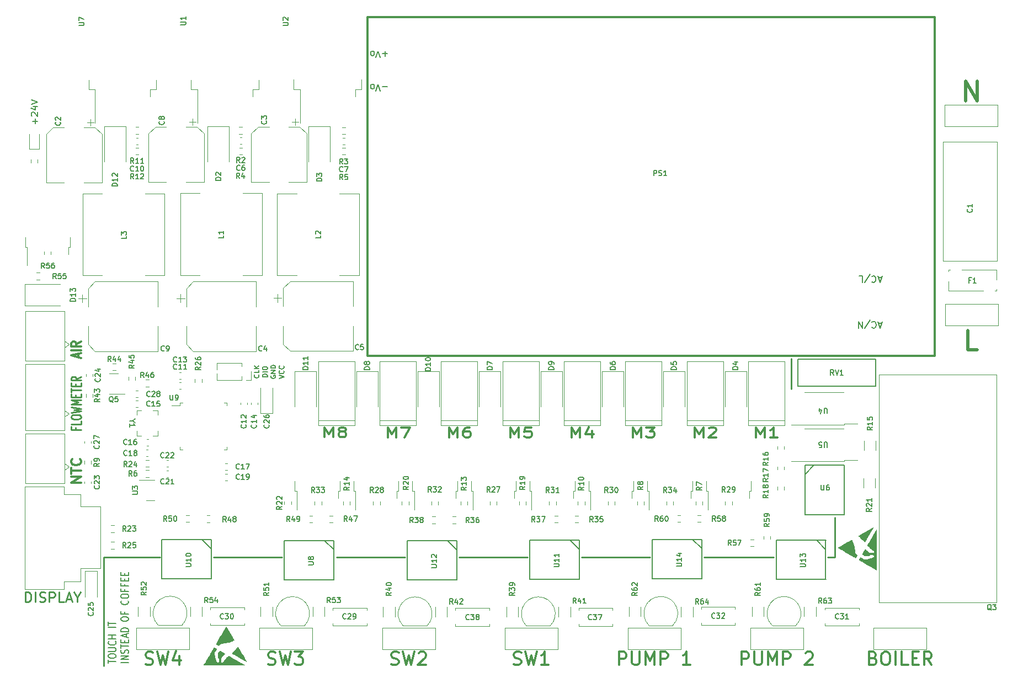
<source format=gbr>
%TF.GenerationSoftware,KiCad,Pcbnew,(6.0.0)*%
%TF.CreationDate,2022-03-30T16:25:39+04:00*%
%TF.ProjectId,Coffe_Machine_Gogokhia_Edition_SIMPLE,436f6666-655f-44d6-9163-68696e655f47,rev?*%
%TF.SameCoordinates,Original*%
%TF.FileFunction,Legend,Top*%
%TF.FilePolarity,Positive*%
%FSLAX46Y46*%
G04 Gerber Fmt 4.6, Leading zero omitted, Abs format (unit mm)*
G04 Created by KiCad (PCBNEW (6.0.0)) date 2022-03-30 16:25:39*
%MOMM*%
%LPD*%
G01*
G04 APERTURE LIST*
%ADD10C,0.250000*%
%ADD11C,0.300000*%
%ADD12C,0.150000*%
%ADD13C,0.500000*%
%ADD14C,0.200000*%
%ADD15C,0.120000*%
%ADD16C,0.100000*%
%ADD17C,0.010000*%
G04 APERTURE END LIST*
D10*
X67900000Y-131425000D02*
X67900000Y-114725000D01*
X122400000Y-114725000D02*
X132900000Y-114725000D01*
X173400000Y-88925000D02*
X173400000Y-84225000D01*
X180100000Y-114725000D02*
X180100000Y-108625000D01*
X103600000Y-114725000D02*
X114100000Y-114725000D01*
X84700000Y-114725000D02*
X95200000Y-114725000D01*
X76500000Y-114725000D02*
X67900000Y-114725000D01*
X170700000Y-114725000D02*
X160000000Y-114725000D01*
X180100000Y-114725000D02*
X179000000Y-114725000D01*
X151700000Y-114725000D02*
X141200000Y-114725000D01*
X63592857Y-94839285D02*
X63592857Y-95172619D01*
X64378571Y-95172619D02*
X62878571Y-95172619D01*
X62878571Y-94696428D01*
X64378571Y-93839285D02*
X64378571Y-94315476D01*
X62878571Y-94315476D01*
X62878571Y-93315476D02*
X62878571Y-93125000D01*
X62950000Y-93029761D01*
X63092857Y-92934523D01*
X63378571Y-92886904D01*
X63878571Y-92886904D01*
X64164285Y-92934523D01*
X64307142Y-93029761D01*
X64378571Y-93125000D01*
X64378571Y-93315476D01*
X64307142Y-93410714D01*
X64164285Y-93505952D01*
X63878571Y-93553571D01*
X63378571Y-93553571D01*
X63092857Y-93505952D01*
X62950000Y-93410714D01*
X62878571Y-93315476D01*
X62878571Y-92553571D02*
X64378571Y-92315476D01*
X63307142Y-92125000D01*
X64378571Y-91934523D01*
X62878571Y-91696428D01*
X64378571Y-91315476D02*
X62878571Y-91315476D01*
X63950000Y-90982142D01*
X62878571Y-90648809D01*
X64378571Y-90648809D01*
X63592857Y-90172619D02*
X63592857Y-89839285D01*
X64378571Y-89696428D02*
X64378571Y-90172619D01*
X62878571Y-90172619D01*
X62878571Y-89696428D01*
X62878571Y-89410714D02*
X62878571Y-88839285D01*
X64378571Y-89125000D02*
X62878571Y-89125000D01*
X63592857Y-88505952D02*
X63592857Y-88172619D01*
X64378571Y-88029761D02*
X64378571Y-88505952D01*
X62878571Y-88505952D01*
X62878571Y-88029761D01*
X64378571Y-87029761D02*
X63664285Y-87363095D01*
X64378571Y-87601190D02*
X62878571Y-87601190D01*
X62878571Y-87220238D01*
X62950000Y-87125000D01*
X63021428Y-87077380D01*
X63164285Y-87029761D01*
X63378571Y-87029761D01*
X63521428Y-87077380D01*
X63592857Y-87125000D01*
X63664285Y-87220238D01*
X63664285Y-87601190D01*
D11*
X111447622Y-96328571D02*
X111447622Y-94828571D01*
X112114289Y-95900000D01*
X112780955Y-94828571D01*
X112780955Y-96328571D01*
X113542860Y-94828571D02*
X114876193Y-94828571D01*
X114019050Y-96328571D01*
D12*
X68576857Y-131037023D02*
X68576857Y-130494166D01*
X69776857Y-130765595D02*
X68576857Y-130765595D01*
X68576857Y-129996547D02*
X68576857Y-129815595D01*
X68634000Y-129725119D01*
X68748285Y-129634642D01*
X68976857Y-129589404D01*
X69376857Y-129589404D01*
X69605428Y-129634642D01*
X69719714Y-129725119D01*
X69776857Y-129815595D01*
X69776857Y-129996547D01*
X69719714Y-130087023D01*
X69605428Y-130177500D01*
X69376857Y-130222738D01*
X68976857Y-130222738D01*
X68748285Y-130177500D01*
X68634000Y-130087023D01*
X68576857Y-129996547D01*
X68576857Y-129182261D02*
X69548285Y-129182261D01*
X69662571Y-129137023D01*
X69719714Y-129091785D01*
X69776857Y-129001309D01*
X69776857Y-128820357D01*
X69719714Y-128729880D01*
X69662571Y-128684642D01*
X69548285Y-128639404D01*
X68576857Y-128639404D01*
X69662571Y-127644166D02*
X69719714Y-127689404D01*
X69776857Y-127825119D01*
X69776857Y-127915595D01*
X69719714Y-128051309D01*
X69605428Y-128141785D01*
X69491142Y-128187023D01*
X69262571Y-128232261D01*
X69091142Y-128232261D01*
X68862571Y-128187023D01*
X68748285Y-128141785D01*
X68634000Y-128051309D01*
X68576857Y-127915595D01*
X68576857Y-127825119D01*
X68634000Y-127689404D01*
X68691142Y-127644166D01*
X69776857Y-127237023D02*
X68576857Y-127237023D01*
X69148285Y-127237023D02*
X69148285Y-126694166D01*
X69776857Y-126694166D02*
X68576857Y-126694166D01*
X69776857Y-125517976D02*
X68576857Y-125517976D01*
X68576857Y-125201309D02*
X68576857Y-124658452D01*
X69776857Y-124929880D02*
X68576857Y-124929880D01*
X71708857Y-130901309D02*
X70508857Y-130901309D01*
X71708857Y-130448928D02*
X70508857Y-130448928D01*
X71708857Y-129906071D01*
X70508857Y-129906071D01*
X71651714Y-129498928D02*
X71708857Y-129363214D01*
X71708857Y-129137023D01*
X71651714Y-129046547D01*
X71594571Y-129001309D01*
X71480285Y-128956071D01*
X71366000Y-128956071D01*
X71251714Y-129001309D01*
X71194571Y-129046547D01*
X71137428Y-129137023D01*
X71080285Y-129317976D01*
X71023142Y-129408452D01*
X70966000Y-129453690D01*
X70851714Y-129498928D01*
X70737428Y-129498928D01*
X70623142Y-129453690D01*
X70566000Y-129408452D01*
X70508857Y-129317976D01*
X70508857Y-129091785D01*
X70566000Y-128956071D01*
X70508857Y-128684642D02*
X70508857Y-128141785D01*
X71708857Y-128413214D02*
X70508857Y-128413214D01*
X71080285Y-127825119D02*
X71080285Y-127508452D01*
X71708857Y-127372738D02*
X71708857Y-127825119D01*
X70508857Y-127825119D01*
X70508857Y-127372738D01*
X71366000Y-127010833D02*
X71366000Y-126558452D01*
X71708857Y-127101309D02*
X70508857Y-126784642D01*
X71708857Y-126467976D01*
X71708857Y-126151309D02*
X70508857Y-126151309D01*
X70508857Y-125925119D01*
X70566000Y-125789404D01*
X70680285Y-125698928D01*
X70794571Y-125653690D01*
X71023142Y-125608452D01*
X71194571Y-125608452D01*
X71423142Y-125653690D01*
X71537428Y-125698928D01*
X71651714Y-125789404D01*
X71708857Y-125925119D01*
X71708857Y-126151309D01*
X70508857Y-124296547D02*
X70508857Y-124115595D01*
X70566000Y-124025119D01*
X70680285Y-123934642D01*
X70908857Y-123889404D01*
X71308857Y-123889404D01*
X71537428Y-123934642D01*
X71651714Y-124025119D01*
X71708857Y-124115595D01*
X71708857Y-124296547D01*
X71651714Y-124387023D01*
X71537428Y-124477500D01*
X71308857Y-124522738D01*
X70908857Y-124522738D01*
X70680285Y-124477500D01*
X70566000Y-124387023D01*
X70508857Y-124296547D01*
X71080285Y-123165595D02*
X71080285Y-123482261D01*
X71708857Y-123482261D02*
X70508857Y-123482261D01*
X70508857Y-123029880D01*
X71594571Y-121401309D02*
X71651714Y-121446547D01*
X71708857Y-121582261D01*
X71708857Y-121672738D01*
X71651714Y-121808452D01*
X71537428Y-121898928D01*
X71423142Y-121944166D01*
X71194571Y-121989404D01*
X71023142Y-121989404D01*
X70794571Y-121944166D01*
X70680285Y-121898928D01*
X70566000Y-121808452D01*
X70508857Y-121672738D01*
X70508857Y-121582261D01*
X70566000Y-121446547D01*
X70623142Y-121401309D01*
X70508857Y-120813214D02*
X70508857Y-120632261D01*
X70566000Y-120541785D01*
X70680285Y-120451309D01*
X70908857Y-120406071D01*
X71308857Y-120406071D01*
X71537428Y-120451309D01*
X71651714Y-120541785D01*
X71708857Y-120632261D01*
X71708857Y-120813214D01*
X71651714Y-120903690D01*
X71537428Y-120994166D01*
X71308857Y-121039404D01*
X70908857Y-121039404D01*
X70680285Y-120994166D01*
X70566000Y-120903690D01*
X70508857Y-120813214D01*
X71080285Y-119682261D02*
X71080285Y-119998928D01*
X71708857Y-119998928D02*
X70508857Y-119998928D01*
X70508857Y-119546547D01*
X71080285Y-118867976D02*
X71080285Y-119184642D01*
X71708857Y-119184642D02*
X70508857Y-119184642D01*
X70508857Y-118732261D01*
X71080285Y-118370357D02*
X71080285Y-118053690D01*
X71708857Y-117917976D02*
X71708857Y-118370357D01*
X70508857Y-118370357D01*
X70508857Y-117917976D01*
X71080285Y-117510833D02*
X71080285Y-117194166D01*
X71708857Y-117058452D02*
X71708857Y-117510833D01*
X70508857Y-117510833D01*
X70508857Y-117058452D01*
D11*
X165738098Y-131254761D02*
X165738098Y-129254761D01*
X166500003Y-129254761D01*
X166690479Y-129350000D01*
X166785717Y-129445238D01*
X166880955Y-129635714D01*
X166880955Y-129921428D01*
X166785717Y-130111904D01*
X166690479Y-130207142D01*
X166500003Y-130302380D01*
X165738098Y-130302380D01*
X167738098Y-129254761D02*
X167738098Y-130873809D01*
X167833336Y-131064285D01*
X167928574Y-131159523D01*
X168119050Y-131254761D01*
X168500003Y-131254761D01*
X168690479Y-131159523D01*
X168785717Y-131064285D01*
X168880955Y-130873809D01*
X168880955Y-129254761D01*
X169833336Y-131254761D02*
X169833336Y-129254761D01*
X170500003Y-130683333D01*
X171166670Y-129254761D01*
X171166670Y-131254761D01*
X172119050Y-131254761D02*
X172119050Y-129254761D01*
X172880955Y-129254761D01*
X173071431Y-129350000D01*
X173166670Y-129445238D01*
X173261908Y-129635714D01*
X173261908Y-129921428D01*
X173166670Y-130111904D01*
X173071431Y-130207142D01*
X172880955Y-130302380D01*
X172119050Y-130302380D01*
X175547622Y-129445238D02*
X175642860Y-129350000D01*
X175833336Y-129254761D01*
X176309527Y-129254761D01*
X176500003Y-129350000D01*
X176595241Y-129445238D01*
X176690479Y-129635714D01*
X176690479Y-129826190D01*
X176595241Y-130111904D01*
X175452384Y-131254761D01*
X176690479Y-131254761D01*
X139647622Y-96328571D02*
X139647622Y-94828571D01*
X140314289Y-95900000D01*
X140980955Y-94828571D01*
X140980955Y-96328571D01*
X142790479Y-95328571D02*
X142790479Y-96328571D01*
X142314289Y-94757142D02*
X141838098Y-95828571D01*
X143076193Y-95828571D01*
X146938098Y-131254761D02*
X146938098Y-129254761D01*
X147700003Y-129254761D01*
X147890479Y-129350000D01*
X147985717Y-129445238D01*
X148080955Y-129635714D01*
X148080955Y-129921428D01*
X147985717Y-130111904D01*
X147890479Y-130207142D01*
X147700003Y-130302380D01*
X146938098Y-130302380D01*
X148938098Y-129254761D02*
X148938098Y-130873809D01*
X149033336Y-131064285D01*
X149128574Y-131159523D01*
X149319050Y-131254761D01*
X149700003Y-131254761D01*
X149890479Y-131159523D01*
X149985717Y-131064285D01*
X150080955Y-130873809D01*
X150080955Y-129254761D01*
X151033336Y-131254761D02*
X151033336Y-129254761D01*
X151700003Y-130683333D01*
X152366670Y-129254761D01*
X152366670Y-131254761D01*
X153319050Y-131254761D02*
X153319050Y-129254761D01*
X154080955Y-129254761D01*
X154271431Y-129350000D01*
X154366670Y-129445238D01*
X154461908Y-129635714D01*
X154461908Y-129921428D01*
X154366670Y-130111904D01*
X154271431Y-130207142D01*
X154080955Y-130302380D01*
X153319050Y-130302380D01*
X157890479Y-131254761D02*
X156747622Y-131254761D01*
X157319050Y-131254761D02*
X157319050Y-129254761D01*
X157128574Y-129540476D01*
X156938098Y-129730952D01*
X156747622Y-129826190D01*
X63960000Y-84091904D02*
X63960000Y-83496666D01*
X64388571Y-84210952D02*
X62888571Y-83794285D01*
X64388571Y-83377619D01*
X64388571Y-82960952D02*
X62888571Y-82960952D01*
X64388571Y-81651428D02*
X63674285Y-82068095D01*
X64388571Y-82365714D02*
X62888571Y-82365714D01*
X62888571Y-81889523D01*
X62960000Y-81770476D01*
X63031428Y-81710952D01*
X63174285Y-81651428D01*
X63388571Y-81651428D01*
X63531428Y-81710952D01*
X63602857Y-81770476D01*
X63674285Y-81889523D01*
X63674285Y-82365714D01*
D12*
X57371428Y-48216904D02*
X57371428Y-47455000D01*
X57752380Y-47835952D02*
X56990476Y-47835952D01*
X56847619Y-47026428D02*
X56800000Y-46978809D01*
X56752380Y-46883571D01*
X56752380Y-46645476D01*
X56800000Y-46550238D01*
X56847619Y-46502619D01*
X56942857Y-46455000D01*
X57038095Y-46455000D01*
X57180952Y-46502619D01*
X57752380Y-47074047D01*
X57752380Y-46455000D01*
X57085714Y-45597857D02*
X57752380Y-45597857D01*
X56704761Y-45835952D02*
X57419047Y-46074047D01*
X57419047Y-45455000D01*
X56752380Y-45216904D02*
X57752380Y-44883571D01*
X56752380Y-44550238D01*
D11*
X185971431Y-130207142D02*
X186257146Y-130302380D01*
X186352384Y-130397619D01*
X186447622Y-130588095D01*
X186447622Y-130873809D01*
X186352384Y-131064285D01*
X186257146Y-131159523D01*
X186066670Y-131254761D01*
X185304765Y-131254761D01*
X185304765Y-129254761D01*
X185971431Y-129254761D01*
X186161908Y-129350000D01*
X186257146Y-129445238D01*
X186352384Y-129635714D01*
X186352384Y-129826190D01*
X186257146Y-130016666D01*
X186161908Y-130111904D01*
X185971431Y-130207142D01*
X185304765Y-130207142D01*
X187685717Y-129254761D02*
X188066670Y-129254761D01*
X188257146Y-129350000D01*
X188447622Y-129540476D01*
X188542860Y-129921428D01*
X188542860Y-130588095D01*
X188447622Y-130969047D01*
X188257146Y-131159523D01*
X188066670Y-131254761D01*
X187685717Y-131254761D01*
X187495241Y-131159523D01*
X187304765Y-130969047D01*
X187209527Y-130588095D01*
X187209527Y-129921428D01*
X187304765Y-129540476D01*
X187495241Y-129350000D01*
X187685717Y-129254761D01*
X189400003Y-131254761D02*
X189400003Y-129254761D01*
X191304765Y-131254761D02*
X190352384Y-131254761D01*
X190352384Y-129254761D01*
X191971431Y-130207142D02*
X192638098Y-130207142D01*
X192923812Y-131254761D02*
X191971431Y-131254761D01*
X191971431Y-129254761D01*
X192923812Y-129254761D01*
X194923812Y-131254761D02*
X194257146Y-130302380D01*
X193780955Y-131254761D02*
X193780955Y-129254761D01*
X194542860Y-129254761D01*
X194733336Y-129350000D01*
X194828574Y-129445238D01*
X194923812Y-129635714D01*
X194923812Y-129921428D01*
X194828574Y-130111904D01*
X194733336Y-130207142D01*
X194542860Y-130302380D01*
X193780955Y-130302380D01*
X112000003Y-131159523D02*
X112285717Y-131254761D01*
X112761908Y-131254761D01*
X112952384Y-131159523D01*
X113047622Y-131064285D01*
X113142860Y-130873809D01*
X113142860Y-130683333D01*
X113047622Y-130492857D01*
X112952384Y-130397619D01*
X112761908Y-130302380D01*
X112380955Y-130207142D01*
X112190479Y-130111904D01*
X112095241Y-130016666D01*
X112000003Y-129826190D01*
X112000003Y-129635714D01*
X112095241Y-129445238D01*
X112190479Y-129350000D01*
X112380955Y-129254761D01*
X112857146Y-129254761D01*
X113142860Y-129350000D01*
X113809527Y-129254761D02*
X114285717Y-131254761D01*
X114666670Y-129826190D01*
X115047622Y-131254761D01*
X115523812Y-129254761D01*
X116190479Y-129445238D02*
X116285717Y-129350000D01*
X116476193Y-129254761D01*
X116952384Y-129254761D01*
X117142860Y-129350000D01*
X117238098Y-129445238D01*
X117333336Y-129635714D01*
X117333336Y-129826190D01*
X117238098Y-130111904D01*
X116095241Y-131254761D01*
X117333336Y-131254761D01*
D12*
X94789285Y-87295000D02*
X95539285Y-87045000D01*
X94789285Y-86795000D01*
X95467857Y-86116428D02*
X95503571Y-86152142D01*
X95539285Y-86259285D01*
X95539285Y-86330714D01*
X95503571Y-86437857D01*
X95432142Y-86509285D01*
X95360714Y-86545000D01*
X95217857Y-86580714D01*
X95110714Y-86580714D01*
X94967857Y-86545000D01*
X94896428Y-86509285D01*
X94825000Y-86437857D01*
X94789285Y-86330714D01*
X94789285Y-86259285D01*
X94825000Y-86152142D01*
X94860714Y-86116428D01*
X95467857Y-85366428D02*
X95503571Y-85402142D01*
X95539285Y-85509285D01*
X95539285Y-85580714D01*
X95503571Y-85687857D01*
X95432142Y-85759285D01*
X95360714Y-85795000D01*
X95217857Y-85830714D01*
X95110714Y-85830714D01*
X94967857Y-85795000D01*
X94896428Y-85759285D01*
X94825000Y-85687857D01*
X94789285Y-85580714D01*
X94789285Y-85509285D01*
X94825000Y-85402142D01*
X94860714Y-85366428D01*
X91637857Y-86741428D02*
X91673571Y-86777142D01*
X91709285Y-86884285D01*
X91709285Y-86955714D01*
X91673571Y-87062857D01*
X91602142Y-87134285D01*
X91530714Y-87170000D01*
X91387857Y-87205714D01*
X91280714Y-87205714D01*
X91137857Y-87170000D01*
X91066428Y-87134285D01*
X90995000Y-87062857D01*
X90959285Y-86955714D01*
X90959285Y-86884285D01*
X90995000Y-86777142D01*
X91030714Y-86741428D01*
X91709285Y-86062857D02*
X91709285Y-86420000D01*
X90959285Y-86420000D01*
X91709285Y-85812857D02*
X90959285Y-85812857D01*
X91709285Y-85384285D02*
X91280714Y-85705714D01*
X90959285Y-85384285D02*
X91387857Y-85812857D01*
X93009285Y-87062857D02*
X92259285Y-87062857D01*
X92259285Y-86884285D01*
X92295000Y-86777142D01*
X92366428Y-86705714D01*
X92437857Y-86670000D01*
X92580714Y-86634285D01*
X92687857Y-86634285D01*
X92830714Y-86670000D01*
X92902142Y-86705714D01*
X92973571Y-86777142D01*
X93009285Y-86884285D01*
X93009285Y-87062857D01*
X93009285Y-86312857D02*
X92259285Y-86312857D01*
X92259285Y-85812857D02*
X92259285Y-85670000D01*
X92295000Y-85598571D01*
X92366428Y-85527142D01*
X92509285Y-85491428D01*
X92759285Y-85491428D01*
X92902142Y-85527142D01*
X92973571Y-85598571D01*
X93009285Y-85670000D01*
X93009285Y-85812857D01*
X92973571Y-85884285D01*
X92902142Y-85955714D01*
X92759285Y-85991428D01*
X92509285Y-85991428D01*
X92366428Y-85955714D01*
X92295000Y-85884285D01*
X92259285Y-85812857D01*
D11*
X149047622Y-96328571D02*
X149047622Y-94828571D01*
X149714289Y-95900000D01*
X150380955Y-94828571D01*
X150380955Y-96328571D01*
X151142860Y-94828571D02*
X152380955Y-94828571D01*
X151714289Y-95400000D01*
X152000003Y-95400000D01*
X152190479Y-95471428D01*
X152285717Y-95542857D01*
X152380955Y-95685714D01*
X152380955Y-96042857D01*
X152285717Y-96185714D01*
X152190479Y-96257142D01*
X152000003Y-96328571D01*
X151428574Y-96328571D01*
X151238098Y-96257142D01*
X151142860Y-96185714D01*
X93100003Y-131159523D02*
X93385717Y-131254761D01*
X93861908Y-131254761D01*
X94052384Y-131159523D01*
X94147622Y-131064285D01*
X94242860Y-130873809D01*
X94242860Y-130683333D01*
X94147622Y-130492857D01*
X94052384Y-130397619D01*
X93861908Y-130302380D01*
X93480955Y-130207142D01*
X93290479Y-130111904D01*
X93195241Y-130016666D01*
X93100003Y-129826190D01*
X93100003Y-129635714D01*
X93195241Y-129445238D01*
X93290479Y-129350000D01*
X93480955Y-129254761D01*
X93957146Y-129254761D01*
X94242860Y-129350000D01*
X94909527Y-129254761D02*
X95385717Y-131254761D01*
X95766670Y-129826190D01*
X96147622Y-131254761D01*
X96623812Y-129254761D01*
X97195241Y-129254761D02*
X98433336Y-129254761D01*
X97766670Y-130016666D01*
X98052384Y-130016666D01*
X98242860Y-130111904D01*
X98338098Y-130207142D01*
X98433336Y-130397619D01*
X98433336Y-130873809D01*
X98338098Y-131064285D01*
X98242860Y-131159523D01*
X98052384Y-131254761D01*
X97480955Y-131254761D01*
X97290479Y-131159523D01*
X97195241Y-131064285D01*
X74300003Y-131159523D02*
X74585717Y-131254761D01*
X75061908Y-131254761D01*
X75252384Y-131159523D01*
X75347622Y-131064285D01*
X75442860Y-130873809D01*
X75442860Y-130683333D01*
X75347622Y-130492857D01*
X75252384Y-130397619D01*
X75061908Y-130302380D01*
X74680955Y-130207142D01*
X74490479Y-130111904D01*
X74395241Y-130016666D01*
X74300003Y-129826190D01*
X74300003Y-129635714D01*
X74395241Y-129445238D01*
X74490479Y-129350000D01*
X74680955Y-129254761D01*
X75157146Y-129254761D01*
X75442860Y-129350000D01*
X76109527Y-129254761D02*
X76585717Y-131254761D01*
X76966670Y-129826190D01*
X77347622Y-131254761D01*
X77823812Y-129254761D01*
X79442860Y-129921428D02*
X79442860Y-131254761D01*
X78966670Y-129159523D02*
X78490479Y-130588095D01*
X79728574Y-130588095D01*
D13*
X201895241Y-82907142D02*
X200466670Y-82907142D01*
X200466670Y-79907142D01*
D11*
X130247622Y-96328571D02*
X130247622Y-94828571D01*
X130914289Y-95900000D01*
X131580955Y-94828571D01*
X131580955Y-96328571D01*
X133485717Y-94828571D02*
X132533336Y-94828571D01*
X132438098Y-95542857D01*
X132533336Y-95471428D01*
X132723812Y-95400000D01*
X133200003Y-95400000D01*
X133390479Y-95471428D01*
X133485717Y-95542857D01*
X133580955Y-95685714D01*
X133580955Y-96042857D01*
X133485717Y-96185714D01*
X133390479Y-96257142D01*
X133200003Y-96328571D01*
X132723812Y-96328571D01*
X132533336Y-96257142D01*
X132438098Y-96185714D01*
X158547622Y-96328571D02*
X158547622Y-94828571D01*
X159214289Y-95900000D01*
X159880955Y-94828571D01*
X159880955Y-96328571D01*
X160738098Y-94971428D02*
X160833336Y-94900000D01*
X161023812Y-94828571D01*
X161500003Y-94828571D01*
X161690479Y-94900000D01*
X161785717Y-94971428D01*
X161880955Y-95114285D01*
X161880955Y-95257142D01*
X161785717Y-95471428D01*
X160642860Y-96328571D01*
X161880955Y-96328571D01*
X120847622Y-96328571D02*
X120847622Y-94828571D01*
X121514289Y-95900000D01*
X122180955Y-94828571D01*
X122180955Y-96328571D01*
X123990479Y-94828571D02*
X123609527Y-94828571D01*
X123419050Y-94900000D01*
X123323812Y-94971428D01*
X123133336Y-95185714D01*
X123038098Y-95471428D01*
X123038098Y-96042857D01*
X123133336Y-96185714D01*
X123228574Y-96257142D01*
X123419050Y-96328571D01*
X123800003Y-96328571D01*
X123990479Y-96257142D01*
X124085717Y-96185714D01*
X124180955Y-96042857D01*
X124180955Y-95685714D01*
X124085717Y-95542857D01*
X123990479Y-95471428D01*
X123800003Y-95400000D01*
X123419050Y-95400000D01*
X123228574Y-95471428D01*
X123133336Y-95542857D01*
X123038098Y-95685714D01*
X101750952Y-96323571D02*
X101750952Y-94823571D01*
X102417619Y-95895000D01*
X103084285Y-94823571D01*
X103084285Y-96323571D01*
X104322380Y-95466428D02*
X104131904Y-95395000D01*
X104036666Y-95323571D01*
X103941428Y-95180714D01*
X103941428Y-95109285D01*
X104036666Y-94966428D01*
X104131904Y-94895000D01*
X104322380Y-94823571D01*
X104703333Y-94823571D01*
X104893809Y-94895000D01*
X104989047Y-94966428D01*
X105084285Y-95109285D01*
X105084285Y-95180714D01*
X104989047Y-95323571D01*
X104893809Y-95395000D01*
X104703333Y-95466428D01*
X104322380Y-95466428D01*
X104131904Y-95537857D01*
X104036666Y-95609285D01*
X103941428Y-95752142D01*
X103941428Y-96037857D01*
X104036666Y-96180714D01*
X104131904Y-96252142D01*
X104322380Y-96323571D01*
X104703333Y-96323571D01*
X104893809Y-96252142D01*
X104989047Y-96180714D01*
X105084285Y-96037857D01*
X105084285Y-95752142D01*
X104989047Y-95609285D01*
X104893809Y-95537857D01*
X104703333Y-95466428D01*
D10*
X55892857Y-121603571D02*
X55892857Y-120103571D01*
X56250000Y-120103571D01*
X56464285Y-120175000D01*
X56607142Y-120317857D01*
X56678571Y-120460714D01*
X56750000Y-120746428D01*
X56750000Y-120960714D01*
X56678571Y-121246428D01*
X56607142Y-121389285D01*
X56464285Y-121532142D01*
X56250000Y-121603571D01*
X55892857Y-121603571D01*
X57392857Y-121603571D02*
X57392857Y-120103571D01*
X58035714Y-121532142D02*
X58250000Y-121603571D01*
X58607142Y-121603571D01*
X58750000Y-121532142D01*
X58821428Y-121460714D01*
X58892857Y-121317857D01*
X58892857Y-121175000D01*
X58821428Y-121032142D01*
X58750000Y-120960714D01*
X58607142Y-120889285D01*
X58321428Y-120817857D01*
X58178571Y-120746428D01*
X58107142Y-120675000D01*
X58035714Y-120532142D01*
X58035714Y-120389285D01*
X58107142Y-120246428D01*
X58178571Y-120175000D01*
X58321428Y-120103571D01*
X58678571Y-120103571D01*
X58892857Y-120175000D01*
X59535714Y-121603571D02*
X59535714Y-120103571D01*
X60107142Y-120103571D01*
X60250000Y-120175000D01*
X60321428Y-120246428D01*
X60392857Y-120389285D01*
X60392857Y-120603571D01*
X60321428Y-120746428D01*
X60250000Y-120817857D01*
X60107142Y-120889285D01*
X59535714Y-120889285D01*
X61750000Y-121603571D02*
X61035714Y-121603571D01*
X61035714Y-120103571D01*
X62178571Y-121175000D02*
X62892857Y-121175000D01*
X62035714Y-121603571D02*
X62535714Y-120103571D01*
X63035714Y-121603571D01*
X63821428Y-120889285D02*
X63821428Y-121603571D01*
X63321428Y-120103571D02*
X63821428Y-120889285D01*
X64321428Y-120103571D01*
D11*
X64378571Y-103275000D02*
X62878571Y-103275000D01*
X64378571Y-102417857D01*
X62878571Y-102417857D01*
X62878571Y-101917857D02*
X62878571Y-101060714D01*
X64378571Y-101489285D02*
X62878571Y-101489285D01*
X64235714Y-99703571D02*
X64307142Y-99775000D01*
X64378571Y-99989285D01*
X64378571Y-100132142D01*
X64307142Y-100346428D01*
X64164285Y-100489285D01*
X64021428Y-100560714D01*
X63735714Y-100632142D01*
X63521428Y-100632142D01*
X63235714Y-100560714D01*
X63092857Y-100489285D01*
X62950000Y-100346428D01*
X62878571Y-100132142D01*
X62878571Y-99989285D01*
X62950000Y-99775000D01*
X63021428Y-99703571D01*
X130800003Y-131159523D02*
X131085717Y-131254761D01*
X131561908Y-131254761D01*
X131752384Y-131159523D01*
X131847622Y-131064285D01*
X131942860Y-130873809D01*
X131942860Y-130683333D01*
X131847622Y-130492857D01*
X131752384Y-130397619D01*
X131561908Y-130302380D01*
X131180955Y-130207142D01*
X130990479Y-130111904D01*
X130895241Y-130016666D01*
X130800003Y-129826190D01*
X130800003Y-129635714D01*
X130895241Y-129445238D01*
X130990479Y-129350000D01*
X131180955Y-129254761D01*
X131657146Y-129254761D01*
X131942860Y-129350000D01*
X132609527Y-129254761D02*
X133085717Y-131254761D01*
X133466670Y-129826190D01*
X133847622Y-131254761D01*
X134323812Y-129254761D01*
X136133336Y-131254761D02*
X134990479Y-131254761D01*
X135561908Y-131254761D02*
X135561908Y-129254761D01*
X135371431Y-129540476D01*
X135180955Y-129730952D01*
X134990479Y-129826190D01*
D12*
X93545000Y-86866428D02*
X93509285Y-86937857D01*
X93509285Y-87045000D01*
X93545000Y-87152142D01*
X93616428Y-87223571D01*
X93687857Y-87259285D01*
X93830714Y-87295000D01*
X93937857Y-87295000D01*
X94080714Y-87259285D01*
X94152142Y-87223571D01*
X94223571Y-87152142D01*
X94259285Y-87045000D01*
X94259285Y-86973571D01*
X94223571Y-86866428D01*
X94187857Y-86830714D01*
X93937857Y-86830714D01*
X93937857Y-86973571D01*
X94259285Y-86509285D02*
X93509285Y-86509285D01*
X94259285Y-86080714D01*
X93509285Y-86080714D01*
X94259285Y-85723571D02*
X93509285Y-85723571D01*
X93509285Y-85545000D01*
X93545000Y-85437857D01*
X93616428Y-85366428D01*
X93687857Y-85330714D01*
X93830714Y-85295000D01*
X93937857Y-85295000D01*
X94080714Y-85330714D01*
X94152142Y-85366428D01*
X94223571Y-85437857D01*
X94259285Y-85545000D01*
X94259285Y-85723571D01*
D13*
X200159527Y-44707142D02*
X200159527Y-41707142D01*
X201873812Y-44707142D01*
X201873812Y-41707142D01*
D11*
X167947622Y-96328571D02*
X167947622Y-94828571D01*
X168614289Y-95900000D01*
X169280955Y-94828571D01*
X169280955Y-96328571D01*
X171280955Y-96328571D02*
X170138098Y-96328571D01*
X170709527Y-96328571D02*
X170709527Y-94828571D01*
X170519050Y-95042857D01*
X170328574Y-95185714D01*
X170138098Y-95257142D01*
D14*
%TO.C,C9*%
X77166666Y-83010714D02*
X77128571Y-83048809D01*
X77014285Y-83086904D01*
X76938095Y-83086904D01*
X76823809Y-83048809D01*
X76747619Y-82972619D01*
X76709523Y-82896428D01*
X76671428Y-82744047D01*
X76671428Y-82629761D01*
X76709523Y-82477380D01*
X76747619Y-82401190D01*
X76823809Y-82325000D01*
X76938095Y-82286904D01*
X77014285Y-82286904D01*
X77128571Y-82325000D01*
X77166666Y-82363095D01*
X77547619Y-83086904D02*
X77700000Y-83086904D01*
X77776190Y-83048809D01*
X77814285Y-83010714D01*
X77890476Y-82896428D01*
X77928571Y-82744047D01*
X77928571Y-82439285D01*
X77890476Y-82363095D01*
X77852380Y-82325000D01*
X77776190Y-82286904D01*
X77623809Y-82286904D01*
X77547619Y-82325000D01*
X77509523Y-82363095D01*
X77471428Y-82439285D01*
X77471428Y-82629761D01*
X77509523Y-82705952D01*
X77547619Y-82744047D01*
X77623809Y-82782142D01*
X77776190Y-82782142D01*
X77852380Y-82744047D01*
X77890476Y-82705952D01*
X77928571Y-82629761D01*
%TO.C,C11*%
X79085714Y-85810714D02*
X79047619Y-85848809D01*
X78933333Y-85886904D01*
X78857142Y-85886904D01*
X78742857Y-85848809D01*
X78666666Y-85772619D01*
X78628571Y-85696428D01*
X78590476Y-85544047D01*
X78590476Y-85429761D01*
X78628571Y-85277380D01*
X78666666Y-85201190D01*
X78742857Y-85125000D01*
X78857142Y-85086904D01*
X78933333Y-85086904D01*
X79047619Y-85125000D01*
X79085714Y-85163095D01*
X79847619Y-85886904D02*
X79390476Y-85886904D01*
X79619047Y-85886904D02*
X79619047Y-85086904D01*
X79542857Y-85201190D01*
X79466666Y-85277380D01*
X79390476Y-85315476D01*
X80609523Y-85886904D02*
X80152380Y-85886904D01*
X80380952Y-85886904D02*
X80380952Y-85086904D01*
X80304761Y-85201190D01*
X80228571Y-85277380D01*
X80152380Y-85315476D01*
%TO.C,R39*%
X130928574Y-120164285D02*
X130547622Y-120430952D01*
X130928574Y-120621428D02*
X130128574Y-120621428D01*
X130128574Y-120316666D01*
X130166670Y-120240476D01*
X130204765Y-120202380D01*
X130280955Y-120164285D01*
X130395241Y-120164285D01*
X130471431Y-120202380D01*
X130509527Y-120240476D01*
X130547622Y-120316666D01*
X130547622Y-120621428D01*
X130128574Y-119897619D02*
X130128574Y-119402380D01*
X130433336Y-119669047D01*
X130433336Y-119554761D01*
X130471431Y-119478571D01*
X130509527Y-119440476D01*
X130585717Y-119402380D01*
X130776193Y-119402380D01*
X130852384Y-119440476D01*
X130890479Y-119478571D01*
X130928574Y-119554761D01*
X130928574Y-119783333D01*
X130890479Y-119859523D01*
X130852384Y-119897619D01*
X130928574Y-119021428D02*
X130928574Y-118869047D01*
X130890479Y-118792857D01*
X130852384Y-118754761D01*
X130738098Y-118678571D01*
X130585717Y-118640476D01*
X130280955Y-118640476D01*
X130204765Y-118678571D01*
X130166670Y-118716666D01*
X130128574Y-118792857D01*
X130128574Y-118945238D01*
X130166670Y-119021428D01*
X130204765Y-119059523D01*
X130280955Y-119097619D01*
X130471431Y-119097619D01*
X130547622Y-119059523D01*
X130585717Y-119021428D01*
X130623812Y-118945238D01*
X130623812Y-118792857D01*
X130585717Y-118716666D01*
X130547622Y-118678571D01*
X130471431Y-118640476D01*
%TO.C,C15*%
X74985714Y-91510714D02*
X74947619Y-91548809D01*
X74833333Y-91586904D01*
X74757142Y-91586904D01*
X74642857Y-91548809D01*
X74566666Y-91472619D01*
X74528571Y-91396428D01*
X74490476Y-91244047D01*
X74490476Y-91129761D01*
X74528571Y-90977380D01*
X74566666Y-90901190D01*
X74642857Y-90825000D01*
X74757142Y-90786904D01*
X74833333Y-90786904D01*
X74947619Y-90825000D01*
X74985714Y-90863095D01*
X75747619Y-91586904D02*
X75290476Y-91586904D01*
X75519047Y-91586904D02*
X75519047Y-90786904D01*
X75442857Y-90901190D01*
X75366666Y-90977380D01*
X75290476Y-91015476D01*
X76471428Y-90786904D02*
X76090476Y-90786904D01*
X76052380Y-91167857D01*
X76090476Y-91129761D01*
X76166666Y-91091666D01*
X76357142Y-91091666D01*
X76433333Y-91129761D01*
X76471428Y-91167857D01*
X76509523Y-91244047D01*
X76509523Y-91434523D01*
X76471428Y-91510714D01*
X76433333Y-91548809D01*
X76357142Y-91586904D01*
X76166666Y-91586904D01*
X76090476Y-91548809D01*
X76052380Y-91510714D01*
%TO.C,R58*%
X161752384Y-109211904D02*
X161485717Y-108830952D01*
X161295241Y-109211904D02*
X161295241Y-108411904D01*
X161600003Y-108411904D01*
X161676193Y-108450000D01*
X161714289Y-108488095D01*
X161752384Y-108564285D01*
X161752384Y-108678571D01*
X161714289Y-108754761D01*
X161676193Y-108792857D01*
X161600003Y-108830952D01*
X161295241Y-108830952D01*
X162476193Y-108411904D02*
X162095241Y-108411904D01*
X162057146Y-108792857D01*
X162095241Y-108754761D01*
X162171431Y-108716666D01*
X162361908Y-108716666D01*
X162438098Y-108754761D01*
X162476193Y-108792857D01*
X162514289Y-108869047D01*
X162514289Y-109059523D01*
X162476193Y-109135714D01*
X162438098Y-109173809D01*
X162361908Y-109211904D01*
X162171431Y-109211904D01*
X162095241Y-109173809D01*
X162057146Y-109135714D01*
X162971431Y-108754761D02*
X162895241Y-108716666D01*
X162857146Y-108678571D01*
X162819050Y-108602380D01*
X162819050Y-108564285D01*
X162857146Y-108488095D01*
X162895241Y-108450000D01*
X162971431Y-108411904D01*
X163123812Y-108411904D01*
X163200003Y-108450000D01*
X163238098Y-108488095D01*
X163276193Y-108564285D01*
X163276193Y-108602380D01*
X163238098Y-108678571D01*
X163200003Y-108716666D01*
X163123812Y-108754761D01*
X162971431Y-108754761D01*
X162895241Y-108792857D01*
X162857146Y-108830952D01*
X162819050Y-108907142D01*
X162819050Y-109059523D01*
X162857146Y-109135714D01*
X162895241Y-109173809D01*
X162971431Y-109211904D01*
X163123812Y-109211904D01*
X163200003Y-109173809D01*
X163238098Y-109135714D01*
X163276193Y-109059523D01*
X163276193Y-108907142D01*
X163238098Y-108830952D01*
X163200003Y-108792857D01*
X163123812Y-108754761D01*
%TO.C,R37*%
X134052384Y-109311904D02*
X133785717Y-108930952D01*
X133595241Y-109311904D02*
X133595241Y-108511904D01*
X133900003Y-108511904D01*
X133976193Y-108550000D01*
X134014289Y-108588095D01*
X134052384Y-108664285D01*
X134052384Y-108778571D01*
X134014289Y-108854761D01*
X133976193Y-108892857D01*
X133900003Y-108930952D01*
X133595241Y-108930952D01*
X134319050Y-108511904D02*
X134814289Y-108511904D01*
X134547622Y-108816666D01*
X134661908Y-108816666D01*
X134738098Y-108854761D01*
X134776193Y-108892857D01*
X134814289Y-108969047D01*
X134814289Y-109159523D01*
X134776193Y-109235714D01*
X134738098Y-109273809D01*
X134661908Y-109311904D01*
X134433336Y-109311904D01*
X134357146Y-109273809D01*
X134319050Y-109235714D01*
X135080955Y-108511904D02*
X135614289Y-108511904D01*
X135271431Y-109311904D01*
%TO.C,C23*%
X67155714Y-103774285D02*
X67193809Y-103812380D01*
X67231904Y-103926666D01*
X67231904Y-104002857D01*
X67193809Y-104117142D01*
X67117619Y-104193333D01*
X67041428Y-104231428D01*
X66889047Y-104269523D01*
X66774761Y-104269523D01*
X66622380Y-104231428D01*
X66546190Y-104193333D01*
X66470000Y-104117142D01*
X66431904Y-104002857D01*
X66431904Y-103926666D01*
X66470000Y-103812380D01*
X66508095Y-103774285D01*
X66508095Y-103469523D02*
X66470000Y-103431428D01*
X66431904Y-103355238D01*
X66431904Y-103164761D01*
X66470000Y-103088571D01*
X66508095Y-103050476D01*
X66584285Y-103012380D01*
X66660476Y-103012380D01*
X66774761Y-103050476D01*
X67231904Y-103507619D01*
X67231904Y-103012380D01*
X66431904Y-102745714D02*
X66431904Y-102250476D01*
X66736666Y-102517142D01*
X66736666Y-102402857D01*
X66774761Y-102326666D01*
X66812857Y-102288571D01*
X66889047Y-102250476D01*
X67079523Y-102250476D01*
X67155714Y-102288571D01*
X67193809Y-102326666D01*
X67231904Y-102402857D01*
X67231904Y-102631428D01*
X67193809Y-102707619D01*
X67155714Y-102745714D01*
%TO.C,D6*%
X146398564Y-85946429D02*
X145598564Y-85946429D01*
X145598564Y-85755953D01*
X145636660Y-85641667D01*
X145712850Y-85565476D01*
X145789040Y-85527381D01*
X145941421Y-85489286D01*
X146055707Y-85489286D01*
X146208088Y-85527381D01*
X146284279Y-85565476D01*
X146360469Y-85641667D01*
X146398564Y-85755953D01*
X146398564Y-85946429D01*
X145598564Y-84803572D02*
X145598564Y-84955953D01*
X145636660Y-85032143D01*
X145674755Y-85070238D01*
X145789040Y-85146429D01*
X145941421Y-85184524D01*
X146246183Y-85184524D01*
X146322374Y-85146429D01*
X146360469Y-85108333D01*
X146398564Y-85032143D01*
X146398564Y-84879762D01*
X146360469Y-84803572D01*
X146322374Y-84765476D01*
X146246183Y-84727381D01*
X146055707Y-84727381D01*
X145979517Y-84765476D01*
X145941421Y-84803572D01*
X145903326Y-84879762D01*
X145903326Y-85032143D01*
X145941421Y-85108333D01*
X145979517Y-85146429D01*
X146055707Y-85184524D01*
%TO.C,R49*%
X96452384Y-109241904D02*
X96185717Y-108860952D01*
X95995241Y-109241904D02*
X95995241Y-108441904D01*
X96300003Y-108441904D01*
X96376193Y-108480000D01*
X96414289Y-108518095D01*
X96452384Y-108594285D01*
X96452384Y-108708571D01*
X96414289Y-108784761D01*
X96376193Y-108822857D01*
X96300003Y-108860952D01*
X95995241Y-108860952D01*
X97138098Y-108708571D02*
X97138098Y-109241904D01*
X96947622Y-108403809D02*
X96757146Y-108975238D01*
X97252384Y-108975238D01*
X97595241Y-109241904D02*
X97747622Y-109241904D01*
X97823812Y-109203809D01*
X97861908Y-109165714D01*
X97938098Y-109051428D01*
X97976193Y-108899047D01*
X97976193Y-108594285D01*
X97938098Y-108518095D01*
X97900003Y-108480000D01*
X97823812Y-108441904D01*
X97671431Y-108441904D01*
X97595241Y-108480000D01*
X97557146Y-108518095D01*
X97519050Y-108594285D01*
X97519050Y-108784761D01*
X97557146Y-108860952D01*
X97595241Y-108899047D01*
X97671431Y-108937142D01*
X97823812Y-108937142D01*
X97900003Y-108899047D01*
X97938098Y-108860952D01*
X97976193Y-108784761D01*
%TO.C,C5*%
X106966666Y-82810714D02*
X106928571Y-82848809D01*
X106814285Y-82886904D01*
X106738095Y-82886904D01*
X106623809Y-82848809D01*
X106547619Y-82772619D01*
X106509523Y-82696428D01*
X106471428Y-82544047D01*
X106471428Y-82429761D01*
X106509523Y-82277380D01*
X106547619Y-82201190D01*
X106623809Y-82125000D01*
X106738095Y-82086904D01*
X106814285Y-82086904D01*
X106928571Y-82125000D01*
X106966666Y-82163095D01*
X107690476Y-82086904D02*
X107309523Y-82086904D01*
X107271428Y-82467857D01*
X107309523Y-82429761D01*
X107385714Y-82391666D01*
X107576190Y-82391666D01*
X107652380Y-82429761D01*
X107690476Y-82467857D01*
X107728571Y-82544047D01*
X107728571Y-82734523D01*
X107690476Y-82810714D01*
X107652380Y-82848809D01*
X107576190Y-82886904D01*
X107385714Y-82886904D01*
X107309523Y-82848809D01*
X107271428Y-82810714D01*
%TO.C,R12*%
X72485714Y-56686904D02*
X72219047Y-56305952D01*
X72028571Y-56686904D02*
X72028571Y-55886904D01*
X72333333Y-55886904D01*
X72409523Y-55925000D01*
X72447619Y-55963095D01*
X72485714Y-56039285D01*
X72485714Y-56153571D01*
X72447619Y-56229761D01*
X72409523Y-56267857D01*
X72333333Y-56305952D01*
X72028571Y-56305952D01*
X73247619Y-56686904D02*
X72790476Y-56686904D01*
X73019047Y-56686904D02*
X73019047Y-55886904D01*
X72942857Y-56001190D01*
X72866666Y-56077380D01*
X72790476Y-56115476D01*
X73552380Y-55963095D02*
X73590476Y-55925000D01*
X73666666Y-55886904D01*
X73857142Y-55886904D01*
X73933333Y-55925000D01*
X73971428Y-55963095D01*
X74009523Y-56039285D01*
X74009523Y-56115476D01*
X73971428Y-56229761D01*
X73514285Y-56686904D01*
X74009523Y-56686904D01*
%TO.C,U5*%
X178876193Y-97863095D02*
X178876193Y-97215476D01*
X178838098Y-97139285D01*
X178800003Y-97101190D01*
X178723812Y-97063095D01*
X178571431Y-97063095D01*
X178495241Y-97101190D01*
X178457146Y-97139285D01*
X178419050Y-97215476D01*
X178419050Y-97863095D01*
X177657146Y-97863095D02*
X178038098Y-97863095D01*
X178076193Y-97482142D01*
X178038098Y-97520238D01*
X177961908Y-97558333D01*
X177771431Y-97558333D01*
X177695241Y-97520238D01*
X177657146Y-97482142D01*
X177619050Y-97405952D01*
X177619050Y-97215476D01*
X177657146Y-97139285D01*
X177695241Y-97101190D01*
X177771431Y-97063095D01*
X177961908Y-97063095D01*
X178038098Y-97101190D01*
X178076193Y-97139285D01*
%TO.C,R63*%
X178052384Y-121811904D02*
X177785717Y-121430952D01*
X177595241Y-121811904D02*
X177595241Y-121011904D01*
X177900003Y-121011904D01*
X177976193Y-121050000D01*
X178014289Y-121088095D01*
X178052384Y-121164285D01*
X178052384Y-121278571D01*
X178014289Y-121354761D01*
X177976193Y-121392857D01*
X177900003Y-121430952D01*
X177595241Y-121430952D01*
X178738098Y-121011904D02*
X178585717Y-121011904D01*
X178509527Y-121050000D01*
X178471431Y-121088095D01*
X178395241Y-121202380D01*
X178357146Y-121354761D01*
X178357146Y-121659523D01*
X178395241Y-121735714D01*
X178433336Y-121773809D01*
X178509527Y-121811904D01*
X178661908Y-121811904D01*
X178738098Y-121773809D01*
X178776193Y-121735714D01*
X178814289Y-121659523D01*
X178814289Y-121469047D01*
X178776193Y-121392857D01*
X178738098Y-121354761D01*
X178661908Y-121316666D01*
X178509527Y-121316666D01*
X178433336Y-121354761D01*
X178395241Y-121392857D01*
X178357146Y-121469047D01*
X179080955Y-121011904D02*
X179576193Y-121011904D01*
X179309527Y-121316666D01*
X179423812Y-121316666D01*
X179500003Y-121354761D01*
X179538098Y-121392857D01*
X179576193Y-121469047D01*
X179576193Y-121659523D01*
X179538098Y-121735714D01*
X179500003Y-121773809D01*
X179423812Y-121811904D01*
X179195241Y-121811904D01*
X179119050Y-121773809D01*
X179080955Y-121735714D01*
%TO.C,U14*%
X155768574Y-116115476D02*
X156416193Y-116115476D01*
X156492384Y-116077380D01*
X156530479Y-116039285D01*
X156568574Y-115963095D01*
X156568574Y-115810714D01*
X156530479Y-115734523D01*
X156492384Y-115696428D01*
X156416193Y-115658333D01*
X155768574Y-115658333D01*
X156568574Y-114858333D02*
X156568574Y-115315476D01*
X156568574Y-115086904D02*
X155768574Y-115086904D01*
X155882860Y-115163095D01*
X155959050Y-115239285D01*
X155997146Y-115315476D01*
X156035241Y-114172619D02*
X156568574Y-114172619D01*
X155730479Y-114363095D02*
X156301908Y-114553571D01*
X156301908Y-114058333D01*
%TO.C,R48*%
X86652384Y-109311904D02*
X86385717Y-108930952D01*
X86195241Y-109311904D02*
X86195241Y-108511904D01*
X86500003Y-108511904D01*
X86576193Y-108550000D01*
X86614289Y-108588095D01*
X86652384Y-108664285D01*
X86652384Y-108778571D01*
X86614289Y-108854761D01*
X86576193Y-108892857D01*
X86500003Y-108930952D01*
X86195241Y-108930952D01*
X87338098Y-108778571D02*
X87338098Y-109311904D01*
X87147622Y-108473809D02*
X86957146Y-109045238D01*
X87452384Y-109045238D01*
X87871431Y-108854761D02*
X87795241Y-108816666D01*
X87757146Y-108778571D01*
X87719050Y-108702380D01*
X87719050Y-108664285D01*
X87757146Y-108588095D01*
X87795241Y-108550000D01*
X87871431Y-108511904D01*
X88023812Y-108511904D01*
X88100003Y-108550000D01*
X88138098Y-108588095D01*
X88176193Y-108664285D01*
X88176193Y-108702380D01*
X88138098Y-108778571D01*
X88100003Y-108816666D01*
X88023812Y-108854761D01*
X87871431Y-108854761D01*
X87795241Y-108892857D01*
X87757146Y-108930952D01*
X87719050Y-109007142D01*
X87719050Y-109159523D01*
X87757146Y-109235714D01*
X87795241Y-109273809D01*
X87871431Y-109311904D01*
X88023812Y-109311904D01*
X88100003Y-109273809D01*
X88138098Y-109235714D01*
X88176193Y-109159523D01*
X88176193Y-109007142D01*
X88138098Y-108930952D01*
X88100003Y-108892857D01*
X88023812Y-108854761D01*
%TO.C,C6*%
X88766666Y-55310714D02*
X88728571Y-55348809D01*
X88614285Y-55386904D01*
X88538095Y-55386904D01*
X88423809Y-55348809D01*
X88347619Y-55272619D01*
X88309523Y-55196428D01*
X88271428Y-55044047D01*
X88271428Y-54929761D01*
X88309523Y-54777380D01*
X88347619Y-54701190D01*
X88423809Y-54625000D01*
X88538095Y-54586904D01*
X88614285Y-54586904D01*
X88728571Y-54625000D01*
X88766666Y-54663095D01*
X89452380Y-54586904D02*
X89300000Y-54586904D01*
X89223809Y-54625000D01*
X89185714Y-54663095D01*
X89109523Y-54777380D01*
X89071428Y-54929761D01*
X89071428Y-55234523D01*
X89109523Y-55310714D01*
X89147619Y-55348809D01*
X89223809Y-55386904D01*
X89376190Y-55386904D01*
X89452380Y-55348809D01*
X89490476Y-55310714D01*
X89528571Y-55234523D01*
X89528571Y-55044047D01*
X89490476Y-54967857D01*
X89452380Y-54929761D01*
X89376190Y-54891666D01*
X89223809Y-54891666D01*
X89147619Y-54929761D01*
X89109523Y-54967857D01*
X89071428Y-55044047D01*
%TO.C,C18*%
X71445714Y-99055714D02*
X71407619Y-99093809D01*
X71293333Y-99131904D01*
X71217142Y-99131904D01*
X71102857Y-99093809D01*
X71026666Y-99017619D01*
X70988571Y-98941428D01*
X70950476Y-98789047D01*
X70950476Y-98674761D01*
X70988571Y-98522380D01*
X71026666Y-98446190D01*
X71102857Y-98370000D01*
X71217142Y-98331904D01*
X71293333Y-98331904D01*
X71407619Y-98370000D01*
X71445714Y-98408095D01*
X72207619Y-99131904D02*
X71750476Y-99131904D01*
X71979047Y-99131904D02*
X71979047Y-98331904D01*
X71902857Y-98446190D01*
X71826666Y-98522380D01*
X71750476Y-98560476D01*
X72664761Y-98674761D02*
X72588571Y-98636666D01*
X72550476Y-98598571D01*
X72512380Y-98522380D01*
X72512380Y-98484285D01*
X72550476Y-98408095D01*
X72588571Y-98370000D01*
X72664761Y-98331904D01*
X72817142Y-98331904D01*
X72893333Y-98370000D01*
X72931428Y-98408095D01*
X72969523Y-98484285D01*
X72969523Y-98522380D01*
X72931428Y-98598571D01*
X72893333Y-98636666D01*
X72817142Y-98674761D01*
X72664761Y-98674761D01*
X72588571Y-98712857D01*
X72550476Y-98750952D01*
X72512380Y-98827142D01*
X72512380Y-98979523D01*
X72550476Y-99055714D01*
X72588571Y-99093809D01*
X72664761Y-99131904D01*
X72817142Y-99131904D01*
X72893333Y-99093809D01*
X72931428Y-99055714D01*
X72969523Y-98979523D01*
X72969523Y-98827142D01*
X72931428Y-98750952D01*
X72893333Y-98712857D01*
X72817142Y-98674761D01*
%TO.C,R15*%
X185828574Y-94764285D02*
X185447622Y-95030952D01*
X185828574Y-95221428D02*
X185028574Y-95221428D01*
X185028574Y-94916666D01*
X185066670Y-94840476D01*
X185104765Y-94802380D01*
X185180955Y-94764285D01*
X185295241Y-94764285D01*
X185371431Y-94802380D01*
X185409527Y-94840476D01*
X185447622Y-94916666D01*
X185447622Y-95221428D01*
X185828574Y-94002380D02*
X185828574Y-94459523D01*
X185828574Y-94230952D02*
X185028574Y-94230952D01*
X185142860Y-94307142D01*
X185219050Y-94383333D01*
X185257146Y-94459523D01*
X185028574Y-93278571D02*
X185028574Y-93659523D01*
X185409527Y-93697619D01*
X185371431Y-93659523D01*
X185333336Y-93583333D01*
X185333336Y-93392857D01*
X185371431Y-93316666D01*
X185409527Y-93278571D01*
X185485717Y-93240476D01*
X185676193Y-93240476D01*
X185752384Y-93278571D01*
X185790479Y-93316666D01*
X185828574Y-93392857D01*
X185828574Y-93583333D01*
X185790479Y-93659523D01*
X185752384Y-93697619D01*
%TO.C,U2*%
X95361904Y-33134523D02*
X96009523Y-33134523D01*
X96085714Y-33096428D01*
X96123809Y-33058333D01*
X96161904Y-32982142D01*
X96161904Y-32829761D01*
X96123809Y-32753571D01*
X96085714Y-32715476D01*
X96009523Y-32677380D01*
X95361904Y-32677380D01*
X95438095Y-32334523D02*
X95400000Y-32296428D01*
X95361904Y-32220238D01*
X95361904Y-32029761D01*
X95400000Y-31953571D01*
X95438095Y-31915476D01*
X95514285Y-31877380D01*
X95590476Y-31877380D01*
X95704761Y-31915476D01*
X96161904Y-32372619D01*
X96161904Y-31877380D01*
%TO.C,L1*%
X86261904Y-65358333D02*
X86261904Y-65739285D01*
X85461904Y-65739285D01*
X86261904Y-64672619D02*
X86261904Y-65129761D01*
X86261904Y-64901190D02*
X85461904Y-64901190D01*
X85576190Y-64977380D01*
X85652380Y-65053571D01*
X85690476Y-65129761D01*
%TO.C,L2*%
X101161904Y-65358333D02*
X101161904Y-65739285D01*
X100361904Y-65739285D01*
X100438095Y-65129761D02*
X100400000Y-65091666D01*
X100361904Y-65015476D01*
X100361904Y-64825000D01*
X100400000Y-64748809D01*
X100438095Y-64710714D01*
X100514285Y-64672619D01*
X100590476Y-64672619D01*
X100704761Y-64710714D01*
X101161904Y-65167857D01*
X101161904Y-64672619D01*
%TO.C,R29*%
X163252384Y-104711904D02*
X162985717Y-104330952D01*
X162795241Y-104711904D02*
X162795241Y-103911904D01*
X163100003Y-103911904D01*
X163176193Y-103950000D01*
X163214289Y-103988095D01*
X163252384Y-104064285D01*
X163252384Y-104178571D01*
X163214289Y-104254761D01*
X163176193Y-104292857D01*
X163100003Y-104330952D01*
X162795241Y-104330952D01*
X163557146Y-103988095D02*
X163595241Y-103950000D01*
X163671431Y-103911904D01*
X163861908Y-103911904D01*
X163938098Y-103950000D01*
X163976193Y-103988095D01*
X164014289Y-104064285D01*
X164014289Y-104140476D01*
X163976193Y-104254761D01*
X163519050Y-104711904D01*
X164014289Y-104711904D01*
X164395241Y-104711904D02*
X164547622Y-104711904D01*
X164623812Y-104673809D01*
X164661908Y-104635714D01*
X164738098Y-104521428D01*
X164776193Y-104369047D01*
X164776193Y-104064285D01*
X164738098Y-103988095D01*
X164700003Y-103950000D01*
X164623812Y-103911904D01*
X164471431Y-103911904D01*
X164395241Y-103950000D01*
X164357146Y-103988095D01*
X164319050Y-104064285D01*
X164319050Y-104254761D01*
X164357146Y-104330952D01*
X164395241Y-104369047D01*
X164471431Y-104407142D01*
X164623812Y-104407142D01*
X164700003Y-104369047D01*
X164738098Y-104330952D01*
X164776193Y-104254761D01*
%TO.C,R27*%
X127152384Y-104711904D02*
X126885717Y-104330952D01*
X126695241Y-104711904D02*
X126695241Y-103911904D01*
X127000003Y-103911904D01*
X127076193Y-103950000D01*
X127114289Y-103988095D01*
X127152384Y-104064285D01*
X127152384Y-104178571D01*
X127114289Y-104254761D01*
X127076193Y-104292857D01*
X127000003Y-104330952D01*
X126695241Y-104330952D01*
X127457146Y-103988095D02*
X127495241Y-103950000D01*
X127571431Y-103911904D01*
X127761908Y-103911904D01*
X127838098Y-103950000D01*
X127876193Y-103988095D01*
X127914289Y-104064285D01*
X127914289Y-104140476D01*
X127876193Y-104254761D01*
X127419050Y-104711904D01*
X127914289Y-104711904D01*
X128180955Y-103911904D02*
X128714289Y-103911904D01*
X128371431Y-104711904D01*
%TO.C,R25*%
X71285714Y-113286904D02*
X71019047Y-112905952D01*
X70828571Y-113286904D02*
X70828571Y-112486904D01*
X71133333Y-112486904D01*
X71209523Y-112525000D01*
X71247619Y-112563095D01*
X71285714Y-112639285D01*
X71285714Y-112753571D01*
X71247619Y-112829761D01*
X71209523Y-112867857D01*
X71133333Y-112905952D01*
X70828571Y-112905952D01*
X71590476Y-112563095D02*
X71628571Y-112525000D01*
X71704761Y-112486904D01*
X71895238Y-112486904D01*
X71971428Y-112525000D01*
X72009523Y-112563095D01*
X72047619Y-112639285D01*
X72047619Y-112715476D01*
X72009523Y-112829761D01*
X71552380Y-113286904D01*
X72047619Y-113286904D01*
X72771428Y-112486904D02*
X72390476Y-112486904D01*
X72352380Y-112867857D01*
X72390476Y-112829761D01*
X72466666Y-112791666D01*
X72657142Y-112791666D01*
X72733333Y-112829761D01*
X72771428Y-112867857D01*
X72809523Y-112944047D01*
X72809523Y-113134523D01*
X72771428Y-113210714D01*
X72733333Y-113248809D01*
X72657142Y-113286904D01*
X72466666Y-113286904D01*
X72390476Y-113248809D01*
X72352380Y-113210714D01*
%TO.C,U6*%
X177957146Y-103646904D02*
X177957146Y-104294523D01*
X177995241Y-104370714D01*
X178033336Y-104408809D01*
X178109527Y-104446904D01*
X178261908Y-104446904D01*
X178338098Y-104408809D01*
X178376193Y-104370714D01*
X178414289Y-104294523D01*
X178414289Y-103646904D01*
X179138098Y-103646904D02*
X178985717Y-103646904D01*
X178909527Y-103685000D01*
X178871431Y-103723095D01*
X178795241Y-103837380D01*
X178757146Y-103989761D01*
X178757146Y-104294523D01*
X178795241Y-104370714D01*
X178833336Y-104408809D01*
X178909527Y-104446904D01*
X179061908Y-104446904D01*
X179138098Y-104408809D01*
X179176193Y-104370714D01*
X179214289Y-104294523D01*
X179214289Y-104104047D01*
X179176193Y-104027857D01*
X179138098Y-103989761D01*
X179061908Y-103951666D01*
X178909527Y-103951666D01*
X178833336Y-103989761D01*
X178795241Y-104027857D01*
X178757146Y-104104047D01*
%TO.C,U7*%
X64061904Y-33134523D02*
X64709523Y-33134523D01*
X64785714Y-33096428D01*
X64823809Y-33058333D01*
X64861904Y-32982142D01*
X64861904Y-32829761D01*
X64823809Y-32753571D01*
X64785714Y-32715476D01*
X64709523Y-32677380D01*
X64061904Y-32677380D01*
X64061904Y-32372619D02*
X64061904Y-31839285D01*
X64861904Y-32182142D01*
%TO.C,D7*%
X127491900Y-85946429D02*
X126691900Y-85946429D01*
X126691900Y-85755953D01*
X126729996Y-85641667D01*
X126806186Y-85565476D01*
X126882376Y-85527381D01*
X127034757Y-85489286D01*
X127149043Y-85489286D01*
X127301424Y-85527381D01*
X127377615Y-85565476D01*
X127453805Y-85641667D01*
X127491900Y-85755953D01*
X127491900Y-85946429D01*
X126691900Y-85222619D02*
X126691900Y-84689286D01*
X127491900Y-85032143D01*
%TO.C,C29*%
X105052384Y-124135714D02*
X105014289Y-124173809D01*
X104900003Y-124211904D01*
X104823812Y-124211904D01*
X104709527Y-124173809D01*
X104633336Y-124097619D01*
X104595241Y-124021428D01*
X104557146Y-123869047D01*
X104557146Y-123754761D01*
X104595241Y-123602380D01*
X104633336Y-123526190D01*
X104709527Y-123450000D01*
X104823812Y-123411904D01*
X104900003Y-123411904D01*
X105014289Y-123450000D01*
X105052384Y-123488095D01*
X105357146Y-123488095D02*
X105395241Y-123450000D01*
X105471431Y-123411904D01*
X105661908Y-123411904D01*
X105738098Y-123450000D01*
X105776193Y-123488095D01*
X105814289Y-123564285D01*
X105814289Y-123640476D01*
X105776193Y-123754761D01*
X105319050Y-124211904D01*
X105814289Y-124211904D01*
X106195241Y-124211904D02*
X106347622Y-124211904D01*
X106423812Y-124173809D01*
X106461908Y-124135714D01*
X106538098Y-124021428D01*
X106576193Y-123869047D01*
X106576193Y-123564285D01*
X106538098Y-123488095D01*
X106500003Y-123450000D01*
X106423812Y-123411904D01*
X106271431Y-123411904D01*
X106195241Y-123450000D01*
X106157146Y-123488095D01*
X106119050Y-123564285D01*
X106119050Y-123754761D01*
X106157146Y-123830952D01*
X106195241Y-123869047D01*
X106271431Y-123907142D01*
X106423812Y-123907142D01*
X106500003Y-123869047D01*
X106538098Y-123830952D01*
X106576193Y-123754761D01*
%TO.C,R57*%
X164152384Y-112911904D02*
X163885717Y-112530952D01*
X163695241Y-112911904D02*
X163695241Y-112111904D01*
X164000003Y-112111904D01*
X164076193Y-112150000D01*
X164114289Y-112188095D01*
X164152384Y-112264285D01*
X164152384Y-112378571D01*
X164114289Y-112454761D01*
X164076193Y-112492857D01*
X164000003Y-112530952D01*
X163695241Y-112530952D01*
X164876193Y-112111904D02*
X164495241Y-112111904D01*
X164457146Y-112492857D01*
X164495241Y-112454761D01*
X164571431Y-112416666D01*
X164761908Y-112416666D01*
X164838098Y-112454761D01*
X164876193Y-112492857D01*
X164914289Y-112569047D01*
X164914289Y-112759523D01*
X164876193Y-112835714D01*
X164838098Y-112873809D01*
X164761908Y-112911904D01*
X164571431Y-112911904D01*
X164495241Y-112873809D01*
X164457146Y-112835714D01*
X165180955Y-112111904D02*
X165714289Y-112111904D01*
X165371431Y-112911904D01*
%TO.C,C26*%
X93189044Y-94399285D02*
X93227139Y-94437380D01*
X93265234Y-94551666D01*
X93265234Y-94627857D01*
X93227139Y-94742142D01*
X93150949Y-94818333D01*
X93074758Y-94856428D01*
X92922377Y-94894523D01*
X92808091Y-94894523D01*
X92655710Y-94856428D01*
X92579520Y-94818333D01*
X92503330Y-94742142D01*
X92465234Y-94627857D01*
X92465234Y-94551666D01*
X92503330Y-94437380D01*
X92541425Y-94399285D01*
X92541425Y-94094523D02*
X92503330Y-94056428D01*
X92465234Y-93980238D01*
X92465234Y-93789761D01*
X92503330Y-93713571D01*
X92541425Y-93675476D01*
X92617615Y-93637380D01*
X92693806Y-93637380D01*
X92808091Y-93675476D01*
X93265234Y-94132619D01*
X93265234Y-93637380D01*
X92465234Y-92951666D02*
X92465234Y-93104047D01*
X92503330Y-93180238D01*
X92541425Y-93218333D01*
X92655710Y-93294523D01*
X92808091Y-93332619D01*
X93112853Y-93332619D01*
X93189044Y-93294523D01*
X93227139Y-93256428D01*
X93265234Y-93180238D01*
X93265234Y-93027857D01*
X93227139Y-92951666D01*
X93189044Y-92913571D01*
X93112853Y-92875476D01*
X92922377Y-92875476D01*
X92846187Y-92913571D01*
X92808091Y-92951666D01*
X92769996Y-93027857D01*
X92769996Y-93180238D01*
X92808091Y-93256428D01*
X92846187Y-93294523D01*
X92922377Y-93332619D01*
%TO.C,C12*%
X89659044Y-94419285D02*
X89697139Y-94457380D01*
X89735234Y-94571666D01*
X89735234Y-94647857D01*
X89697139Y-94762142D01*
X89620949Y-94838333D01*
X89544758Y-94876428D01*
X89392377Y-94914523D01*
X89278091Y-94914523D01*
X89125710Y-94876428D01*
X89049520Y-94838333D01*
X88973330Y-94762142D01*
X88935234Y-94647857D01*
X88935234Y-94571666D01*
X88973330Y-94457380D01*
X89011425Y-94419285D01*
X89735234Y-93657380D02*
X89735234Y-94114523D01*
X89735234Y-93885952D02*
X88935234Y-93885952D01*
X89049520Y-93962142D01*
X89125710Y-94038333D01*
X89163806Y-94114523D01*
X89011425Y-93352619D02*
X88973330Y-93314523D01*
X88935234Y-93238333D01*
X88935234Y-93047857D01*
X88973330Y-92971666D01*
X89011425Y-92933571D01*
X89087615Y-92895476D01*
X89163806Y-92895476D01*
X89278091Y-92933571D01*
X89735234Y-93390714D01*
X89735234Y-92895476D01*
%TO.C,R35*%
X142952384Y-109311904D02*
X142685717Y-108930952D01*
X142495241Y-109311904D02*
X142495241Y-108511904D01*
X142800003Y-108511904D01*
X142876193Y-108550000D01*
X142914289Y-108588095D01*
X142952384Y-108664285D01*
X142952384Y-108778571D01*
X142914289Y-108854761D01*
X142876193Y-108892857D01*
X142800003Y-108930952D01*
X142495241Y-108930952D01*
X143219050Y-108511904D02*
X143714289Y-108511904D01*
X143447622Y-108816666D01*
X143561908Y-108816666D01*
X143638098Y-108854761D01*
X143676193Y-108892857D01*
X143714289Y-108969047D01*
X143714289Y-109159523D01*
X143676193Y-109235714D01*
X143638098Y-109273809D01*
X143561908Y-109311904D01*
X143333336Y-109311904D01*
X143257146Y-109273809D01*
X143219050Y-109235714D01*
X144438098Y-108511904D02*
X144057146Y-108511904D01*
X144019050Y-108892857D01*
X144057146Y-108854761D01*
X144133336Y-108816666D01*
X144323812Y-108816666D01*
X144400003Y-108854761D01*
X144438098Y-108892857D01*
X144476193Y-108969047D01*
X144476193Y-109159523D01*
X144438098Y-109235714D01*
X144400003Y-109273809D01*
X144323812Y-109311904D01*
X144133336Y-109311904D01*
X144057146Y-109273809D01*
X144019050Y-109235714D01*
%TO.C,D10*%
X118038568Y-86104167D02*
X117238568Y-86104167D01*
X117238568Y-85913691D01*
X117276664Y-85799405D01*
X117352854Y-85723215D01*
X117429044Y-85685119D01*
X117581425Y-85647024D01*
X117695711Y-85647024D01*
X117848092Y-85685119D01*
X117924283Y-85723215D01*
X118000473Y-85799405D01*
X118038568Y-85913691D01*
X118038568Y-86104167D01*
X118038568Y-84885119D02*
X118038568Y-85342262D01*
X118038568Y-85113691D02*
X117238568Y-85113691D01*
X117352854Y-85189881D01*
X117429044Y-85266072D01*
X117467140Y-85342262D01*
X117238568Y-84389881D02*
X117238568Y-84313691D01*
X117276664Y-84237500D01*
X117314759Y-84199405D01*
X117390949Y-84161310D01*
X117543330Y-84123215D01*
X117733806Y-84123215D01*
X117886187Y-84161310D01*
X117962378Y-84199405D01*
X118000473Y-84237500D01*
X118038568Y-84313691D01*
X118038568Y-84389881D01*
X118000473Y-84466072D01*
X117962378Y-84504167D01*
X117886187Y-84542262D01*
X117733806Y-84580358D01*
X117543330Y-84580358D01*
X117390949Y-84542262D01*
X117314759Y-84504167D01*
X117276664Y-84466072D01*
X117238568Y-84389881D01*
%TO.C,D2*%
X85841904Y-56905476D02*
X85041904Y-56905476D01*
X85041904Y-56715000D01*
X85080000Y-56600714D01*
X85156190Y-56524523D01*
X85232380Y-56486428D01*
X85384761Y-56448333D01*
X85499047Y-56448333D01*
X85651428Y-56486428D01*
X85727619Y-56524523D01*
X85803809Y-56600714D01*
X85841904Y-56715000D01*
X85841904Y-56905476D01*
X85118095Y-56143571D02*
X85080000Y-56105476D01*
X85041904Y-56029285D01*
X85041904Y-55838809D01*
X85080000Y-55762619D01*
X85118095Y-55724523D01*
X85194285Y-55686428D01*
X85270476Y-55686428D01*
X85384761Y-55724523D01*
X85841904Y-56181666D01*
X85841904Y-55686428D01*
%TO.C,C38*%
X123952384Y-124235714D02*
X123914289Y-124273809D01*
X123800003Y-124311904D01*
X123723812Y-124311904D01*
X123609527Y-124273809D01*
X123533336Y-124197619D01*
X123495241Y-124121428D01*
X123457146Y-123969047D01*
X123457146Y-123854761D01*
X123495241Y-123702380D01*
X123533336Y-123626190D01*
X123609527Y-123550000D01*
X123723812Y-123511904D01*
X123800003Y-123511904D01*
X123914289Y-123550000D01*
X123952384Y-123588095D01*
X124219050Y-123511904D02*
X124714289Y-123511904D01*
X124447622Y-123816666D01*
X124561908Y-123816666D01*
X124638098Y-123854761D01*
X124676193Y-123892857D01*
X124714289Y-123969047D01*
X124714289Y-124159523D01*
X124676193Y-124235714D01*
X124638098Y-124273809D01*
X124561908Y-124311904D01*
X124333336Y-124311904D01*
X124257146Y-124273809D01*
X124219050Y-124235714D01*
X125171431Y-123854761D02*
X125095241Y-123816666D01*
X125057146Y-123778571D01*
X125019050Y-123702380D01*
X125019050Y-123664285D01*
X125057146Y-123588095D01*
X125095241Y-123550000D01*
X125171431Y-123511904D01*
X125323812Y-123511904D01*
X125400003Y-123550000D01*
X125438098Y-123588095D01*
X125476193Y-123664285D01*
X125476193Y-123702380D01*
X125438098Y-123778571D01*
X125400003Y-123816666D01*
X125323812Y-123854761D01*
X125171431Y-123854761D01*
X125095241Y-123892857D01*
X125057146Y-123930952D01*
X125019050Y-124007142D01*
X125019050Y-124159523D01*
X125057146Y-124235714D01*
X125095241Y-124273809D01*
X125171431Y-124311904D01*
X125323812Y-124311904D01*
X125400003Y-124273809D01*
X125438098Y-124235714D01*
X125476193Y-124159523D01*
X125476193Y-124007142D01*
X125438098Y-123930952D01*
X125400003Y-123892857D01*
X125323812Y-123854761D01*
%TO.C,R19*%
X132528574Y-103864285D02*
X132147622Y-104130952D01*
X132528574Y-104321428D02*
X131728574Y-104321428D01*
X131728574Y-104016666D01*
X131766670Y-103940476D01*
X131804765Y-103902380D01*
X131880955Y-103864285D01*
X131995241Y-103864285D01*
X132071431Y-103902380D01*
X132109527Y-103940476D01*
X132147622Y-104016666D01*
X132147622Y-104321428D01*
X132528574Y-103102380D02*
X132528574Y-103559523D01*
X132528574Y-103330952D02*
X131728574Y-103330952D01*
X131842860Y-103407142D01*
X131919050Y-103483333D01*
X131957146Y-103559523D01*
X132528574Y-102721428D02*
X132528574Y-102569047D01*
X132490479Y-102492857D01*
X132452384Y-102454761D01*
X132338098Y-102378571D01*
X132185717Y-102340476D01*
X131880955Y-102340476D01*
X131804765Y-102378571D01*
X131766670Y-102416666D01*
X131728574Y-102492857D01*
X131728574Y-102645238D01*
X131766670Y-102721428D01*
X131804765Y-102759523D01*
X131880955Y-102797619D01*
X132071431Y-102797619D01*
X132147622Y-102759523D01*
X132185717Y-102721428D01*
X132223812Y-102645238D01*
X132223812Y-102492857D01*
X132185717Y-102416666D01*
X132147622Y-102378571D01*
X132071431Y-102340476D01*
%TO.C,RV1*%
X179890479Y-86786904D02*
X179623812Y-86405952D01*
X179433336Y-86786904D02*
X179433336Y-85986904D01*
X179738098Y-85986904D01*
X179814289Y-86025000D01*
X179852384Y-86063095D01*
X179890479Y-86139285D01*
X179890479Y-86253571D01*
X179852384Y-86329761D01*
X179814289Y-86367857D01*
X179738098Y-86405952D01*
X179433336Y-86405952D01*
X180119050Y-85986904D02*
X180385717Y-86786904D01*
X180652384Y-85986904D01*
X181338098Y-86786904D02*
X180880955Y-86786904D01*
X181109527Y-86786904D02*
X181109527Y-85986904D01*
X181033336Y-86101190D01*
X180957146Y-86177380D01*
X180880955Y-86215476D01*
%TO.C,U9*%
X78050476Y-89831904D02*
X78050476Y-90479523D01*
X78088571Y-90555714D01*
X78126666Y-90593809D01*
X78202857Y-90631904D01*
X78355238Y-90631904D01*
X78431428Y-90593809D01*
X78469523Y-90555714D01*
X78507619Y-90479523D01*
X78507619Y-89831904D01*
X78926666Y-90631904D02*
X79079047Y-90631904D01*
X79155238Y-90593809D01*
X79193333Y-90555714D01*
X79269523Y-90441428D01*
X79307619Y-90289047D01*
X79307619Y-89984285D01*
X79269523Y-89908095D01*
X79231428Y-89870000D01*
X79155238Y-89831904D01*
X79002857Y-89831904D01*
X78926666Y-89870000D01*
X78888571Y-89908095D01*
X78850476Y-89984285D01*
X78850476Y-90174761D01*
X78888571Y-90250952D01*
X78926666Y-90289047D01*
X79002857Y-90327142D01*
X79155238Y-90327142D01*
X79231428Y-90289047D01*
X79269523Y-90250952D01*
X79307619Y-90174761D01*
%TO.C,R13*%
X123528574Y-103964285D02*
X123147622Y-104230952D01*
X123528574Y-104421428D02*
X122728574Y-104421428D01*
X122728574Y-104116666D01*
X122766670Y-104040476D01*
X122804765Y-104002380D01*
X122880955Y-103964285D01*
X122995241Y-103964285D01*
X123071431Y-104002380D01*
X123109527Y-104040476D01*
X123147622Y-104116666D01*
X123147622Y-104421428D01*
X123528574Y-103202380D02*
X123528574Y-103659523D01*
X123528574Y-103430952D02*
X122728574Y-103430952D01*
X122842860Y-103507142D01*
X122919050Y-103583333D01*
X122957146Y-103659523D01*
X122728574Y-102935714D02*
X122728574Y-102440476D01*
X123033336Y-102707142D01*
X123033336Y-102592857D01*
X123071431Y-102516666D01*
X123109527Y-102478571D01*
X123185717Y-102440476D01*
X123376193Y-102440476D01*
X123452384Y-102478571D01*
X123490479Y-102516666D01*
X123528574Y-102592857D01*
X123528574Y-102821428D01*
X123490479Y-102897619D01*
X123452384Y-102935714D01*
%TO.C,D13*%
X63561904Y-75456428D02*
X62761904Y-75456428D01*
X62761904Y-75265952D01*
X62800000Y-75151666D01*
X62876190Y-75075476D01*
X62952380Y-75037380D01*
X63104761Y-74999285D01*
X63219047Y-74999285D01*
X63371428Y-75037380D01*
X63447619Y-75075476D01*
X63523809Y-75151666D01*
X63561904Y-75265952D01*
X63561904Y-75456428D01*
X63561904Y-74237380D02*
X63561904Y-74694523D01*
X63561904Y-74465952D02*
X62761904Y-74465952D01*
X62876190Y-74542142D01*
X62952380Y-74618333D01*
X62990476Y-74694523D01*
X62761904Y-73970714D02*
X62761904Y-73475476D01*
X63066666Y-73742142D01*
X63066666Y-73627857D01*
X63104761Y-73551666D01*
X63142857Y-73513571D01*
X63219047Y-73475476D01*
X63409523Y-73475476D01*
X63485714Y-73513571D01*
X63523809Y-73551666D01*
X63561904Y-73627857D01*
X63561904Y-73856428D01*
X63523809Y-73932619D01*
X63485714Y-73970714D01*
%TO.C,R34*%
X154252384Y-104811904D02*
X153985717Y-104430952D01*
X153795241Y-104811904D02*
X153795241Y-104011904D01*
X154100003Y-104011904D01*
X154176193Y-104050000D01*
X154214289Y-104088095D01*
X154252384Y-104164285D01*
X154252384Y-104278571D01*
X154214289Y-104354761D01*
X154176193Y-104392857D01*
X154100003Y-104430952D01*
X153795241Y-104430952D01*
X154519050Y-104011904D02*
X155014289Y-104011904D01*
X154747622Y-104316666D01*
X154861908Y-104316666D01*
X154938098Y-104354761D01*
X154976193Y-104392857D01*
X155014289Y-104469047D01*
X155014289Y-104659523D01*
X154976193Y-104735714D01*
X154938098Y-104773809D01*
X154861908Y-104811904D01*
X154633336Y-104811904D01*
X154557146Y-104773809D01*
X154519050Y-104735714D01*
X155700003Y-104278571D02*
X155700003Y-104811904D01*
X155509527Y-103973809D02*
X155319050Y-104545238D01*
X155814289Y-104545238D01*
%TO.C,R7*%
X159628574Y-103983333D02*
X159247622Y-104250000D01*
X159628574Y-104440476D02*
X158828574Y-104440476D01*
X158828574Y-104135714D01*
X158866670Y-104059523D01*
X158904765Y-104021428D01*
X158980955Y-103983333D01*
X159095241Y-103983333D01*
X159171431Y-104021428D01*
X159209527Y-104059523D01*
X159247622Y-104135714D01*
X159247622Y-104440476D01*
X158828574Y-103716666D02*
X158828574Y-103183333D01*
X159628574Y-103526190D01*
%TO.C,C17*%
X88685714Y-101130714D02*
X88647619Y-101168809D01*
X88533333Y-101206904D01*
X88457142Y-101206904D01*
X88342857Y-101168809D01*
X88266666Y-101092619D01*
X88228571Y-101016428D01*
X88190476Y-100864047D01*
X88190476Y-100749761D01*
X88228571Y-100597380D01*
X88266666Y-100521190D01*
X88342857Y-100445000D01*
X88457142Y-100406904D01*
X88533333Y-100406904D01*
X88647619Y-100445000D01*
X88685714Y-100483095D01*
X89447619Y-101206904D02*
X88990476Y-101206904D01*
X89219047Y-101206904D02*
X89219047Y-100406904D01*
X89142857Y-100521190D01*
X89066666Y-100597380D01*
X88990476Y-100635476D01*
X89714285Y-100406904D02*
X90247619Y-100406904D01*
X89904761Y-101206904D01*
%TO.C,R8*%
X150628574Y-103883333D02*
X150247622Y-104150000D01*
X150628574Y-104340476D02*
X149828574Y-104340476D01*
X149828574Y-104035714D01*
X149866670Y-103959523D01*
X149904765Y-103921428D01*
X149980955Y-103883333D01*
X150095241Y-103883333D01*
X150171431Y-103921428D01*
X150209527Y-103959523D01*
X150247622Y-104035714D01*
X150247622Y-104340476D01*
X150171431Y-103426190D02*
X150133336Y-103502380D01*
X150095241Y-103540476D01*
X150019050Y-103578571D01*
X149980955Y-103578571D01*
X149904765Y-103540476D01*
X149866670Y-103502380D01*
X149828574Y-103426190D01*
X149828574Y-103273809D01*
X149866670Y-103197619D01*
X149904765Y-103159523D01*
X149980955Y-103121428D01*
X150019050Y-103121428D01*
X150095241Y-103159523D01*
X150133336Y-103197619D01*
X150171431Y-103273809D01*
X150171431Y-103426190D01*
X150209527Y-103502380D01*
X150247622Y-103540476D01*
X150323812Y-103578571D01*
X150476193Y-103578571D01*
X150552384Y-103540476D01*
X150590479Y-103502380D01*
X150628574Y-103426190D01*
X150628574Y-103273809D01*
X150590479Y-103197619D01*
X150552384Y-103159523D01*
X150476193Y-103121428D01*
X150323812Y-103121428D01*
X150247622Y-103159523D01*
X150209527Y-103197619D01*
X150171431Y-103273809D01*
%TO.C,R2*%
X88766666Y-54186904D02*
X88500000Y-53805952D01*
X88309523Y-54186904D02*
X88309523Y-53386904D01*
X88614285Y-53386904D01*
X88690476Y-53425000D01*
X88728571Y-53463095D01*
X88766666Y-53539285D01*
X88766666Y-53653571D01*
X88728571Y-53729761D01*
X88690476Y-53767857D01*
X88614285Y-53805952D01*
X88309523Y-53805952D01*
X89071428Y-53463095D02*
X89109523Y-53425000D01*
X89185714Y-53386904D01*
X89376190Y-53386904D01*
X89452380Y-53425000D01*
X89490476Y-53463095D01*
X89528571Y-53539285D01*
X89528571Y-53615476D01*
X89490476Y-53729761D01*
X89033333Y-54186904D01*
X89528571Y-54186904D01*
%TO.C,C32*%
X161652384Y-124035714D02*
X161614289Y-124073809D01*
X161500003Y-124111904D01*
X161423812Y-124111904D01*
X161309527Y-124073809D01*
X161233336Y-123997619D01*
X161195241Y-123921428D01*
X161157146Y-123769047D01*
X161157146Y-123654761D01*
X161195241Y-123502380D01*
X161233336Y-123426190D01*
X161309527Y-123350000D01*
X161423812Y-123311904D01*
X161500003Y-123311904D01*
X161614289Y-123350000D01*
X161652384Y-123388095D01*
X161919050Y-123311904D02*
X162414289Y-123311904D01*
X162147622Y-123616666D01*
X162261908Y-123616666D01*
X162338098Y-123654761D01*
X162376193Y-123692857D01*
X162414289Y-123769047D01*
X162414289Y-123959523D01*
X162376193Y-124035714D01*
X162338098Y-124073809D01*
X162261908Y-124111904D01*
X162033336Y-124111904D01*
X161957146Y-124073809D01*
X161919050Y-124035714D01*
X162719050Y-123388095D02*
X162757146Y-123350000D01*
X162833336Y-123311904D01*
X163023812Y-123311904D01*
X163100003Y-123350000D01*
X163138098Y-123388095D01*
X163176193Y-123464285D01*
X163176193Y-123540476D01*
X163138098Y-123654761D01*
X162680955Y-124111904D01*
X163176193Y-124111904D01*
%TO.C,R26*%
X82761904Y-85539285D02*
X82380952Y-85805952D01*
X82761904Y-85996428D02*
X81961904Y-85996428D01*
X81961904Y-85691666D01*
X82000000Y-85615476D01*
X82038095Y-85577380D01*
X82114285Y-85539285D01*
X82228571Y-85539285D01*
X82304761Y-85577380D01*
X82342857Y-85615476D01*
X82380952Y-85691666D01*
X82380952Y-85996428D01*
X82038095Y-85234523D02*
X82000000Y-85196428D01*
X81961904Y-85120238D01*
X81961904Y-84929761D01*
X82000000Y-84853571D01*
X82038095Y-84815476D01*
X82114285Y-84777380D01*
X82190476Y-84777380D01*
X82304761Y-84815476D01*
X82761904Y-85272619D01*
X82761904Y-84777380D01*
X81961904Y-84091666D02*
X81961904Y-84244047D01*
X82000000Y-84320238D01*
X82038095Y-84358333D01*
X82152380Y-84434523D01*
X82304761Y-84472619D01*
X82609523Y-84472619D01*
X82685714Y-84434523D01*
X82723809Y-84396428D01*
X82761904Y-84320238D01*
X82761904Y-84167857D01*
X82723809Y-84091666D01*
X82685714Y-84053571D01*
X82609523Y-84015476D01*
X82419047Y-84015476D01*
X82342857Y-84053571D01*
X82304761Y-84091666D01*
X82266666Y-84167857D01*
X82266666Y-84320238D01*
X82304761Y-84396428D01*
X82342857Y-84434523D01*
X82419047Y-84472619D01*
%TO.C,C13*%
X79085714Y-84710714D02*
X79047619Y-84748809D01*
X78933333Y-84786904D01*
X78857142Y-84786904D01*
X78742857Y-84748809D01*
X78666666Y-84672619D01*
X78628571Y-84596428D01*
X78590476Y-84444047D01*
X78590476Y-84329761D01*
X78628571Y-84177380D01*
X78666666Y-84101190D01*
X78742857Y-84025000D01*
X78857142Y-83986904D01*
X78933333Y-83986904D01*
X79047619Y-84025000D01*
X79085714Y-84063095D01*
X79847619Y-84786904D02*
X79390476Y-84786904D01*
X79619047Y-84786904D02*
X79619047Y-83986904D01*
X79542857Y-84101190D01*
X79466666Y-84177380D01*
X79390476Y-84215476D01*
X80114285Y-83986904D02*
X80609523Y-83986904D01*
X80342857Y-84291666D01*
X80457142Y-84291666D01*
X80533333Y-84329761D01*
X80571428Y-84367857D01*
X80609523Y-84444047D01*
X80609523Y-84634523D01*
X80571428Y-84710714D01*
X80533333Y-84748809D01*
X80457142Y-84786904D01*
X80228571Y-84786904D01*
X80152380Y-84748809D01*
X80114285Y-84710714D01*
%TO.C,U1*%
X79661904Y-33034523D02*
X80309523Y-33034523D01*
X80385714Y-32996428D01*
X80423809Y-32958333D01*
X80461904Y-32882142D01*
X80461904Y-32729761D01*
X80423809Y-32653571D01*
X80385714Y-32615476D01*
X80309523Y-32577380D01*
X79661904Y-32577380D01*
X80461904Y-31777380D02*
X80461904Y-32234523D01*
X80461904Y-32005952D02*
X79661904Y-32005952D01*
X79776190Y-32082142D01*
X79852380Y-32158333D01*
X79890476Y-32234523D01*
%TO.C,R20*%
X114628574Y-103864285D02*
X114247622Y-104130952D01*
X114628574Y-104321428D02*
X113828574Y-104321428D01*
X113828574Y-104016666D01*
X113866670Y-103940476D01*
X113904765Y-103902380D01*
X113980955Y-103864285D01*
X114095241Y-103864285D01*
X114171431Y-103902380D01*
X114209527Y-103940476D01*
X114247622Y-104016666D01*
X114247622Y-104321428D01*
X113904765Y-103559523D02*
X113866670Y-103521428D01*
X113828574Y-103445238D01*
X113828574Y-103254761D01*
X113866670Y-103178571D01*
X113904765Y-103140476D01*
X113980955Y-103102380D01*
X114057146Y-103102380D01*
X114171431Y-103140476D01*
X114628574Y-103597619D01*
X114628574Y-103102380D01*
X113828574Y-102607142D02*
X113828574Y-102530952D01*
X113866670Y-102454761D01*
X113904765Y-102416666D01*
X113980955Y-102378571D01*
X114133336Y-102340476D01*
X114323812Y-102340476D01*
X114476193Y-102378571D01*
X114552384Y-102416666D01*
X114590479Y-102454761D01*
X114628574Y-102530952D01*
X114628574Y-102607142D01*
X114590479Y-102683333D01*
X114552384Y-102721428D01*
X114476193Y-102759523D01*
X114323812Y-102797619D01*
X114133336Y-102797619D01*
X113980955Y-102759523D01*
X113904765Y-102721428D01*
X113866670Y-102683333D01*
X113828574Y-102607142D01*
%TO.C,R18*%
X169828574Y-105164285D02*
X169447622Y-105430952D01*
X169828574Y-105621428D02*
X169028574Y-105621428D01*
X169028574Y-105316666D01*
X169066670Y-105240476D01*
X169104765Y-105202380D01*
X169180955Y-105164285D01*
X169295241Y-105164285D01*
X169371431Y-105202380D01*
X169409527Y-105240476D01*
X169447622Y-105316666D01*
X169447622Y-105621428D01*
X169828574Y-104402380D02*
X169828574Y-104859523D01*
X169828574Y-104630952D02*
X169028574Y-104630952D01*
X169142860Y-104707142D01*
X169219050Y-104783333D01*
X169257146Y-104859523D01*
X169371431Y-103945238D02*
X169333336Y-104021428D01*
X169295241Y-104059523D01*
X169219050Y-104097619D01*
X169180955Y-104097619D01*
X169104765Y-104059523D01*
X169066670Y-104021428D01*
X169028574Y-103945238D01*
X169028574Y-103792857D01*
X169066670Y-103716666D01*
X169104765Y-103678571D01*
X169180955Y-103640476D01*
X169219050Y-103640476D01*
X169295241Y-103678571D01*
X169333336Y-103716666D01*
X169371431Y-103792857D01*
X169371431Y-103945238D01*
X169409527Y-104021428D01*
X169447622Y-104059523D01*
X169523812Y-104097619D01*
X169676193Y-104097619D01*
X169752384Y-104059523D01*
X169790479Y-104021428D01*
X169828574Y-103945238D01*
X169828574Y-103792857D01*
X169790479Y-103716666D01*
X169752384Y-103678571D01*
X169676193Y-103640476D01*
X169523812Y-103640476D01*
X169447622Y-103678571D01*
X169409527Y-103716666D01*
X169371431Y-103792857D01*
%TO.C,R56*%
X58785714Y-70386904D02*
X58519047Y-70005952D01*
X58328571Y-70386904D02*
X58328571Y-69586904D01*
X58633333Y-69586904D01*
X58709523Y-69625000D01*
X58747619Y-69663095D01*
X58785714Y-69739285D01*
X58785714Y-69853571D01*
X58747619Y-69929761D01*
X58709523Y-69967857D01*
X58633333Y-70005952D01*
X58328571Y-70005952D01*
X59509523Y-69586904D02*
X59128571Y-69586904D01*
X59090476Y-69967857D01*
X59128571Y-69929761D01*
X59204761Y-69891666D01*
X59395238Y-69891666D01*
X59471428Y-69929761D01*
X59509523Y-69967857D01*
X59547619Y-70044047D01*
X59547619Y-70234523D01*
X59509523Y-70310714D01*
X59471428Y-70348809D01*
X59395238Y-70386904D01*
X59204761Y-70386904D01*
X59128571Y-70348809D01*
X59090476Y-70310714D01*
X60233333Y-69586904D02*
X60080952Y-69586904D01*
X60004761Y-69625000D01*
X59966666Y-69663095D01*
X59890476Y-69777380D01*
X59852380Y-69929761D01*
X59852380Y-70234523D01*
X59890476Y-70310714D01*
X59928571Y-70348809D01*
X60004761Y-70386904D01*
X60157142Y-70386904D01*
X60233333Y-70348809D01*
X60271428Y-70310714D01*
X60309523Y-70234523D01*
X60309523Y-70044047D01*
X60271428Y-69967857D01*
X60233333Y-69929761D01*
X60157142Y-69891666D01*
X60004761Y-69891666D01*
X59928571Y-69929761D01*
X59890476Y-69967857D01*
X59852380Y-70044047D01*
%TO.C,U11*%
X136968574Y-116215476D02*
X137616193Y-116215476D01*
X137692384Y-116177380D01*
X137730479Y-116139285D01*
X137768574Y-116063095D01*
X137768574Y-115910714D01*
X137730479Y-115834523D01*
X137692384Y-115796428D01*
X137616193Y-115758333D01*
X136968574Y-115758333D01*
X137768574Y-114958333D02*
X137768574Y-115415476D01*
X137768574Y-115186904D02*
X136968574Y-115186904D01*
X137082860Y-115263095D01*
X137159050Y-115339285D01*
X137197146Y-115415476D01*
X137768574Y-114196428D02*
X137768574Y-114653571D01*
X137768574Y-114425000D02*
X136968574Y-114425000D01*
X137082860Y-114501190D01*
X137159050Y-114577380D01*
X137197146Y-114653571D01*
%TO.C,R38*%
X115352384Y-109411904D02*
X115085717Y-109030952D01*
X114895241Y-109411904D02*
X114895241Y-108611904D01*
X115200003Y-108611904D01*
X115276193Y-108650000D01*
X115314289Y-108688095D01*
X115352384Y-108764285D01*
X115352384Y-108878571D01*
X115314289Y-108954761D01*
X115276193Y-108992857D01*
X115200003Y-109030952D01*
X114895241Y-109030952D01*
X115619050Y-108611904D02*
X116114289Y-108611904D01*
X115847622Y-108916666D01*
X115961908Y-108916666D01*
X116038098Y-108954761D01*
X116076193Y-108992857D01*
X116114289Y-109069047D01*
X116114289Y-109259523D01*
X116076193Y-109335714D01*
X116038098Y-109373809D01*
X115961908Y-109411904D01*
X115733336Y-109411904D01*
X115657146Y-109373809D01*
X115619050Y-109335714D01*
X116571431Y-108954761D02*
X116495241Y-108916666D01*
X116457146Y-108878571D01*
X116419050Y-108802380D01*
X116419050Y-108764285D01*
X116457146Y-108688095D01*
X116495241Y-108650000D01*
X116571431Y-108611904D01*
X116723812Y-108611904D01*
X116800003Y-108650000D01*
X116838098Y-108688095D01*
X116876193Y-108764285D01*
X116876193Y-108802380D01*
X116838098Y-108878571D01*
X116800003Y-108916666D01*
X116723812Y-108954761D01*
X116571431Y-108954761D01*
X116495241Y-108992857D01*
X116457146Y-109030952D01*
X116419050Y-109107142D01*
X116419050Y-109259523D01*
X116457146Y-109335714D01*
X116495241Y-109373809D01*
X116571431Y-109411904D01*
X116723812Y-109411904D01*
X116800003Y-109373809D01*
X116838098Y-109335714D01*
X116876193Y-109259523D01*
X116876193Y-109107142D01*
X116838098Y-109030952D01*
X116800003Y-108992857D01*
X116723812Y-108954761D01*
%TO.C,C16*%
X71429044Y-97365714D02*
X71390949Y-97403809D01*
X71276663Y-97441904D01*
X71200472Y-97441904D01*
X71086187Y-97403809D01*
X71009996Y-97327619D01*
X70971901Y-97251428D01*
X70933806Y-97099047D01*
X70933806Y-96984761D01*
X70971901Y-96832380D01*
X71009996Y-96756190D01*
X71086187Y-96680000D01*
X71200472Y-96641904D01*
X71276663Y-96641904D01*
X71390949Y-96680000D01*
X71429044Y-96718095D01*
X72190949Y-97441904D02*
X71733806Y-97441904D01*
X71962377Y-97441904D02*
X71962377Y-96641904D01*
X71886187Y-96756190D01*
X71809996Y-96832380D01*
X71733806Y-96870476D01*
X72876663Y-96641904D02*
X72724282Y-96641904D01*
X72648091Y-96680000D01*
X72609996Y-96718095D01*
X72533806Y-96832380D01*
X72495710Y-96984761D01*
X72495710Y-97289523D01*
X72533806Y-97365714D01*
X72571901Y-97403809D01*
X72648091Y-97441904D01*
X72800472Y-97441904D01*
X72876663Y-97403809D01*
X72914758Y-97365714D01*
X72952853Y-97289523D01*
X72952853Y-97099047D01*
X72914758Y-97022857D01*
X72876663Y-96984761D01*
X72800472Y-96946666D01*
X72648091Y-96946666D01*
X72571901Y-96984761D01*
X72533806Y-97022857D01*
X72495710Y-97099047D01*
%TO.C,D4*%
X165205228Y-85946429D02*
X164405228Y-85946429D01*
X164405228Y-85755953D01*
X164443324Y-85641667D01*
X164519514Y-85565476D01*
X164595704Y-85527381D01*
X164748085Y-85489286D01*
X164862371Y-85489286D01*
X165014752Y-85527381D01*
X165090943Y-85565476D01*
X165167133Y-85641667D01*
X165205228Y-85755953D01*
X165205228Y-85946429D01*
X164671895Y-84803572D02*
X165205228Y-84803572D01*
X164367133Y-84994048D02*
X164938562Y-85184524D01*
X164938562Y-84689286D01*
%TO.C,R60*%
X152952384Y-109211904D02*
X152685717Y-108830952D01*
X152495241Y-109211904D02*
X152495241Y-108411904D01*
X152800003Y-108411904D01*
X152876193Y-108450000D01*
X152914289Y-108488095D01*
X152952384Y-108564285D01*
X152952384Y-108678571D01*
X152914289Y-108754761D01*
X152876193Y-108792857D01*
X152800003Y-108830952D01*
X152495241Y-108830952D01*
X153638098Y-108411904D02*
X153485717Y-108411904D01*
X153409527Y-108450000D01*
X153371431Y-108488095D01*
X153295241Y-108602380D01*
X153257146Y-108754761D01*
X153257146Y-109059523D01*
X153295241Y-109135714D01*
X153333336Y-109173809D01*
X153409527Y-109211904D01*
X153561908Y-109211904D01*
X153638098Y-109173809D01*
X153676193Y-109135714D01*
X153714289Y-109059523D01*
X153714289Y-108869047D01*
X153676193Y-108792857D01*
X153638098Y-108754761D01*
X153561908Y-108716666D01*
X153409527Y-108716666D01*
X153333336Y-108754761D01*
X153295241Y-108792857D01*
X153257146Y-108869047D01*
X154209527Y-108411904D02*
X154285717Y-108411904D01*
X154361908Y-108450000D01*
X154400003Y-108488095D01*
X154438098Y-108564285D01*
X154476193Y-108716666D01*
X154476193Y-108907142D01*
X154438098Y-109059523D01*
X154400003Y-109135714D01*
X154361908Y-109173809D01*
X154285717Y-109211904D01*
X154209527Y-109211904D01*
X154133336Y-109173809D01*
X154095241Y-109135714D01*
X154057146Y-109059523D01*
X154019050Y-108907142D01*
X154019050Y-108716666D01*
X154057146Y-108564285D01*
X154095241Y-108488095D01*
X154133336Y-108450000D01*
X154209527Y-108411904D01*
%TO.C,C24*%
X67285714Y-87309285D02*
X67323809Y-87347380D01*
X67361904Y-87461666D01*
X67361904Y-87537857D01*
X67323809Y-87652142D01*
X67247619Y-87728333D01*
X67171428Y-87766428D01*
X67019047Y-87804523D01*
X66904761Y-87804523D01*
X66752380Y-87766428D01*
X66676190Y-87728333D01*
X66600000Y-87652142D01*
X66561904Y-87537857D01*
X66561904Y-87461666D01*
X66600000Y-87347380D01*
X66638095Y-87309285D01*
X66638095Y-87004523D02*
X66600000Y-86966428D01*
X66561904Y-86890238D01*
X66561904Y-86699761D01*
X66600000Y-86623571D01*
X66638095Y-86585476D01*
X66714285Y-86547380D01*
X66790476Y-86547380D01*
X66904761Y-86585476D01*
X67361904Y-87042619D01*
X67361904Y-86547380D01*
X66828571Y-85861666D02*
X67361904Y-85861666D01*
X66523809Y-86052142D02*
X67095238Y-86242619D01*
X67095238Y-85747380D01*
%TO.C,R41*%
X140352384Y-121811904D02*
X140085717Y-121430952D01*
X139895241Y-121811904D02*
X139895241Y-121011904D01*
X140200003Y-121011904D01*
X140276193Y-121050000D01*
X140314289Y-121088095D01*
X140352384Y-121164285D01*
X140352384Y-121278571D01*
X140314289Y-121354761D01*
X140276193Y-121392857D01*
X140200003Y-121430952D01*
X139895241Y-121430952D01*
X141038098Y-121278571D02*
X141038098Y-121811904D01*
X140847622Y-120973809D02*
X140657146Y-121545238D01*
X141152384Y-121545238D01*
X141876193Y-121811904D02*
X141419050Y-121811904D01*
X141647622Y-121811904D02*
X141647622Y-121011904D01*
X141571431Y-121126190D01*
X141495241Y-121202380D01*
X141419050Y-121240476D01*
%TO.C,U8*%
X99268574Y-115894523D02*
X99916193Y-115894523D01*
X99992384Y-115856428D01*
X100030479Y-115818333D01*
X100068574Y-115742142D01*
X100068574Y-115589761D01*
X100030479Y-115513571D01*
X99992384Y-115475476D01*
X99916193Y-115437380D01*
X99268574Y-115437380D01*
X99611431Y-114942142D02*
X99573336Y-115018333D01*
X99535241Y-115056428D01*
X99459050Y-115094523D01*
X99420955Y-115094523D01*
X99344765Y-115056428D01*
X99306670Y-115018333D01*
X99268574Y-114942142D01*
X99268574Y-114789761D01*
X99306670Y-114713571D01*
X99344765Y-114675476D01*
X99420955Y-114637380D01*
X99459050Y-114637380D01*
X99535241Y-114675476D01*
X99573336Y-114713571D01*
X99611431Y-114789761D01*
X99611431Y-114942142D01*
X99649527Y-115018333D01*
X99687622Y-115056428D01*
X99763812Y-115094523D01*
X99916193Y-115094523D01*
X99992384Y-115056428D01*
X100030479Y-115018333D01*
X100068574Y-114942142D01*
X100068574Y-114789761D01*
X100030479Y-114713571D01*
X99992384Y-114675476D01*
X99916193Y-114637380D01*
X99763812Y-114637380D01*
X99687622Y-114675476D01*
X99649527Y-114713571D01*
X99611431Y-114789761D01*
%TO.C,C14*%
X91229044Y-94419285D02*
X91267139Y-94457380D01*
X91305234Y-94571666D01*
X91305234Y-94647857D01*
X91267139Y-94762142D01*
X91190949Y-94838333D01*
X91114758Y-94876428D01*
X90962377Y-94914523D01*
X90848091Y-94914523D01*
X90695710Y-94876428D01*
X90619520Y-94838333D01*
X90543330Y-94762142D01*
X90505234Y-94647857D01*
X90505234Y-94571666D01*
X90543330Y-94457380D01*
X90581425Y-94419285D01*
X91305234Y-93657380D02*
X91305234Y-94114523D01*
X91305234Y-93885952D02*
X90505234Y-93885952D01*
X90619520Y-93962142D01*
X90695710Y-94038333D01*
X90733806Y-94114523D01*
X90771901Y-92971666D02*
X91305234Y-92971666D01*
X90467139Y-93162142D02*
X91038568Y-93352619D01*
X91038568Y-92857380D01*
%TO.C,R62*%
X149728574Y-120164285D02*
X149347622Y-120430952D01*
X149728574Y-120621428D02*
X148928574Y-120621428D01*
X148928574Y-120316666D01*
X148966670Y-120240476D01*
X149004765Y-120202380D01*
X149080955Y-120164285D01*
X149195241Y-120164285D01*
X149271431Y-120202380D01*
X149309527Y-120240476D01*
X149347622Y-120316666D01*
X149347622Y-120621428D01*
X148928574Y-119478571D02*
X148928574Y-119630952D01*
X148966670Y-119707142D01*
X149004765Y-119745238D01*
X149119050Y-119821428D01*
X149271431Y-119859523D01*
X149576193Y-119859523D01*
X149652384Y-119821428D01*
X149690479Y-119783333D01*
X149728574Y-119707142D01*
X149728574Y-119554761D01*
X149690479Y-119478571D01*
X149652384Y-119440476D01*
X149576193Y-119402380D01*
X149385717Y-119402380D01*
X149309527Y-119440476D01*
X149271431Y-119478571D01*
X149233336Y-119554761D01*
X149233336Y-119707142D01*
X149271431Y-119783333D01*
X149309527Y-119821428D01*
X149385717Y-119859523D01*
X149004765Y-119097619D02*
X148966670Y-119059523D01*
X148928574Y-118983333D01*
X148928574Y-118792857D01*
X148966670Y-118716666D01*
X149004765Y-118678571D01*
X149080955Y-118640476D01*
X149157146Y-118640476D01*
X149271431Y-118678571D01*
X149728574Y-119135714D01*
X149728574Y-118640476D01*
%TO.C,D9*%
X136945232Y-85946429D02*
X136145232Y-85946429D01*
X136145232Y-85755953D01*
X136183328Y-85641667D01*
X136259518Y-85565476D01*
X136335708Y-85527381D01*
X136488089Y-85489286D01*
X136602375Y-85489286D01*
X136754756Y-85527381D01*
X136830947Y-85565476D01*
X136907137Y-85641667D01*
X136945232Y-85755953D01*
X136945232Y-85946429D01*
X136945232Y-85108333D02*
X136945232Y-84955953D01*
X136907137Y-84879762D01*
X136869042Y-84841667D01*
X136754756Y-84765476D01*
X136602375Y-84727381D01*
X136297613Y-84727381D01*
X136221423Y-84765476D01*
X136183328Y-84803572D01*
X136145232Y-84879762D01*
X136145232Y-85032143D01*
X136183328Y-85108333D01*
X136221423Y-85146429D01*
X136297613Y-85184524D01*
X136488089Y-85184524D01*
X136564280Y-85146429D01*
X136602375Y-85108333D01*
X136640470Y-85032143D01*
X136640470Y-84879762D01*
X136602375Y-84803572D01*
X136564280Y-84765476D01*
X136488089Y-84727381D01*
%TO.C,R43*%
X67261904Y-90439285D02*
X66880952Y-90705952D01*
X67261904Y-90896428D02*
X66461904Y-90896428D01*
X66461904Y-90591666D01*
X66500000Y-90515476D01*
X66538095Y-90477380D01*
X66614285Y-90439285D01*
X66728571Y-90439285D01*
X66804761Y-90477380D01*
X66842857Y-90515476D01*
X66880952Y-90591666D01*
X66880952Y-90896428D01*
X66728571Y-89753571D02*
X67261904Y-89753571D01*
X66423809Y-89944047D02*
X66995238Y-90134523D01*
X66995238Y-89639285D01*
X66461904Y-89410714D02*
X66461904Y-88915476D01*
X66766666Y-89182142D01*
X66766666Y-89067857D01*
X66804761Y-88991666D01*
X66842857Y-88953571D01*
X66919047Y-88915476D01*
X67109523Y-88915476D01*
X67185714Y-88953571D01*
X67223809Y-88991666D01*
X67261904Y-89067857D01*
X67261904Y-89296428D01*
X67223809Y-89372619D01*
X67185714Y-89410714D01*
%TO.C,U3*%
X72285234Y-105074523D02*
X72932853Y-105074523D01*
X73009044Y-105036428D01*
X73047139Y-104998333D01*
X73085234Y-104922142D01*
X73085234Y-104769761D01*
X73047139Y-104693571D01*
X73009044Y-104655476D01*
X72932853Y-104617380D01*
X72285234Y-104617380D01*
X72285234Y-104312619D02*
X72285234Y-103817380D01*
X72589996Y-104084047D01*
X72589996Y-103969761D01*
X72628091Y-103893571D01*
X72666187Y-103855476D01*
X72742377Y-103817380D01*
X72932853Y-103817380D01*
X73009044Y-103855476D01*
X73047139Y-103893571D01*
X73085234Y-103969761D01*
X73085234Y-104198333D01*
X73047139Y-104274523D01*
X73009044Y-104312619D01*
%TO.C,C22*%
X77129044Y-99410714D02*
X77090949Y-99448809D01*
X76976663Y-99486904D01*
X76900472Y-99486904D01*
X76786187Y-99448809D01*
X76709996Y-99372619D01*
X76671901Y-99296428D01*
X76633806Y-99144047D01*
X76633806Y-99029761D01*
X76671901Y-98877380D01*
X76709996Y-98801190D01*
X76786187Y-98725000D01*
X76900472Y-98686904D01*
X76976663Y-98686904D01*
X77090949Y-98725000D01*
X77129044Y-98763095D01*
X77433806Y-98763095D02*
X77471901Y-98725000D01*
X77548091Y-98686904D01*
X77738568Y-98686904D01*
X77814758Y-98725000D01*
X77852853Y-98763095D01*
X77890949Y-98839285D01*
X77890949Y-98915476D01*
X77852853Y-99029761D01*
X77395710Y-99486904D01*
X77890949Y-99486904D01*
X78195710Y-98763095D02*
X78233806Y-98725000D01*
X78309996Y-98686904D01*
X78500472Y-98686904D01*
X78576663Y-98725000D01*
X78614758Y-98763095D01*
X78652853Y-98839285D01*
X78652853Y-98915476D01*
X78614758Y-99029761D01*
X78157615Y-99486904D01*
X78652853Y-99486904D01*
%TO.C,D12*%
X69961904Y-57796428D02*
X69161904Y-57796428D01*
X69161904Y-57605952D01*
X69200000Y-57491666D01*
X69276190Y-57415476D01*
X69352380Y-57377380D01*
X69504761Y-57339285D01*
X69619047Y-57339285D01*
X69771428Y-57377380D01*
X69847619Y-57415476D01*
X69923809Y-57491666D01*
X69961904Y-57605952D01*
X69961904Y-57796428D01*
X69961904Y-56577380D02*
X69961904Y-57034523D01*
X69961904Y-56805952D02*
X69161904Y-56805952D01*
X69276190Y-56882142D01*
X69352380Y-56958333D01*
X69390476Y-57034523D01*
X69238095Y-56272619D02*
X69200000Y-56234523D01*
X69161904Y-56158333D01*
X69161904Y-55967857D01*
X69200000Y-55891666D01*
X69238095Y-55853571D01*
X69314285Y-55815476D01*
X69390476Y-55815476D01*
X69504761Y-55853571D01*
X69961904Y-56310714D01*
X69961904Y-55815476D01*
%TO.C,L3*%
X71361904Y-65458333D02*
X71361904Y-65839285D01*
X70561904Y-65839285D01*
X70561904Y-65267857D02*
X70561904Y-64772619D01*
X70866666Y-65039285D01*
X70866666Y-64925000D01*
X70904761Y-64848809D01*
X70942857Y-64810714D01*
X71019047Y-64772619D01*
X71209523Y-64772619D01*
X71285714Y-64810714D01*
X71323809Y-64848809D01*
X71361904Y-64925000D01*
X71361904Y-65153571D01*
X71323809Y-65229761D01*
X71285714Y-65267857D01*
%TO.C,R14*%
X105528574Y-103964285D02*
X105147622Y-104230952D01*
X105528574Y-104421428D02*
X104728574Y-104421428D01*
X104728574Y-104116666D01*
X104766670Y-104040476D01*
X104804765Y-104002380D01*
X104880955Y-103964285D01*
X104995241Y-103964285D01*
X105071431Y-104002380D01*
X105109527Y-104040476D01*
X105147622Y-104116666D01*
X105147622Y-104421428D01*
X105528574Y-103202380D02*
X105528574Y-103659523D01*
X105528574Y-103430952D02*
X104728574Y-103430952D01*
X104842860Y-103507142D01*
X104919050Y-103583333D01*
X104957146Y-103659523D01*
X104995241Y-102516666D02*
X105528574Y-102516666D01*
X104690479Y-102707142D02*
X105261908Y-102897619D01*
X105261908Y-102402380D01*
%TO.C,R28*%
X109252384Y-104811904D02*
X108985717Y-104430952D01*
X108795241Y-104811904D02*
X108795241Y-104011904D01*
X109100003Y-104011904D01*
X109176193Y-104050000D01*
X109214289Y-104088095D01*
X109252384Y-104164285D01*
X109252384Y-104278571D01*
X109214289Y-104354761D01*
X109176193Y-104392857D01*
X109100003Y-104430952D01*
X108795241Y-104430952D01*
X109557146Y-104088095D02*
X109595241Y-104050000D01*
X109671431Y-104011904D01*
X109861908Y-104011904D01*
X109938098Y-104050000D01*
X109976193Y-104088095D01*
X110014289Y-104164285D01*
X110014289Y-104240476D01*
X109976193Y-104354761D01*
X109519050Y-104811904D01*
X110014289Y-104811904D01*
X110471431Y-104354761D02*
X110395241Y-104316666D01*
X110357146Y-104278571D01*
X110319050Y-104202380D01*
X110319050Y-104164285D01*
X110357146Y-104088095D01*
X110395241Y-104050000D01*
X110471431Y-104011904D01*
X110623812Y-104011904D01*
X110700003Y-104050000D01*
X110738098Y-104088095D01*
X110776193Y-104164285D01*
X110776193Y-104202380D01*
X110738098Y-104278571D01*
X110700003Y-104316666D01*
X110623812Y-104354761D01*
X110471431Y-104354761D01*
X110395241Y-104392857D01*
X110357146Y-104430952D01*
X110319050Y-104507142D01*
X110319050Y-104659523D01*
X110357146Y-104735714D01*
X110395241Y-104773809D01*
X110471431Y-104811904D01*
X110623812Y-104811904D01*
X110700003Y-104773809D01*
X110738098Y-104735714D01*
X110776193Y-104659523D01*
X110776193Y-104507142D01*
X110738098Y-104430952D01*
X110700003Y-104392857D01*
X110623812Y-104354761D01*
%TO.C,C21*%
X77129044Y-103410714D02*
X77090949Y-103448809D01*
X76976663Y-103486904D01*
X76900472Y-103486904D01*
X76786187Y-103448809D01*
X76709996Y-103372619D01*
X76671901Y-103296428D01*
X76633806Y-103144047D01*
X76633806Y-103029761D01*
X76671901Y-102877380D01*
X76709996Y-102801190D01*
X76786187Y-102725000D01*
X76900472Y-102686904D01*
X76976663Y-102686904D01*
X77090949Y-102725000D01*
X77129044Y-102763095D01*
X77433806Y-102763095D02*
X77471901Y-102725000D01*
X77548091Y-102686904D01*
X77738568Y-102686904D01*
X77814758Y-102725000D01*
X77852853Y-102763095D01*
X77890949Y-102839285D01*
X77890949Y-102915476D01*
X77852853Y-103029761D01*
X77395710Y-103486904D01*
X77890949Y-103486904D01*
X78652853Y-103486904D02*
X78195710Y-103486904D01*
X78424282Y-103486904D02*
X78424282Y-102686904D01*
X78348091Y-102801190D01*
X78271901Y-102877380D01*
X78195710Y-102915476D01*
%TO.C,D8*%
X108685236Y-85946429D02*
X107885236Y-85946429D01*
X107885236Y-85755953D01*
X107923332Y-85641667D01*
X107999522Y-85565476D01*
X108075712Y-85527381D01*
X108228093Y-85489286D01*
X108342379Y-85489286D01*
X108494760Y-85527381D01*
X108570951Y-85565476D01*
X108647141Y-85641667D01*
X108685236Y-85755953D01*
X108685236Y-85946429D01*
X108228093Y-85032143D02*
X108189998Y-85108333D01*
X108151903Y-85146429D01*
X108075712Y-85184524D01*
X108037617Y-85184524D01*
X107961427Y-85146429D01*
X107923332Y-85108333D01*
X107885236Y-85032143D01*
X107885236Y-84879762D01*
X107923332Y-84803572D01*
X107961427Y-84765476D01*
X108037617Y-84727381D01*
X108075712Y-84727381D01*
X108151903Y-84765476D01*
X108189998Y-84803572D01*
X108228093Y-84879762D01*
X108228093Y-85032143D01*
X108266189Y-85108333D01*
X108304284Y-85146429D01*
X108380474Y-85184524D01*
X108532855Y-85184524D01*
X108609046Y-85146429D01*
X108647141Y-85108333D01*
X108685236Y-85032143D01*
X108685236Y-84879762D01*
X108647141Y-84803572D01*
X108609046Y-84765476D01*
X108532855Y-84727381D01*
X108380474Y-84727381D01*
X108304284Y-84765476D01*
X108266189Y-84803572D01*
X108228093Y-84879762D01*
%TO.C,D11*%
X99231904Y-85946428D02*
X98431904Y-85946428D01*
X98431904Y-85755952D01*
X98470000Y-85641666D01*
X98546190Y-85565476D01*
X98622380Y-85527380D01*
X98774761Y-85489285D01*
X98889047Y-85489285D01*
X99041428Y-85527380D01*
X99117619Y-85565476D01*
X99193809Y-85641666D01*
X99231904Y-85755952D01*
X99231904Y-85946428D01*
X99231904Y-84727380D02*
X99231904Y-85184523D01*
X99231904Y-84955952D02*
X98431904Y-84955952D01*
X98546190Y-85032142D01*
X98622380Y-85108333D01*
X98660476Y-85184523D01*
X99231904Y-83965476D02*
X99231904Y-84422619D01*
X99231904Y-84194047D02*
X98431904Y-84194047D01*
X98546190Y-84270238D01*
X98622380Y-84346428D01*
X98660476Y-84422619D01*
%TO.C,R32*%
X118152384Y-104711904D02*
X117885717Y-104330952D01*
X117695241Y-104711904D02*
X117695241Y-103911904D01*
X118000003Y-103911904D01*
X118076193Y-103950000D01*
X118114289Y-103988095D01*
X118152384Y-104064285D01*
X118152384Y-104178571D01*
X118114289Y-104254761D01*
X118076193Y-104292857D01*
X118000003Y-104330952D01*
X117695241Y-104330952D01*
X118419050Y-103911904D02*
X118914289Y-103911904D01*
X118647622Y-104216666D01*
X118761908Y-104216666D01*
X118838098Y-104254761D01*
X118876193Y-104292857D01*
X118914289Y-104369047D01*
X118914289Y-104559523D01*
X118876193Y-104635714D01*
X118838098Y-104673809D01*
X118761908Y-104711904D01*
X118533336Y-104711904D01*
X118457146Y-104673809D01*
X118419050Y-104635714D01*
X119219050Y-103988095D02*
X119257146Y-103950000D01*
X119333336Y-103911904D01*
X119523812Y-103911904D01*
X119600003Y-103950000D01*
X119638098Y-103988095D01*
X119676193Y-104064285D01*
X119676193Y-104140476D01*
X119638098Y-104254761D01*
X119180955Y-104711904D01*
X119676193Y-104711904D01*
%TO.C,C4*%
X92166666Y-83010714D02*
X92128571Y-83048809D01*
X92014285Y-83086904D01*
X91938095Y-83086904D01*
X91823809Y-83048809D01*
X91747619Y-82972619D01*
X91709523Y-82896428D01*
X91671428Y-82744047D01*
X91671428Y-82629761D01*
X91709523Y-82477380D01*
X91747619Y-82401190D01*
X91823809Y-82325000D01*
X91938095Y-82286904D01*
X92014285Y-82286904D01*
X92128571Y-82325000D01*
X92166666Y-82363095D01*
X92852380Y-82553571D02*
X92852380Y-83086904D01*
X92661904Y-82248809D02*
X92471428Y-82820238D01*
X92966666Y-82820238D01*
%TO.C,U10*%
X80468574Y-116155476D02*
X81116193Y-116155476D01*
X81192384Y-116117380D01*
X81230479Y-116079285D01*
X81268574Y-116003095D01*
X81268574Y-115850714D01*
X81230479Y-115774523D01*
X81192384Y-115736428D01*
X81116193Y-115698333D01*
X80468574Y-115698333D01*
X81268574Y-114898333D02*
X81268574Y-115355476D01*
X81268574Y-115126904D02*
X80468574Y-115126904D01*
X80582860Y-115203095D01*
X80659050Y-115279285D01*
X80697146Y-115355476D01*
X80468574Y-114403095D02*
X80468574Y-114326904D01*
X80506670Y-114250714D01*
X80544765Y-114212619D01*
X80620955Y-114174523D01*
X80773336Y-114136428D01*
X80963812Y-114136428D01*
X81116193Y-114174523D01*
X81192384Y-114212619D01*
X81230479Y-114250714D01*
X81268574Y-114326904D01*
X81268574Y-114403095D01*
X81230479Y-114479285D01*
X81192384Y-114517380D01*
X81116193Y-114555476D01*
X80963812Y-114593571D01*
X80773336Y-114593571D01*
X80620955Y-114555476D01*
X80544765Y-114517380D01*
X80506670Y-114479285D01*
X80468574Y-114403095D01*
%TO.C,R30*%
X145252384Y-104811904D02*
X144985717Y-104430952D01*
X144795241Y-104811904D02*
X144795241Y-104011904D01*
X145100003Y-104011904D01*
X145176193Y-104050000D01*
X145214289Y-104088095D01*
X145252384Y-104164285D01*
X145252384Y-104278571D01*
X145214289Y-104354761D01*
X145176193Y-104392857D01*
X145100003Y-104430952D01*
X144795241Y-104430952D01*
X145519050Y-104011904D02*
X146014289Y-104011904D01*
X145747622Y-104316666D01*
X145861908Y-104316666D01*
X145938098Y-104354761D01*
X145976193Y-104392857D01*
X146014289Y-104469047D01*
X146014289Y-104659523D01*
X145976193Y-104735714D01*
X145938098Y-104773809D01*
X145861908Y-104811904D01*
X145633336Y-104811904D01*
X145557146Y-104773809D01*
X145519050Y-104735714D01*
X146509527Y-104011904D02*
X146585717Y-104011904D01*
X146661908Y-104050000D01*
X146700003Y-104088095D01*
X146738098Y-104164285D01*
X146776193Y-104316666D01*
X146776193Y-104507142D01*
X146738098Y-104659523D01*
X146700003Y-104735714D01*
X146661908Y-104773809D01*
X146585717Y-104811904D01*
X146509527Y-104811904D01*
X146433336Y-104773809D01*
X146395241Y-104735714D01*
X146357146Y-104659523D01*
X146319050Y-104507142D01*
X146319050Y-104316666D01*
X146357146Y-104164285D01*
X146395241Y-104088095D01*
X146433336Y-104050000D01*
X146509527Y-104011904D01*
%TO.C,R61*%
X168628574Y-120164285D02*
X168247622Y-120430952D01*
X168628574Y-120621428D02*
X167828574Y-120621428D01*
X167828574Y-120316666D01*
X167866670Y-120240476D01*
X167904765Y-120202380D01*
X167980955Y-120164285D01*
X168095241Y-120164285D01*
X168171431Y-120202380D01*
X168209527Y-120240476D01*
X168247622Y-120316666D01*
X168247622Y-120621428D01*
X167828574Y-119478571D02*
X167828574Y-119630952D01*
X167866670Y-119707142D01*
X167904765Y-119745238D01*
X168019050Y-119821428D01*
X168171431Y-119859523D01*
X168476193Y-119859523D01*
X168552384Y-119821428D01*
X168590479Y-119783333D01*
X168628574Y-119707142D01*
X168628574Y-119554761D01*
X168590479Y-119478571D01*
X168552384Y-119440476D01*
X168476193Y-119402380D01*
X168285717Y-119402380D01*
X168209527Y-119440476D01*
X168171431Y-119478571D01*
X168133336Y-119554761D01*
X168133336Y-119707142D01*
X168171431Y-119783333D01*
X168209527Y-119821428D01*
X168285717Y-119859523D01*
X168628574Y-118640476D02*
X168628574Y-119097619D01*
X168628574Y-118869047D02*
X167828574Y-118869047D01*
X167942860Y-118945238D01*
X168019050Y-119021428D01*
X168057146Y-119097619D01*
%TO.C,U13*%
X174768574Y-116215476D02*
X175416193Y-116215476D01*
X175492384Y-116177380D01*
X175530479Y-116139285D01*
X175568574Y-116063095D01*
X175568574Y-115910714D01*
X175530479Y-115834523D01*
X175492384Y-115796428D01*
X175416193Y-115758333D01*
X174768574Y-115758333D01*
X175568574Y-114958333D02*
X175568574Y-115415476D01*
X175568574Y-115186904D02*
X174768574Y-115186904D01*
X174882860Y-115263095D01*
X174959050Y-115339285D01*
X174997146Y-115415476D01*
X174768574Y-114691666D02*
X174768574Y-114196428D01*
X175073336Y-114463095D01*
X175073336Y-114348809D01*
X175111431Y-114272619D01*
X175149527Y-114234523D01*
X175225717Y-114196428D01*
X175416193Y-114196428D01*
X175492384Y-114234523D01*
X175530479Y-114272619D01*
X175568574Y-114348809D01*
X175568574Y-114577380D01*
X175530479Y-114653571D01*
X175492384Y-114691666D01*
%TO.C,R64*%
X159152384Y-121911904D02*
X158885717Y-121530952D01*
X158695241Y-121911904D02*
X158695241Y-121111904D01*
X159000003Y-121111904D01*
X159076193Y-121150000D01*
X159114289Y-121188095D01*
X159152384Y-121264285D01*
X159152384Y-121378571D01*
X159114289Y-121454761D01*
X159076193Y-121492857D01*
X159000003Y-121530952D01*
X158695241Y-121530952D01*
X159838098Y-121111904D02*
X159685717Y-121111904D01*
X159609527Y-121150000D01*
X159571431Y-121188095D01*
X159495241Y-121302380D01*
X159457146Y-121454761D01*
X159457146Y-121759523D01*
X159495241Y-121835714D01*
X159533336Y-121873809D01*
X159609527Y-121911904D01*
X159761908Y-121911904D01*
X159838098Y-121873809D01*
X159876193Y-121835714D01*
X159914289Y-121759523D01*
X159914289Y-121569047D01*
X159876193Y-121492857D01*
X159838098Y-121454761D01*
X159761908Y-121416666D01*
X159609527Y-121416666D01*
X159533336Y-121454761D01*
X159495241Y-121492857D01*
X159457146Y-121569047D01*
X160600003Y-121378571D02*
X160600003Y-121911904D01*
X160409527Y-121073809D02*
X160219050Y-121645238D01*
X160714289Y-121645238D01*
%TO.C,C7*%
X104566666Y-55510714D02*
X104528571Y-55548809D01*
X104414285Y-55586904D01*
X104338095Y-55586904D01*
X104223809Y-55548809D01*
X104147619Y-55472619D01*
X104109523Y-55396428D01*
X104071428Y-55244047D01*
X104071428Y-55129761D01*
X104109523Y-54977380D01*
X104147619Y-54901190D01*
X104223809Y-54825000D01*
X104338095Y-54786904D01*
X104414285Y-54786904D01*
X104528571Y-54825000D01*
X104566666Y-54863095D01*
X104833333Y-54786904D02*
X105366666Y-54786904D01*
X105023809Y-55586904D01*
%TO.C,F1*%
X200920003Y-72212857D02*
X200653336Y-72212857D01*
X200653336Y-72631904D02*
X200653336Y-71831904D01*
X201034289Y-71831904D01*
X201758098Y-72631904D02*
X201300955Y-72631904D01*
X201529527Y-72631904D02*
X201529527Y-71831904D01*
X201453336Y-71946190D01*
X201377146Y-72022380D01*
X201300955Y-72060476D01*
%TO.C,C25*%
X66222714Y-123215285D02*
X66260809Y-123253380D01*
X66298904Y-123367666D01*
X66298904Y-123443857D01*
X66260809Y-123558142D01*
X66184619Y-123634333D01*
X66108428Y-123672428D01*
X65956047Y-123710523D01*
X65841761Y-123710523D01*
X65689380Y-123672428D01*
X65613190Y-123634333D01*
X65537000Y-123558142D01*
X65498904Y-123443857D01*
X65498904Y-123367666D01*
X65537000Y-123253380D01*
X65575095Y-123215285D01*
X65575095Y-122910523D02*
X65537000Y-122872428D01*
X65498904Y-122796238D01*
X65498904Y-122605761D01*
X65537000Y-122529571D01*
X65575095Y-122491476D01*
X65651285Y-122453380D01*
X65727476Y-122453380D01*
X65841761Y-122491476D01*
X66298904Y-122948619D01*
X66298904Y-122453380D01*
X65498904Y-121729571D02*
X65498904Y-122110523D01*
X65879857Y-122148619D01*
X65841761Y-122110523D01*
X65803666Y-122034333D01*
X65803666Y-121843857D01*
X65841761Y-121767666D01*
X65879857Y-121729571D01*
X65956047Y-121691476D01*
X66146523Y-121691476D01*
X66222714Y-121729571D01*
X66260809Y-121767666D01*
X66298904Y-121843857D01*
X66298904Y-122034333D01*
X66260809Y-122110523D01*
X66222714Y-122148619D01*
%TO.C,R6*%
X72199996Y-102276904D02*
X71933330Y-101895952D01*
X71742853Y-102276904D02*
X71742853Y-101476904D01*
X72047615Y-101476904D01*
X72123806Y-101515000D01*
X72161901Y-101553095D01*
X72199996Y-101629285D01*
X72199996Y-101743571D01*
X72161901Y-101819761D01*
X72123806Y-101857857D01*
X72047615Y-101895952D01*
X71742853Y-101895952D01*
X72885710Y-101476904D02*
X72733330Y-101476904D01*
X72657139Y-101515000D01*
X72619044Y-101553095D01*
X72542853Y-101667380D01*
X72504758Y-101819761D01*
X72504758Y-102124523D01*
X72542853Y-102200714D01*
X72580949Y-102238809D01*
X72657139Y-102276904D01*
X72809520Y-102276904D01*
X72885710Y-102238809D01*
X72923806Y-102200714D01*
X72961901Y-102124523D01*
X72961901Y-101934047D01*
X72923806Y-101857857D01*
X72885710Y-101819761D01*
X72809520Y-101781666D01*
X72657139Y-101781666D01*
X72580949Y-101819761D01*
X72542853Y-101857857D01*
X72504758Y-101934047D01*
%TO.C,D3*%
X101361904Y-57015476D02*
X100561904Y-57015476D01*
X100561904Y-56825000D01*
X100600000Y-56710714D01*
X100676190Y-56634523D01*
X100752380Y-56596428D01*
X100904761Y-56558333D01*
X101019047Y-56558333D01*
X101171428Y-56596428D01*
X101247619Y-56634523D01*
X101323809Y-56710714D01*
X101361904Y-56825000D01*
X101361904Y-57015476D01*
X100561904Y-56291666D02*
X100561904Y-55796428D01*
X100866666Y-56063095D01*
X100866666Y-55948809D01*
X100904761Y-55872619D01*
X100942857Y-55834523D01*
X101019047Y-55796428D01*
X101209523Y-55796428D01*
X101285714Y-55834523D01*
X101323809Y-55872619D01*
X101361904Y-55948809D01*
X101361904Y-56177380D01*
X101323809Y-56253571D01*
X101285714Y-56291666D01*
%TO.C,R59*%
X170028574Y-109564285D02*
X169647622Y-109830952D01*
X170028574Y-110021428D02*
X169228574Y-110021428D01*
X169228574Y-109716666D01*
X169266670Y-109640476D01*
X169304765Y-109602380D01*
X169380955Y-109564285D01*
X169495241Y-109564285D01*
X169571431Y-109602380D01*
X169609527Y-109640476D01*
X169647622Y-109716666D01*
X169647622Y-110021428D01*
X169228574Y-108840476D02*
X169228574Y-109221428D01*
X169609527Y-109259523D01*
X169571431Y-109221428D01*
X169533336Y-109145238D01*
X169533336Y-108954761D01*
X169571431Y-108878571D01*
X169609527Y-108840476D01*
X169685717Y-108802380D01*
X169876193Y-108802380D01*
X169952384Y-108840476D01*
X169990479Y-108878571D01*
X170028574Y-108954761D01*
X170028574Y-109145238D01*
X169990479Y-109221428D01*
X169952384Y-109259523D01*
X170028574Y-108421428D02*
X170028574Y-108269047D01*
X169990479Y-108192857D01*
X169952384Y-108154761D01*
X169838098Y-108078571D01*
X169685717Y-108040476D01*
X169380955Y-108040476D01*
X169304765Y-108078571D01*
X169266670Y-108116666D01*
X169228574Y-108192857D01*
X169228574Y-108345238D01*
X169266670Y-108421428D01*
X169304765Y-108459523D01*
X169380955Y-108497619D01*
X169571431Y-108497619D01*
X169647622Y-108459523D01*
X169685717Y-108421428D01*
X169723812Y-108345238D01*
X169723812Y-108192857D01*
X169685717Y-108116666D01*
X169647622Y-108078571D01*
X169571431Y-108040476D01*
%TO.C,D5*%
X155751896Y-85946429D02*
X154951896Y-85946429D01*
X154951896Y-85755953D01*
X154989992Y-85641667D01*
X155066182Y-85565476D01*
X155142372Y-85527381D01*
X155294753Y-85489286D01*
X155409039Y-85489286D01*
X155561420Y-85527381D01*
X155637611Y-85565476D01*
X155713801Y-85641667D01*
X155751896Y-85755953D01*
X155751896Y-85946429D01*
X154951896Y-84765476D02*
X154951896Y-85146429D01*
X155332849Y-85184524D01*
X155294753Y-85146429D01*
X155256658Y-85070238D01*
X155256658Y-84879762D01*
X155294753Y-84803572D01*
X155332849Y-84765476D01*
X155409039Y-84727381D01*
X155599515Y-84727381D01*
X155675706Y-84765476D01*
X155713801Y-84803572D01*
X155751896Y-84879762D01*
X155751896Y-85070238D01*
X155713801Y-85146429D01*
X155675706Y-85184524D01*
%TO.C,C3*%
X92785714Y-47758333D02*
X92823809Y-47796428D01*
X92861904Y-47910714D01*
X92861904Y-47986904D01*
X92823809Y-48101190D01*
X92747619Y-48177380D01*
X92671428Y-48215476D01*
X92519047Y-48253571D01*
X92404761Y-48253571D01*
X92252380Y-48215476D01*
X92176190Y-48177380D01*
X92100000Y-48101190D01*
X92061904Y-47986904D01*
X92061904Y-47910714D01*
X92100000Y-47796428D01*
X92138095Y-47758333D01*
X92061904Y-47491666D02*
X92061904Y-46996428D01*
X92366666Y-47263095D01*
X92366666Y-47148809D01*
X92404761Y-47072619D01*
X92442857Y-47034523D01*
X92519047Y-46996428D01*
X92709523Y-46996428D01*
X92785714Y-47034523D01*
X92823809Y-47072619D01*
X92861904Y-47148809D01*
X92861904Y-47377380D01*
X92823809Y-47453571D01*
X92785714Y-47491666D01*
%TO.C,R5*%
X104566666Y-56786904D02*
X104300000Y-56405952D01*
X104109523Y-56786904D02*
X104109523Y-55986904D01*
X104414285Y-55986904D01*
X104490476Y-56025000D01*
X104528571Y-56063095D01*
X104566666Y-56139285D01*
X104566666Y-56253571D01*
X104528571Y-56329761D01*
X104490476Y-56367857D01*
X104414285Y-56405952D01*
X104109523Y-56405952D01*
X105290476Y-55986904D02*
X104909523Y-55986904D01*
X104871428Y-56367857D01*
X104909523Y-56329761D01*
X104985714Y-56291666D01*
X105176190Y-56291666D01*
X105252380Y-56329761D01*
X105290476Y-56367857D01*
X105328571Y-56444047D01*
X105328571Y-56634523D01*
X105290476Y-56710714D01*
X105252380Y-56748809D01*
X105176190Y-56786904D01*
X104985714Y-56786904D01*
X104909523Y-56748809D01*
X104871428Y-56710714D01*
%TO.C,C27*%
X67125714Y-97599285D02*
X67163809Y-97637380D01*
X67201904Y-97751666D01*
X67201904Y-97827857D01*
X67163809Y-97942142D01*
X67087619Y-98018333D01*
X67011428Y-98056428D01*
X66859047Y-98094523D01*
X66744761Y-98094523D01*
X66592380Y-98056428D01*
X66516190Y-98018333D01*
X66440000Y-97942142D01*
X66401904Y-97827857D01*
X66401904Y-97751666D01*
X66440000Y-97637380D01*
X66478095Y-97599285D01*
X66478095Y-97294523D02*
X66440000Y-97256428D01*
X66401904Y-97180238D01*
X66401904Y-96989761D01*
X66440000Y-96913571D01*
X66478095Y-96875476D01*
X66554285Y-96837380D01*
X66630476Y-96837380D01*
X66744761Y-96875476D01*
X67201904Y-97332619D01*
X67201904Y-96837380D01*
X66401904Y-96570714D02*
X66401904Y-96037380D01*
X67201904Y-96380238D01*
%TO.C,R10*%
X141528574Y-103964285D02*
X141147622Y-104230952D01*
X141528574Y-104421428D02*
X140728574Y-104421428D01*
X140728574Y-104116666D01*
X140766670Y-104040476D01*
X140804765Y-104002380D01*
X140880955Y-103964285D01*
X140995241Y-103964285D01*
X141071431Y-104002380D01*
X141109527Y-104040476D01*
X141147622Y-104116666D01*
X141147622Y-104421428D01*
X141528574Y-103202380D02*
X141528574Y-103659523D01*
X141528574Y-103430952D02*
X140728574Y-103430952D01*
X140842860Y-103507142D01*
X140919050Y-103583333D01*
X140957146Y-103659523D01*
X140728574Y-102707142D02*
X140728574Y-102630952D01*
X140766670Y-102554761D01*
X140804765Y-102516666D01*
X140880955Y-102478571D01*
X141033336Y-102440476D01*
X141223812Y-102440476D01*
X141376193Y-102478571D01*
X141452384Y-102516666D01*
X141490479Y-102554761D01*
X141528574Y-102630952D01*
X141528574Y-102707142D01*
X141490479Y-102783333D01*
X141452384Y-102821428D01*
X141376193Y-102859523D01*
X141223812Y-102897619D01*
X141033336Y-102897619D01*
X140880955Y-102859523D01*
X140804765Y-102821428D01*
X140766670Y-102783333D01*
X140728574Y-102707142D01*
%TO.C,Q3*%
X204090479Y-122863095D02*
X204014289Y-122825000D01*
X203938098Y-122748809D01*
X203823812Y-122634523D01*
X203747622Y-122596428D01*
X203671431Y-122596428D01*
X203709527Y-122786904D02*
X203633336Y-122748809D01*
X203557146Y-122672619D01*
X203519050Y-122520238D01*
X203519050Y-122253571D01*
X203557146Y-122101190D01*
X203633336Y-122025000D01*
X203709527Y-121986904D01*
X203861908Y-121986904D01*
X203938098Y-122025000D01*
X204014289Y-122101190D01*
X204052384Y-122253571D01*
X204052384Y-122520238D01*
X204014289Y-122672619D01*
X203938098Y-122748809D01*
X203861908Y-122786904D01*
X203709527Y-122786904D01*
X204319050Y-121986904D02*
X204814289Y-121986904D01*
X204547622Y-122291666D01*
X204661908Y-122291666D01*
X204738098Y-122329761D01*
X204776193Y-122367857D01*
X204814289Y-122444047D01*
X204814289Y-122634523D01*
X204776193Y-122710714D01*
X204738098Y-122748809D01*
X204661908Y-122786904D01*
X204433336Y-122786904D01*
X204357146Y-122748809D01*
X204319050Y-122710714D01*
%TO.C,R46*%
X74045714Y-87146904D02*
X73779047Y-86765952D01*
X73588571Y-87146904D02*
X73588571Y-86346904D01*
X73893333Y-86346904D01*
X73969523Y-86385000D01*
X74007619Y-86423095D01*
X74045714Y-86499285D01*
X74045714Y-86613571D01*
X74007619Y-86689761D01*
X73969523Y-86727857D01*
X73893333Y-86765952D01*
X73588571Y-86765952D01*
X74731428Y-86613571D02*
X74731428Y-87146904D01*
X74540952Y-86308809D02*
X74350476Y-86880238D01*
X74845714Y-86880238D01*
X75493333Y-86346904D02*
X75340952Y-86346904D01*
X75264761Y-86385000D01*
X75226666Y-86423095D01*
X75150476Y-86537380D01*
X75112380Y-86689761D01*
X75112380Y-86994523D01*
X75150476Y-87070714D01*
X75188571Y-87108809D01*
X75264761Y-87146904D01*
X75417142Y-87146904D01*
X75493333Y-87108809D01*
X75531428Y-87070714D01*
X75569523Y-86994523D01*
X75569523Y-86804047D01*
X75531428Y-86727857D01*
X75493333Y-86689761D01*
X75417142Y-86651666D01*
X75264761Y-86651666D01*
X75188571Y-86689761D01*
X75150476Y-86727857D01*
X75112380Y-86804047D01*
%TO.C,R33*%
X100252384Y-104811904D02*
X99985717Y-104430952D01*
X99795241Y-104811904D02*
X99795241Y-104011904D01*
X100100003Y-104011904D01*
X100176193Y-104050000D01*
X100214289Y-104088095D01*
X100252384Y-104164285D01*
X100252384Y-104278571D01*
X100214289Y-104354761D01*
X100176193Y-104392857D01*
X100100003Y-104430952D01*
X99795241Y-104430952D01*
X100519050Y-104011904D02*
X101014289Y-104011904D01*
X100747622Y-104316666D01*
X100861908Y-104316666D01*
X100938098Y-104354761D01*
X100976193Y-104392857D01*
X101014289Y-104469047D01*
X101014289Y-104659523D01*
X100976193Y-104735714D01*
X100938098Y-104773809D01*
X100861908Y-104811904D01*
X100633336Y-104811904D01*
X100557146Y-104773809D01*
X100519050Y-104735714D01*
X101280955Y-104011904D02*
X101776193Y-104011904D01*
X101509527Y-104316666D01*
X101623812Y-104316666D01*
X101700003Y-104354761D01*
X101738098Y-104392857D01*
X101776193Y-104469047D01*
X101776193Y-104659523D01*
X101738098Y-104735714D01*
X101700003Y-104773809D01*
X101623812Y-104811904D01*
X101395241Y-104811904D01*
X101319050Y-104773809D01*
X101280955Y-104735714D01*
%TO.C,R4*%
X88736666Y-56586904D02*
X88470000Y-56205952D01*
X88279523Y-56586904D02*
X88279523Y-55786904D01*
X88584285Y-55786904D01*
X88660476Y-55825000D01*
X88698571Y-55863095D01*
X88736666Y-55939285D01*
X88736666Y-56053571D01*
X88698571Y-56129761D01*
X88660476Y-56167857D01*
X88584285Y-56205952D01*
X88279523Y-56205952D01*
X89422380Y-56053571D02*
X89422380Y-56586904D01*
X89231904Y-55748809D02*
X89041428Y-56320238D01*
X89536666Y-56320238D01*
%TO.C,C1*%
X201072384Y-61303333D02*
X201110479Y-61341428D01*
X201148574Y-61455714D01*
X201148574Y-61531904D01*
X201110479Y-61646190D01*
X201034289Y-61722380D01*
X200958098Y-61760476D01*
X200805717Y-61798571D01*
X200691431Y-61798571D01*
X200539050Y-61760476D01*
X200462860Y-61722380D01*
X200386670Y-61646190D01*
X200348574Y-61531904D01*
X200348574Y-61455714D01*
X200386670Y-61341428D01*
X200424765Y-61303333D01*
X201148574Y-60541428D02*
X201148574Y-60998571D01*
X201148574Y-60770000D02*
X200348574Y-60770000D01*
X200462860Y-60846190D01*
X200539050Y-60922380D01*
X200577146Y-60998571D01*
%TO.C,R23*%
X71285714Y-110752904D02*
X71019047Y-110371952D01*
X70828571Y-110752904D02*
X70828571Y-109952904D01*
X71133333Y-109952904D01*
X71209523Y-109991000D01*
X71247619Y-110029095D01*
X71285714Y-110105285D01*
X71285714Y-110219571D01*
X71247619Y-110295761D01*
X71209523Y-110333857D01*
X71133333Y-110371952D01*
X70828571Y-110371952D01*
X71590476Y-110029095D02*
X71628571Y-109991000D01*
X71704761Y-109952904D01*
X71895238Y-109952904D01*
X71971428Y-109991000D01*
X72009523Y-110029095D01*
X72047619Y-110105285D01*
X72047619Y-110181476D01*
X72009523Y-110295761D01*
X71552380Y-110752904D01*
X72047619Y-110752904D01*
X72314285Y-109952904D02*
X72809523Y-109952904D01*
X72542857Y-110257666D01*
X72657142Y-110257666D01*
X72733333Y-110295761D01*
X72771428Y-110333857D01*
X72809523Y-110410047D01*
X72809523Y-110600523D01*
X72771428Y-110676714D01*
X72733333Y-110714809D01*
X72657142Y-110752904D01*
X72428571Y-110752904D01*
X72352380Y-110714809D01*
X72314285Y-110676714D01*
%TO.C,R17*%
X169828574Y-102664285D02*
X169447622Y-102930952D01*
X169828574Y-103121428D02*
X169028574Y-103121428D01*
X169028574Y-102816666D01*
X169066670Y-102740476D01*
X169104765Y-102702380D01*
X169180955Y-102664285D01*
X169295241Y-102664285D01*
X169371431Y-102702380D01*
X169409527Y-102740476D01*
X169447622Y-102816666D01*
X169447622Y-103121428D01*
X169828574Y-101902380D02*
X169828574Y-102359523D01*
X169828574Y-102130952D02*
X169028574Y-102130952D01*
X169142860Y-102207142D01*
X169219050Y-102283333D01*
X169257146Y-102359523D01*
X169028574Y-101635714D02*
X169028574Y-101102380D01*
X169828574Y-101445238D01*
%TO.C,R36*%
X123952384Y-109411904D02*
X123685717Y-109030952D01*
X123495241Y-109411904D02*
X123495241Y-108611904D01*
X123800003Y-108611904D01*
X123876193Y-108650000D01*
X123914289Y-108688095D01*
X123952384Y-108764285D01*
X123952384Y-108878571D01*
X123914289Y-108954761D01*
X123876193Y-108992857D01*
X123800003Y-109030952D01*
X123495241Y-109030952D01*
X124219050Y-108611904D02*
X124714289Y-108611904D01*
X124447622Y-108916666D01*
X124561908Y-108916666D01*
X124638098Y-108954761D01*
X124676193Y-108992857D01*
X124714289Y-109069047D01*
X124714289Y-109259523D01*
X124676193Y-109335714D01*
X124638098Y-109373809D01*
X124561908Y-109411904D01*
X124333336Y-109411904D01*
X124257146Y-109373809D01*
X124219050Y-109335714D01*
X125400003Y-108611904D02*
X125247622Y-108611904D01*
X125171431Y-108650000D01*
X125133336Y-108688095D01*
X125057146Y-108802380D01*
X125019050Y-108954761D01*
X125019050Y-109259523D01*
X125057146Y-109335714D01*
X125095241Y-109373809D01*
X125171431Y-109411904D01*
X125323812Y-109411904D01*
X125400003Y-109373809D01*
X125438098Y-109335714D01*
X125476193Y-109259523D01*
X125476193Y-109069047D01*
X125438098Y-108992857D01*
X125400003Y-108954761D01*
X125323812Y-108916666D01*
X125171431Y-108916666D01*
X125095241Y-108954761D01*
X125057146Y-108992857D01*
X125019050Y-109069047D01*
%TO.C,R42*%
X121452384Y-121911904D02*
X121185717Y-121530952D01*
X120995241Y-121911904D02*
X120995241Y-121111904D01*
X121300003Y-121111904D01*
X121376193Y-121150000D01*
X121414289Y-121188095D01*
X121452384Y-121264285D01*
X121452384Y-121378571D01*
X121414289Y-121454761D01*
X121376193Y-121492857D01*
X121300003Y-121530952D01*
X120995241Y-121530952D01*
X122138098Y-121378571D02*
X122138098Y-121911904D01*
X121947622Y-121073809D02*
X121757146Y-121645238D01*
X122252384Y-121645238D01*
X122519050Y-121188095D02*
X122557146Y-121150000D01*
X122633336Y-121111904D01*
X122823812Y-121111904D01*
X122900003Y-121150000D01*
X122938098Y-121188095D01*
X122976193Y-121264285D01*
X122976193Y-121340476D01*
X122938098Y-121454761D01*
X122480955Y-121911904D01*
X122976193Y-121911904D01*
%TO.C,U12*%
X118168574Y-116315476D02*
X118816193Y-116315476D01*
X118892384Y-116277380D01*
X118930479Y-116239285D01*
X118968574Y-116163095D01*
X118968574Y-116010714D01*
X118930479Y-115934523D01*
X118892384Y-115896428D01*
X118816193Y-115858333D01*
X118168574Y-115858333D01*
X118968574Y-115058333D02*
X118968574Y-115515476D01*
X118968574Y-115286904D02*
X118168574Y-115286904D01*
X118282860Y-115363095D01*
X118359050Y-115439285D01*
X118397146Y-115515476D01*
X118244765Y-114753571D02*
X118206670Y-114715476D01*
X118168574Y-114639285D01*
X118168574Y-114448809D01*
X118206670Y-114372619D01*
X118244765Y-114334523D01*
X118320955Y-114296428D01*
X118397146Y-114296428D01*
X118511431Y-114334523D01*
X118968574Y-114791666D01*
X118968574Y-114296428D01*
%TO.C,R54*%
X83852384Y-121711904D02*
X83585717Y-121330952D01*
X83395241Y-121711904D02*
X83395241Y-120911904D01*
X83700003Y-120911904D01*
X83776193Y-120950000D01*
X83814289Y-120988095D01*
X83852384Y-121064285D01*
X83852384Y-121178571D01*
X83814289Y-121254761D01*
X83776193Y-121292857D01*
X83700003Y-121330952D01*
X83395241Y-121330952D01*
X84576193Y-120911904D02*
X84195241Y-120911904D01*
X84157146Y-121292857D01*
X84195241Y-121254761D01*
X84271431Y-121216666D01*
X84461908Y-121216666D01*
X84538098Y-121254761D01*
X84576193Y-121292857D01*
X84614289Y-121369047D01*
X84614289Y-121559523D01*
X84576193Y-121635714D01*
X84538098Y-121673809D01*
X84461908Y-121711904D01*
X84271431Y-121711904D01*
X84195241Y-121673809D01*
X84157146Y-121635714D01*
X85300003Y-121178571D02*
X85300003Y-121711904D01*
X85109527Y-120873809D02*
X84919050Y-121445238D01*
X85414289Y-121445238D01*
%TO.C,R52*%
X74428574Y-120064285D02*
X74047622Y-120330952D01*
X74428574Y-120521428D02*
X73628574Y-120521428D01*
X73628574Y-120216666D01*
X73666670Y-120140476D01*
X73704765Y-120102380D01*
X73780955Y-120064285D01*
X73895241Y-120064285D01*
X73971431Y-120102380D01*
X74009527Y-120140476D01*
X74047622Y-120216666D01*
X74047622Y-120521428D01*
X73628574Y-119340476D02*
X73628574Y-119721428D01*
X74009527Y-119759523D01*
X73971431Y-119721428D01*
X73933336Y-119645238D01*
X73933336Y-119454761D01*
X73971431Y-119378571D01*
X74009527Y-119340476D01*
X74085717Y-119302380D01*
X74276193Y-119302380D01*
X74352384Y-119340476D01*
X74390479Y-119378571D01*
X74428574Y-119454761D01*
X74428574Y-119645238D01*
X74390479Y-119721428D01*
X74352384Y-119759523D01*
X73704765Y-118997619D02*
X73666670Y-118959523D01*
X73628574Y-118883333D01*
X73628574Y-118692857D01*
X73666670Y-118616666D01*
X73704765Y-118578571D01*
X73780955Y-118540476D01*
X73857146Y-118540476D01*
X73971431Y-118578571D01*
X74428574Y-119035714D01*
X74428574Y-118540476D01*
%TO.C,C30*%
X86252384Y-124135714D02*
X86214289Y-124173809D01*
X86100003Y-124211904D01*
X86023812Y-124211904D01*
X85909527Y-124173809D01*
X85833336Y-124097619D01*
X85795241Y-124021428D01*
X85757146Y-123869047D01*
X85757146Y-123754761D01*
X85795241Y-123602380D01*
X85833336Y-123526190D01*
X85909527Y-123450000D01*
X86023812Y-123411904D01*
X86100003Y-123411904D01*
X86214289Y-123450000D01*
X86252384Y-123488095D01*
X86519050Y-123411904D02*
X87014289Y-123411904D01*
X86747622Y-123716666D01*
X86861908Y-123716666D01*
X86938098Y-123754761D01*
X86976193Y-123792857D01*
X87014289Y-123869047D01*
X87014289Y-124059523D01*
X86976193Y-124135714D01*
X86938098Y-124173809D01*
X86861908Y-124211904D01*
X86633336Y-124211904D01*
X86557146Y-124173809D01*
X86519050Y-124135714D01*
X87509527Y-123411904D02*
X87585717Y-123411904D01*
X87661908Y-123450000D01*
X87700003Y-123488095D01*
X87738098Y-123564285D01*
X87776193Y-123716666D01*
X87776193Y-123907142D01*
X87738098Y-124059523D01*
X87700003Y-124135714D01*
X87661908Y-124173809D01*
X87585717Y-124211904D01*
X87509527Y-124211904D01*
X87433336Y-124173809D01*
X87395241Y-124135714D01*
X87357146Y-124059523D01*
X87319050Y-123907142D01*
X87319050Y-123716666D01*
X87357146Y-123564285D01*
X87395241Y-123488095D01*
X87433336Y-123450000D01*
X87509527Y-123411904D01*
%TO.C,R40*%
X112028574Y-120164285D02*
X111647622Y-120430952D01*
X112028574Y-120621428D02*
X111228574Y-120621428D01*
X111228574Y-120316666D01*
X111266670Y-120240476D01*
X111304765Y-120202380D01*
X111380955Y-120164285D01*
X111495241Y-120164285D01*
X111571431Y-120202380D01*
X111609527Y-120240476D01*
X111647622Y-120316666D01*
X111647622Y-120621428D01*
X111495241Y-119478571D02*
X112028574Y-119478571D01*
X111190479Y-119669047D02*
X111761908Y-119859523D01*
X111761908Y-119364285D01*
X111228574Y-118907142D02*
X111228574Y-118830952D01*
X111266670Y-118754761D01*
X111304765Y-118716666D01*
X111380955Y-118678571D01*
X111533336Y-118640476D01*
X111723812Y-118640476D01*
X111876193Y-118678571D01*
X111952384Y-118716666D01*
X111990479Y-118754761D01*
X112028574Y-118830952D01*
X112028574Y-118907142D01*
X111990479Y-118983333D01*
X111952384Y-119021428D01*
X111876193Y-119059523D01*
X111723812Y-119097619D01*
X111533336Y-119097619D01*
X111380955Y-119059523D01*
X111304765Y-119021428D01*
X111266670Y-118983333D01*
X111228574Y-118907142D01*
%TO.C,C19*%
X88685714Y-102710714D02*
X88647619Y-102748809D01*
X88533333Y-102786904D01*
X88457142Y-102786904D01*
X88342857Y-102748809D01*
X88266666Y-102672619D01*
X88228571Y-102596428D01*
X88190476Y-102444047D01*
X88190476Y-102329761D01*
X88228571Y-102177380D01*
X88266666Y-102101190D01*
X88342857Y-102025000D01*
X88457142Y-101986904D01*
X88533333Y-101986904D01*
X88647619Y-102025000D01*
X88685714Y-102063095D01*
X89447619Y-102786904D02*
X88990476Y-102786904D01*
X89219047Y-102786904D02*
X89219047Y-101986904D01*
X89142857Y-102101190D01*
X89066666Y-102177380D01*
X88990476Y-102215476D01*
X89828571Y-102786904D02*
X89980952Y-102786904D01*
X90057142Y-102748809D01*
X90095238Y-102710714D01*
X90171428Y-102596428D01*
X90209523Y-102444047D01*
X90209523Y-102139285D01*
X90171428Y-102063095D01*
X90133333Y-102025000D01*
X90057142Y-101986904D01*
X89904761Y-101986904D01*
X89828571Y-102025000D01*
X89790476Y-102063095D01*
X89752380Y-102139285D01*
X89752380Y-102329761D01*
X89790476Y-102405952D01*
X89828571Y-102444047D01*
X89904761Y-102482142D01*
X90057142Y-102482142D01*
X90133333Y-102444047D01*
X90171428Y-102405952D01*
X90209523Y-102329761D01*
%TO.C,Q5*%
X69323809Y-90953095D02*
X69247619Y-90915000D01*
X69171428Y-90838809D01*
X69057142Y-90724523D01*
X68980952Y-90686428D01*
X68904761Y-90686428D01*
X68942857Y-90876904D02*
X68866666Y-90838809D01*
X68790476Y-90762619D01*
X68752380Y-90610238D01*
X68752380Y-90343571D01*
X68790476Y-90191190D01*
X68866666Y-90115000D01*
X68942857Y-90076904D01*
X69095238Y-90076904D01*
X69171428Y-90115000D01*
X69247619Y-90191190D01*
X69285714Y-90343571D01*
X69285714Y-90610238D01*
X69247619Y-90762619D01*
X69171428Y-90838809D01*
X69095238Y-90876904D01*
X68942857Y-90876904D01*
X70009523Y-90076904D02*
X69628571Y-90076904D01*
X69590476Y-90457857D01*
X69628571Y-90419761D01*
X69704761Y-90381666D01*
X69895238Y-90381666D01*
X69971428Y-90419761D01*
X70009523Y-90457857D01*
X70047619Y-90534047D01*
X70047619Y-90724523D01*
X70009523Y-90800714D01*
X69971428Y-90838809D01*
X69895238Y-90876904D01*
X69704761Y-90876904D01*
X69628571Y-90838809D01*
X69590476Y-90800714D01*
%TO.C,R31*%
X136252384Y-104811904D02*
X135985717Y-104430952D01*
X135795241Y-104811904D02*
X135795241Y-104011904D01*
X136100003Y-104011904D01*
X136176193Y-104050000D01*
X136214289Y-104088095D01*
X136252384Y-104164285D01*
X136252384Y-104278571D01*
X136214289Y-104354761D01*
X136176193Y-104392857D01*
X136100003Y-104430952D01*
X135795241Y-104430952D01*
X136519050Y-104011904D02*
X137014289Y-104011904D01*
X136747622Y-104316666D01*
X136861908Y-104316666D01*
X136938098Y-104354761D01*
X136976193Y-104392857D01*
X137014289Y-104469047D01*
X137014289Y-104659523D01*
X136976193Y-104735714D01*
X136938098Y-104773809D01*
X136861908Y-104811904D01*
X136633336Y-104811904D01*
X136557146Y-104773809D01*
X136519050Y-104735714D01*
X137776193Y-104811904D02*
X137319050Y-104811904D01*
X137547622Y-104811904D02*
X137547622Y-104011904D01*
X137471431Y-104126190D01*
X137395241Y-104202380D01*
X137319050Y-104240476D01*
%TO.C,R16*%
X169828574Y-100164285D02*
X169447622Y-100430952D01*
X169828574Y-100621428D02*
X169028574Y-100621428D01*
X169028574Y-100316666D01*
X169066670Y-100240476D01*
X169104765Y-100202380D01*
X169180955Y-100164285D01*
X169295241Y-100164285D01*
X169371431Y-100202380D01*
X169409527Y-100240476D01*
X169447622Y-100316666D01*
X169447622Y-100621428D01*
X169828574Y-99402380D02*
X169828574Y-99859523D01*
X169828574Y-99630952D02*
X169028574Y-99630952D01*
X169142860Y-99707142D01*
X169219050Y-99783333D01*
X169257146Y-99859523D01*
X169028574Y-98716666D02*
X169028574Y-98869047D01*
X169066670Y-98945238D01*
X169104765Y-98983333D01*
X169219050Y-99059523D01*
X169371431Y-99097619D01*
X169676193Y-99097619D01*
X169752384Y-99059523D01*
X169790479Y-99021428D01*
X169828574Y-98945238D01*
X169828574Y-98792857D01*
X169790479Y-98716666D01*
X169752384Y-98678571D01*
X169676193Y-98640476D01*
X169485717Y-98640476D01*
X169409527Y-98678571D01*
X169371431Y-98716666D01*
X169333336Y-98792857D01*
X169333336Y-98945238D01*
X169371431Y-99021428D01*
X169409527Y-99059523D01*
X169485717Y-99097619D01*
%TO.C,R11*%
X72485714Y-54286904D02*
X72219047Y-53905952D01*
X72028571Y-54286904D02*
X72028571Y-53486904D01*
X72333333Y-53486904D01*
X72409523Y-53525000D01*
X72447619Y-53563095D01*
X72485714Y-53639285D01*
X72485714Y-53753571D01*
X72447619Y-53829761D01*
X72409523Y-53867857D01*
X72333333Y-53905952D01*
X72028571Y-53905952D01*
X73247619Y-54286904D02*
X72790476Y-54286904D01*
X73019047Y-54286904D02*
X73019047Y-53486904D01*
X72942857Y-53601190D01*
X72866666Y-53677380D01*
X72790476Y-53715476D01*
X74009523Y-54286904D02*
X73552380Y-54286904D01*
X73780952Y-54286904D02*
X73780952Y-53486904D01*
X73704761Y-53601190D01*
X73628571Y-53677380D01*
X73552380Y-53715476D01*
%TO.C,R21*%
X185728574Y-107239285D02*
X185347622Y-107505952D01*
X185728574Y-107696428D02*
X184928574Y-107696428D01*
X184928574Y-107391666D01*
X184966670Y-107315476D01*
X185004765Y-107277380D01*
X185080955Y-107239285D01*
X185195241Y-107239285D01*
X185271431Y-107277380D01*
X185309527Y-107315476D01*
X185347622Y-107391666D01*
X185347622Y-107696428D01*
X185004765Y-106934523D02*
X184966670Y-106896428D01*
X184928574Y-106820238D01*
X184928574Y-106629761D01*
X184966670Y-106553571D01*
X185004765Y-106515476D01*
X185080955Y-106477380D01*
X185157146Y-106477380D01*
X185271431Y-106515476D01*
X185728574Y-106972619D01*
X185728574Y-106477380D01*
X185728574Y-105715476D02*
X185728574Y-106172619D01*
X185728574Y-105944047D02*
X184928574Y-105944047D01*
X185042860Y-106020238D01*
X185119050Y-106096428D01*
X185157146Y-106172619D01*
%TO.C,R9*%
X67201904Y-100318333D02*
X66820952Y-100585000D01*
X67201904Y-100775476D02*
X66401904Y-100775476D01*
X66401904Y-100470714D01*
X66440000Y-100394523D01*
X66478095Y-100356428D01*
X66554285Y-100318333D01*
X66668571Y-100318333D01*
X66744761Y-100356428D01*
X66782857Y-100394523D01*
X66820952Y-100470714D01*
X66820952Y-100775476D01*
X67201904Y-99937380D02*
X67201904Y-99785000D01*
X67163809Y-99708809D01*
X67125714Y-99670714D01*
X67011428Y-99594523D01*
X66859047Y-99556428D01*
X66554285Y-99556428D01*
X66478095Y-99594523D01*
X66440000Y-99632619D01*
X66401904Y-99708809D01*
X66401904Y-99861190D01*
X66440000Y-99937380D01*
X66478095Y-99975476D01*
X66554285Y-100013571D01*
X66744761Y-100013571D01*
X66820952Y-99975476D01*
X66859047Y-99937380D01*
X66897142Y-99861190D01*
X66897142Y-99708809D01*
X66859047Y-99632619D01*
X66820952Y-99594523D01*
X66744761Y-99556428D01*
%TO.C,R22*%
X95228574Y-106924285D02*
X94847622Y-107190952D01*
X95228574Y-107381428D02*
X94428574Y-107381428D01*
X94428574Y-107076666D01*
X94466670Y-107000476D01*
X94504765Y-106962380D01*
X94580955Y-106924285D01*
X94695241Y-106924285D01*
X94771431Y-106962380D01*
X94809527Y-107000476D01*
X94847622Y-107076666D01*
X94847622Y-107381428D01*
X94504765Y-106619523D02*
X94466670Y-106581428D01*
X94428574Y-106505238D01*
X94428574Y-106314761D01*
X94466670Y-106238571D01*
X94504765Y-106200476D01*
X94580955Y-106162380D01*
X94657146Y-106162380D01*
X94771431Y-106200476D01*
X95228574Y-106657619D01*
X95228574Y-106162380D01*
X94504765Y-105857619D02*
X94466670Y-105819523D01*
X94428574Y-105743333D01*
X94428574Y-105552857D01*
X94466670Y-105476666D01*
X94504765Y-105438571D01*
X94580955Y-105400476D01*
X94657146Y-105400476D01*
X94771431Y-105438571D01*
X95228574Y-105895714D01*
X95228574Y-105400476D01*
%TO.C,C31*%
X180652384Y-124135714D02*
X180614289Y-124173809D01*
X180500003Y-124211904D01*
X180423812Y-124211904D01*
X180309527Y-124173809D01*
X180233336Y-124097619D01*
X180195241Y-124021428D01*
X180157146Y-123869047D01*
X180157146Y-123754761D01*
X180195241Y-123602380D01*
X180233336Y-123526190D01*
X180309527Y-123450000D01*
X180423812Y-123411904D01*
X180500003Y-123411904D01*
X180614289Y-123450000D01*
X180652384Y-123488095D01*
X180919050Y-123411904D02*
X181414289Y-123411904D01*
X181147622Y-123716666D01*
X181261908Y-123716666D01*
X181338098Y-123754761D01*
X181376193Y-123792857D01*
X181414289Y-123869047D01*
X181414289Y-124059523D01*
X181376193Y-124135714D01*
X181338098Y-124173809D01*
X181261908Y-124211904D01*
X181033336Y-124211904D01*
X180957146Y-124173809D01*
X180919050Y-124135714D01*
X182176193Y-124211904D02*
X181719050Y-124211904D01*
X181947622Y-124211904D02*
X181947622Y-123411904D01*
X181871431Y-123526190D01*
X181795241Y-123602380D01*
X181719050Y-123640476D01*
%TO.C,C28*%
X74985714Y-90010714D02*
X74947619Y-90048809D01*
X74833333Y-90086904D01*
X74757142Y-90086904D01*
X74642857Y-90048809D01*
X74566666Y-89972619D01*
X74528571Y-89896428D01*
X74490476Y-89744047D01*
X74490476Y-89629761D01*
X74528571Y-89477380D01*
X74566666Y-89401190D01*
X74642857Y-89325000D01*
X74757142Y-89286904D01*
X74833333Y-89286904D01*
X74947619Y-89325000D01*
X74985714Y-89363095D01*
X75290476Y-89363095D02*
X75328571Y-89325000D01*
X75404761Y-89286904D01*
X75595238Y-89286904D01*
X75671428Y-89325000D01*
X75709523Y-89363095D01*
X75747619Y-89439285D01*
X75747619Y-89515476D01*
X75709523Y-89629761D01*
X75252380Y-90086904D01*
X75747619Y-90086904D01*
X76204761Y-89629761D02*
X76128571Y-89591666D01*
X76090476Y-89553571D01*
X76052380Y-89477380D01*
X76052380Y-89439285D01*
X76090476Y-89363095D01*
X76128571Y-89325000D01*
X76204761Y-89286904D01*
X76357142Y-89286904D01*
X76433333Y-89325000D01*
X76471428Y-89363095D01*
X76509523Y-89439285D01*
X76509523Y-89477380D01*
X76471428Y-89553571D01*
X76433333Y-89591666D01*
X76357142Y-89629761D01*
X76204761Y-89629761D01*
X76128571Y-89667857D01*
X76090476Y-89705952D01*
X76052380Y-89782142D01*
X76052380Y-89934523D01*
X76090476Y-90010714D01*
X76128571Y-90048809D01*
X76204761Y-90086904D01*
X76357142Y-90086904D01*
X76433333Y-90048809D01*
X76471428Y-90010714D01*
X76509523Y-89934523D01*
X76509523Y-89782142D01*
X76471428Y-89705952D01*
X76433333Y-89667857D01*
X76357142Y-89629761D01*
%TO.C,C2*%
X61185714Y-47958333D02*
X61223809Y-47996428D01*
X61261904Y-48110714D01*
X61261904Y-48186904D01*
X61223809Y-48301190D01*
X61147619Y-48377380D01*
X61071428Y-48415476D01*
X60919047Y-48453571D01*
X60804761Y-48453571D01*
X60652380Y-48415476D01*
X60576190Y-48377380D01*
X60500000Y-48301190D01*
X60461904Y-48186904D01*
X60461904Y-48110714D01*
X60500000Y-47996428D01*
X60538095Y-47958333D01*
X60538095Y-47653571D02*
X60500000Y-47615476D01*
X60461904Y-47539285D01*
X60461904Y-47348809D01*
X60500000Y-47272619D01*
X60538095Y-47234523D01*
X60614285Y-47196428D01*
X60690476Y-47196428D01*
X60804761Y-47234523D01*
X61261904Y-47691666D01*
X61261904Y-47196428D01*
%TO.C,U4*%
X178876193Y-92663095D02*
X178876193Y-92015476D01*
X178838098Y-91939285D01*
X178800003Y-91901190D01*
X178723812Y-91863095D01*
X178571431Y-91863095D01*
X178495241Y-91901190D01*
X178457146Y-91939285D01*
X178419050Y-92015476D01*
X178419050Y-92663095D01*
X177695241Y-92396428D02*
X177695241Y-91863095D01*
X177885717Y-92701190D02*
X178076193Y-92129761D01*
X177580955Y-92129761D01*
%TO.C,R55*%
X60585714Y-71986904D02*
X60319047Y-71605952D01*
X60128571Y-71986904D02*
X60128571Y-71186904D01*
X60433333Y-71186904D01*
X60509523Y-71225000D01*
X60547619Y-71263095D01*
X60585714Y-71339285D01*
X60585714Y-71453571D01*
X60547619Y-71529761D01*
X60509523Y-71567857D01*
X60433333Y-71605952D01*
X60128571Y-71605952D01*
X61309523Y-71186904D02*
X60928571Y-71186904D01*
X60890476Y-71567857D01*
X60928571Y-71529761D01*
X61004761Y-71491666D01*
X61195238Y-71491666D01*
X61271428Y-71529761D01*
X61309523Y-71567857D01*
X61347619Y-71644047D01*
X61347619Y-71834523D01*
X61309523Y-71910714D01*
X61271428Y-71948809D01*
X61195238Y-71986904D01*
X61004761Y-71986904D01*
X60928571Y-71948809D01*
X60890476Y-71910714D01*
X62071428Y-71186904D02*
X61690476Y-71186904D01*
X61652380Y-71567857D01*
X61690476Y-71529761D01*
X61766666Y-71491666D01*
X61957142Y-71491666D01*
X62033333Y-71529761D01*
X62071428Y-71567857D01*
X62109523Y-71644047D01*
X62109523Y-71834523D01*
X62071428Y-71910714D01*
X62033333Y-71948809D01*
X61957142Y-71986904D01*
X61766666Y-71986904D01*
X61690476Y-71948809D01*
X61652380Y-71910714D01*
%TO.C,C37*%
X142752384Y-124235714D02*
X142714289Y-124273809D01*
X142600003Y-124311904D01*
X142523812Y-124311904D01*
X142409527Y-124273809D01*
X142333336Y-124197619D01*
X142295241Y-124121428D01*
X142257146Y-123969047D01*
X142257146Y-123854761D01*
X142295241Y-123702380D01*
X142333336Y-123626190D01*
X142409527Y-123550000D01*
X142523812Y-123511904D01*
X142600003Y-123511904D01*
X142714289Y-123550000D01*
X142752384Y-123588095D01*
X143019050Y-123511904D02*
X143514289Y-123511904D01*
X143247622Y-123816666D01*
X143361908Y-123816666D01*
X143438098Y-123854761D01*
X143476193Y-123892857D01*
X143514289Y-123969047D01*
X143514289Y-124159523D01*
X143476193Y-124235714D01*
X143438098Y-124273809D01*
X143361908Y-124311904D01*
X143133336Y-124311904D01*
X143057146Y-124273809D01*
X143019050Y-124235714D01*
X143780955Y-123511904D02*
X144314289Y-123511904D01*
X143971431Y-124311904D01*
%TO.C,R50*%
X77552384Y-109211904D02*
X77285717Y-108830952D01*
X77095241Y-109211904D02*
X77095241Y-108411904D01*
X77400003Y-108411904D01*
X77476193Y-108450000D01*
X77514289Y-108488095D01*
X77552384Y-108564285D01*
X77552384Y-108678571D01*
X77514289Y-108754761D01*
X77476193Y-108792857D01*
X77400003Y-108830952D01*
X77095241Y-108830952D01*
X78276193Y-108411904D02*
X77895241Y-108411904D01*
X77857146Y-108792857D01*
X77895241Y-108754761D01*
X77971431Y-108716666D01*
X78161908Y-108716666D01*
X78238098Y-108754761D01*
X78276193Y-108792857D01*
X78314289Y-108869047D01*
X78314289Y-109059523D01*
X78276193Y-109135714D01*
X78238098Y-109173809D01*
X78161908Y-109211904D01*
X77971431Y-109211904D01*
X77895241Y-109173809D01*
X77857146Y-109135714D01*
X78809527Y-108411904D02*
X78885717Y-108411904D01*
X78961908Y-108450000D01*
X79000003Y-108488095D01*
X79038098Y-108564285D01*
X79076193Y-108716666D01*
X79076193Y-108907142D01*
X79038098Y-109059523D01*
X79000003Y-109135714D01*
X78961908Y-109173809D01*
X78885717Y-109211904D01*
X78809527Y-109211904D01*
X78733336Y-109173809D01*
X78695241Y-109135714D01*
X78657146Y-109059523D01*
X78619050Y-108907142D01*
X78619050Y-108716666D01*
X78657146Y-108564285D01*
X78695241Y-108488095D01*
X78733336Y-108450000D01*
X78809527Y-108411904D01*
%TO.C,R47*%
X105252384Y-109211904D02*
X104985717Y-108830952D01*
X104795241Y-109211904D02*
X104795241Y-108411904D01*
X105100003Y-108411904D01*
X105176193Y-108450000D01*
X105214289Y-108488095D01*
X105252384Y-108564285D01*
X105252384Y-108678571D01*
X105214289Y-108754761D01*
X105176193Y-108792857D01*
X105100003Y-108830952D01*
X104795241Y-108830952D01*
X105938098Y-108678571D02*
X105938098Y-109211904D01*
X105747622Y-108373809D02*
X105557146Y-108945238D01*
X106052384Y-108945238D01*
X106280955Y-108411904D02*
X106814289Y-108411904D01*
X106471431Y-109211904D01*
%TO.C,Y1*%
X72279047Y-93789047D02*
X71898095Y-93789047D01*
X72698095Y-93522380D02*
X72279047Y-93789047D01*
X72698095Y-94055714D01*
X71898095Y-94741428D02*
X71898095Y-94284285D01*
X71898095Y-94512857D02*
X72698095Y-94512857D01*
X72583809Y-94436666D01*
X72507619Y-94360476D01*
X72469523Y-94284285D01*
%TO.C,R51*%
X93228574Y-120164285D02*
X92847622Y-120430952D01*
X93228574Y-120621428D02*
X92428574Y-120621428D01*
X92428574Y-120316666D01*
X92466670Y-120240476D01*
X92504765Y-120202380D01*
X92580955Y-120164285D01*
X92695241Y-120164285D01*
X92771431Y-120202380D01*
X92809527Y-120240476D01*
X92847622Y-120316666D01*
X92847622Y-120621428D01*
X92428574Y-119440476D02*
X92428574Y-119821428D01*
X92809527Y-119859523D01*
X92771431Y-119821428D01*
X92733336Y-119745238D01*
X92733336Y-119554761D01*
X92771431Y-119478571D01*
X92809527Y-119440476D01*
X92885717Y-119402380D01*
X93076193Y-119402380D01*
X93152384Y-119440476D01*
X93190479Y-119478571D01*
X93228574Y-119554761D01*
X93228574Y-119745238D01*
X93190479Y-119821428D01*
X93152384Y-119859523D01*
X93228574Y-118640476D02*
X93228574Y-119097619D01*
X93228574Y-118869047D02*
X92428574Y-118869047D01*
X92542860Y-118945238D01*
X92619050Y-119021428D01*
X92657146Y-119097619D01*
%TO.C,C10*%
X72485714Y-55410714D02*
X72447619Y-55448809D01*
X72333333Y-55486904D01*
X72257142Y-55486904D01*
X72142857Y-55448809D01*
X72066666Y-55372619D01*
X72028571Y-55296428D01*
X71990476Y-55144047D01*
X71990476Y-55029761D01*
X72028571Y-54877380D01*
X72066666Y-54801190D01*
X72142857Y-54725000D01*
X72257142Y-54686904D01*
X72333333Y-54686904D01*
X72447619Y-54725000D01*
X72485714Y-54763095D01*
X73247619Y-55486904D02*
X72790476Y-55486904D01*
X73019047Y-55486904D02*
X73019047Y-54686904D01*
X72942857Y-54801190D01*
X72866666Y-54877380D01*
X72790476Y-54915476D01*
X73742857Y-54686904D02*
X73819047Y-54686904D01*
X73895238Y-54725000D01*
X73933333Y-54763095D01*
X73971428Y-54839285D01*
X74009523Y-54991666D01*
X74009523Y-55182142D01*
X73971428Y-55334523D01*
X73933333Y-55410714D01*
X73895238Y-55448809D01*
X73819047Y-55486904D01*
X73742857Y-55486904D01*
X73666666Y-55448809D01*
X73628571Y-55410714D01*
X73590476Y-55334523D01*
X73552380Y-55182142D01*
X73552380Y-54991666D01*
X73590476Y-54839285D01*
X73628571Y-54763095D01*
X73666666Y-54725000D01*
X73742857Y-54686904D01*
%TO.C,R45*%
X72561904Y-85239285D02*
X72180952Y-85505952D01*
X72561904Y-85696428D02*
X71761904Y-85696428D01*
X71761904Y-85391666D01*
X71800000Y-85315476D01*
X71838095Y-85277380D01*
X71914285Y-85239285D01*
X72028571Y-85239285D01*
X72104761Y-85277380D01*
X72142857Y-85315476D01*
X72180952Y-85391666D01*
X72180952Y-85696428D01*
X72028571Y-84553571D02*
X72561904Y-84553571D01*
X71723809Y-84744047D02*
X72295238Y-84934523D01*
X72295238Y-84439285D01*
X71761904Y-83753571D02*
X71761904Y-84134523D01*
X72142857Y-84172619D01*
X72104761Y-84134523D01*
X72066666Y-84058333D01*
X72066666Y-83867857D01*
X72104761Y-83791666D01*
X72142857Y-83753571D01*
X72219047Y-83715476D01*
X72409523Y-83715476D01*
X72485714Y-83753571D01*
X72523809Y-83791666D01*
X72561904Y-83867857D01*
X72561904Y-84058333D01*
X72523809Y-84134523D01*
X72485714Y-84172619D01*
%TO.C,R24*%
X71445714Y-100831904D02*
X71179047Y-100450952D01*
X70988571Y-100831904D02*
X70988571Y-100031904D01*
X71293333Y-100031904D01*
X71369523Y-100070000D01*
X71407619Y-100108095D01*
X71445714Y-100184285D01*
X71445714Y-100298571D01*
X71407619Y-100374761D01*
X71369523Y-100412857D01*
X71293333Y-100450952D01*
X70988571Y-100450952D01*
X71750476Y-100108095D02*
X71788571Y-100070000D01*
X71864761Y-100031904D01*
X72055238Y-100031904D01*
X72131428Y-100070000D01*
X72169523Y-100108095D01*
X72207619Y-100184285D01*
X72207619Y-100260476D01*
X72169523Y-100374761D01*
X71712380Y-100831904D01*
X72207619Y-100831904D01*
X72893333Y-100298571D02*
X72893333Y-100831904D01*
X72702857Y-99993809D02*
X72512380Y-100565238D01*
X73007619Y-100565238D01*
%TO.C,R44*%
X68985714Y-84686904D02*
X68719047Y-84305952D01*
X68528571Y-84686904D02*
X68528571Y-83886904D01*
X68833333Y-83886904D01*
X68909523Y-83925000D01*
X68947619Y-83963095D01*
X68985714Y-84039285D01*
X68985714Y-84153571D01*
X68947619Y-84229761D01*
X68909523Y-84267857D01*
X68833333Y-84305952D01*
X68528571Y-84305952D01*
X69671428Y-84153571D02*
X69671428Y-84686904D01*
X69480952Y-83848809D02*
X69290476Y-84420238D01*
X69785714Y-84420238D01*
X70433333Y-84153571D02*
X70433333Y-84686904D01*
X70242857Y-83848809D02*
X70052380Y-84420238D01*
X70547619Y-84420238D01*
%TO.C,PS1*%
X152295241Y-56186904D02*
X152295241Y-55386904D01*
X152600003Y-55386904D01*
X152676193Y-55425000D01*
X152714289Y-55463095D01*
X152752384Y-55539285D01*
X152752384Y-55653571D01*
X152714289Y-55729761D01*
X152676193Y-55767857D01*
X152600003Y-55805952D01*
X152295241Y-55805952D01*
X153057146Y-56148809D02*
X153171431Y-56186904D01*
X153361908Y-56186904D01*
X153438098Y-56148809D01*
X153476193Y-56110714D01*
X153514289Y-56034523D01*
X153514289Y-55958333D01*
X153476193Y-55882142D01*
X153438098Y-55844047D01*
X153361908Y-55805952D01*
X153209527Y-55767857D01*
X153133336Y-55729761D01*
X153095241Y-55691666D01*
X153057146Y-55615476D01*
X153057146Y-55539285D01*
X153095241Y-55463095D01*
X153133336Y-55425000D01*
X153209527Y-55386904D01*
X153400003Y-55386904D01*
X153514289Y-55425000D01*
X154276193Y-56186904D02*
X153819050Y-56186904D01*
X154047622Y-56186904D02*
X154047622Y-55386904D01*
X153971431Y-55501190D01*
X153895241Y-55577380D01*
X153819050Y-55615476D01*
D12*
X187233336Y-71858333D02*
X186757146Y-71858333D01*
X187328574Y-71572619D02*
X186995241Y-72572619D01*
X186661908Y-71572619D01*
X185757146Y-71667857D02*
X185804765Y-71620238D01*
X185947622Y-71572619D01*
X186042860Y-71572619D01*
X186185717Y-71620238D01*
X186280955Y-71715476D01*
X186328574Y-71810714D01*
X186376193Y-72001190D01*
X186376193Y-72144047D01*
X186328574Y-72334523D01*
X186280955Y-72429761D01*
X186185717Y-72525000D01*
X186042860Y-72572619D01*
X185947622Y-72572619D01*
X185804765Y-72525000D01*
X185757146Y-72477380D01*
X184614289Y-72620238D02*
X185471431Y-71334523D01*
X183804765Y-71572619D02*
X184280955Y-71572619D01*
X184280955Y-72572619D01*
X111428574Y-42553571D02*
X110666670Y-42553571D01*
X110333336Y-43172619D02*
X110000003Y-42172619D01*
X109666670Y-43172619D01*
X109190479Y-42172619D02*
X109285717Y-42220238D01*
X109333336Y-42267857D01*
X109380955Y-42363095D01*
X109380955Y-42648809D01*
X109333336Y-42744047D01*
X109285717Y-42791666D01*
X109190479Y-42839285D01*
X109047622Y-42839285D01*
X108952384Y-42791666D01*
X108904765Y-42744047D01*
X108857146Y-42648809D01*
X108857146Y-42363095D01*
X108904765Y-42267857D01*
X108952384Y-42220238D01*
X109047622Y-42172619D01*
X109190479Y-42172619D01*
X187252384Y-78858333D02*
X186776193Y-78858333D01*
X187347622Y-78572619D02*
X187014289Y-79572619D01*
X186680955Y-78572619D01*
X185776193Y-78667857D02*
X185823812Y-78620238D01*
X185966670Y-78572619D01*
X186061908Y-78572619D01*
X186204765Y-78620238D01*
X186300003Y-78715476D01*
X186347622Y-78810714D01*
X186395241Y-79001190D01*
X186395241Y-79144047D01*
X186347622Y-79334523D01*
X186300003Y-79429761D01*
X186204765Y-79525000D01*
X186061908Y-79572619D01*
X185966670Y-79572619D01*
X185823812Y-79525000D01*
X185776193Y-79477380D01*
X184633336Y-79620238D02*
X185490479Y-78334523D01*
X184300003Y-78572619D02*
X184300003Y-79572619D01*
X183728574Y-78572619D01*
X183728574Y-79572619D01*
X111428574Y-37453571D02*
X110666670Y-37453571D01*
X111047622Y-37072619D02*
X111047622Y-37834523D01*
X110333336Y-38072619D02*
X110000003Y-37072619D01*
X109666670Y-38072619D01*
X109190479Y-37072619D02*
X109285717Y-37120238D01*
X109333336Y-37167857D01*
X109380955Y-37263095D01*
X109380955Y-37548809D01*
X109333336Y-37644047D01*
X109285717Y-37691666D01*
X109190479Y-37739285D01*
X109047622Y-37739285D01*
X108952384Y-37691666D01*
X108904765Y-37644047D01*
X108857146Y-37548809D01*
X108857146Y-37263095D01*
X108904765Y-37167857D01*
X108952384Y-37120238D01*
X109047622Y-37072619D01*
X109190479Y-37072619D01*
D14*
%TO.C,R3*%
X104566666Y-54386904D02*
X104300000Y-54005952D01*
X104109523Y-54386904D02*
X104109523Y-53586904D01*
X104414285Y-53586904D01*
X104490476Y-53625000D01*
X104528571Y-53663095D01*
X104566666Y-53739285D01*
X104566666Y-53853571D01*
X104528571Y-53929761D01*
X104490476Y-53967857D01*
X104414285Y-54005952D01*
X104109523Y-54005952D01*
X104833333Y-53586904D02*
X105328571Y-53586904D01*
X105061904Y-53891666D01*
X105176190Y-53891666D01*
X105252380Y-53929761D01*
X105290476Y-53967857D01*
X105328571Y-54044047D01*
X105328571Y-54234523D01*
X105290476Y-54310714D01*
X105252380Y-54348809D01*
X105176190Y-54386904D01*
X104947619Y-54386904D01*
X104871428Y-54348809D01*
X104833333Y-54310714D01*
%TO.C,C8*%
X77085714Y-47858333D02*
X77123809Y-47896428D01*
X77161904Y-48010714D01*
X77161904Y-48086904D01*
X77123809Y-48201190D01*
X77047619Y-48277380D01*
X76971428Y-48315476D01*
X76819047Y-48353571D01*
X76704761Y-48353571D01*
X76552380Y-48315476D01*
X76476190Y-48277380D01*
X76400000Y-48201190D01*
X76361904Y-48086904D01*
X76361904Y-48010714D01*
X76400000Y-47896428D01*
X76438095Y-47858333D01*
X76704761Y-47401190D02*
X76666666Y-47477380D01*
X76628571Y-47515476D01*
X76552380Y-47553571D01*
X76514285Y-47553571D01*
X76438095Y-47515476D01*
X76400000Y-47477380D01*
X76361904Y-47401190D01*
X76361904Y-47248809D01*
X76400000Y-47172619D01*
X76438095Y-47134523D01*
X76514285Y-47096428D01*
X76552380Y-47096428D01*
X76628571Y-47134523D01*
X76666666Y-47172619D01*
X76704761Y-47248809D01*
X76704761Y-47401190D01*
X76742857Y-47477380D01*
X76780952Y-47515476D01*
X76857142Y-47553571D01*
X77009523Y-47553571D01*
X77085714Y-47515476D01*
X77123809Y-47477380D01*
X77161904Y-47401190D01*
X77161904Y-47248809D01*
X77123809Y-47172619D01*
X77085714Y-47134523D01*
X77009523Y-47096428D01*
X76857142Y-47096428D01*
X76780952Y-47134523D01*
X76742857Y-47172619D01*
X76704761Y-47248809D01*
%TO.C,R53*%
X102652384Y-121711904D02*
X102385717Y-121330952D01*
X102195241Y-121711904D02*
X102195241Y-120911904D01*
X102500003Y-120911904D01*
X102576193Y-120950000D01*
X102614289Y-120988095D01*
X102652384Y-121064285D01*
X102652384Y-121178571D01*
X102614289Y-121254761D01*
X102576193Y-121292857D01*
X102500003Y-121330952D01*
X102195241Y-121330952D01*
X103376193Y-120911904D02*
X102995241Y-120911904D01*
X102957146Y-121292857D01*
X102995241Y-121254761D01*
X103071431Y-121216666D01*
X103261908Y-121216666D01*
X103338098Y-121254761D01*
X103376193Y-121292857D01*
X103414289Y-121369047D01*
X103414289Y-121559523D01*
X103376193Y-121635714D01*
X103338098Y-121673809D01*
X103261908Y-121711904D01*
X103071431Y-121711904D01*
X102995241Y-121673809D01*
X102957146Y-121635714D01*
X103680955Y-120911904D02*
X104176193Y-120911904D01*
X103909527Y-121216666D01*
X104023812Y-121216666D01*
X104100003Y-121254761D01*
X104138098Y-121292857D01*
X104176193Y-121369047D01*
X104176193Y-121559523D01*
X104138098Y-121635714D01*
X104100003Y-121673809D01*
X104023812Y-121711904D01*
X103795241Y-121711904D01*
X103719050Y-121673809D01*
X103680955Y-121635714D01*
D15*
%TO.C,J11*%
X89075000Y-84920000D02*
X89075000Y-85490000D01*
X89075000Y-87010000D02*
X89075000Y-87580000D01*
X85205000Y-84920000D02*
X85205000Y-85942470D01*
X85205000Y-86557530D02*
X85205000Y-87580000D01*
X89075000Y-84920000D02*
X85205000Y-84920000D01*
X89075000Y-87580000D02*
X85205000Y-87580000D01*
X90470000Y-86250000D02*
X90470000Y-87580000D01*
X90470000Y-87580000D02*
X89710000Y-87580000D01*
%TO.C,C9*%
X65480000Y-82090563D02*
X66544437Y-83155000D01*
X66544437Y-83155000D02*
X76200000Y-83155000D01*
X65480000Y-73499437D02*
X65480000Y-76285000D01*
X65480000Y-82090563D02*
X65480000Y-79305000D01*
X76200000Y-83155000D02*
X76200000Y-79305000D01*
X66544437Y-72435000D02*
X76200000Y-72435000D01*
X63990000Y-75035000D02*
X65240000Y-75035000D01*
X65480000Y-73499437D02*
X66544437Y-72435000D01*
X76200000Y-72435000D02*
X76200000Y-76285000D01*
X64615000Y-74410000D02*
X64615000Y-75660000D01*
%TO.C,C11*%
X79773910Y-87935000D02*
X79492750Y-87935000D01*
X79773910Y-88955000D02*
X79492750Y-88955000D01*
%TO.C,R39*%
X129656670Y-123852064D02*
X129656670Y-122397936D01*
X131476670Y-123852064D02*
X131476670Y-122397936D01*
%TO.C,C15*%
X72819420Y-90685000D02*
X73100580Y-90685000D01*
X72819420Y-91705000D02*
X73100580Y-91705000D01*
%TO.C,R58*%
X159029412Y-109347500D02*
X159503928Y-109347500D01*
X159029412Y-108302500D02*
X159503928Y-108302500D01*
%TO.C,R37*%
X137089412Y-108402500D02*
X137563928Y-108402500D01*
X137089412Y-109447500D02*
X137563928Y-109447500D01*
%TO.C,C23*%
X65950000Y-103119420D02*
X65950000Y-103400580D01*
X64930000Y-103119420D02*
X64930000Y-103400580D01*
%TO.C,D6*%
X147650000Y-86225000D02*
X147650000Y-91625000D01*
X147650000Y-86225000D02*
X144350000Y-86225000D01*
X144350000Y-86225000D02*
X144350000Y-91625000D01*
%TO.C,R49*%
X99429412Y-109407500D02*
X99903928Y-109407500D01*
X99429412Y-108362500D02*
X99903928Y-108362500D01*
%TO.C,C5*%
X95420000Y-82040563D02*
X95420000Y-79255000D01*
X95420000Y-82040563D02*
X96484437Y-83105000D01*
X106140000Y-72385000D02*
X106140000Y-76235000D01*
X106140000Y-83105000D02*
X106140000Y-79255000D01*
X94555000Y-74360000D02*
X94555000Y-75610000D01*
X95420000Y-73449437D02*
X95420000Y-76235000D01*
X96484437Y-72385000D02*
X106140000Y-72385000D01*
X95420000Y-73449437D02*
X96484437Y-72385000D01*
X96484437Y-83105000D02*
X106140000Y-83105000D01*
X93930000Y-74985000D02*
X95180000Y-74985000D01*
%TO.C,R12*%
X72762742Y-51922500D02*
X73237258Y-51922500D01*
X72762742Y-52967500D02*
X73237258Y-52967500D01*
%TO.C,U5*%
X181489670Y-100008000D02*
X173361670Y-100008000D01*
X181489670Y-100008000D02*
X181489670Y-99838000D01*
X175391670Y-95055000D02*
X181391670Y-95055000D01*
X183521670Y-99838000D02*
X181489670Y-99838000D01*
%TO.C,Q2*%
X151302380Y-103095000D02*
X151302380Y-104595000D01*
X151302380Y-104595000D02*
X151572380Y-104595000D01*
X158202380Y-104595000D02*
X157932380Y-104595000D01*
X158202380Y-103095000D02*
X158202380Y-104595000D01*
X151572380Y-104595000D02*
X151572380Y-107425000D01*
X157932380Y-104595000D02*
X157932380Y-105695000D01*
%TO.C,Q7*%
X132766670Y-125275000D02*
X136366670Y-125275000D01*
X134566670Y-120824999D02*
G75*
G03*
X132728192Y-125263478I0J-2600001D01*
G01*
X136405148Y-125263478D02*
G75*
G03*
X134566670Y-120825000I-1838478J1838478D01*
G01*
%TO.C,R63*%
X177176670Y-122335436D02*
X177176670Y-123789564D01*
X175356670Y-122335436D02*
X175356670Y-123789564D01*
%TO.C,J12*%
X99880670Y-126025000D02*
X99880670Y-128425000D01*
X99880670Y-128425000D02*
X99880670Y-128876000D01*
X99880670Y-128876000D02*
X91752670Y-128876000D01*
X91752670Y-128876000D02*
X91752670Y-128425000D01*
X91752670Y-128425000D02*
X91752670Y-126025000D01*
X91752670Y-126025000D02*
X91752670Y-125574000D01*
X99880670Y-125574000D02*
X99880670Y-126025000D01*
X91752670Y-125574000D02*
X99880670Y-125574000D01*
D14*
%TO.C,U14*%
X152066670Y-112025000D02*
X152066670Y-118025000D01*
X159666670Y-112025000D02*
X159676670Y-112025000D01*
X159666670Y-113425000D02*
X159666670Y-118025000D01*
X152066670Y-118025000D02*
X159666670Y-118025000D01*
X159666670Y-118025000D02*
X159676670Y-118025000D01*
X159666670Y-112025000D02*
X159666670Y-113425000D01*
X152066670Y-112025000D02*
X158266670Y-112025000D01*
X152056670Y-112025000D02*
X152066670Y-112025000D01*
X158266670Y-112025000D02*
X159666670Y-112025000D01*
X158266670Y-112025000D02*
X159666670Y-113425000D01*
X152056670Y-118025000D02*
X152066670Y-118025000D01*
D15*
%TO.C,R48*%
X83684412Y-109377500D02*
X84158928Y-109377500D01*
X83684412Y-108332500D02*
X84158928Y-108332500D01*
%TO.C,C6*%
X88759420Y-51325000D02*
X89040580Y-51325000D01*
X88759420Y-50305000D02*
X89040580Y-50305000D01*
%TO.C,C18*%
X74419420Y-98235000D02*
X74700580Y-98235000D01*
X74419420Y-99255000D02*
X74700580Y-99255000D01*
%TO.C,J5*%
X55825500Y-103402300D02*
X61845300Y-103402300D01*
X55825500Y-95736900D02*
X55825500Y-103402300D01*
X61845300Y-103402300D02*
X61845300Y-95762300D01*
X61845300Y-95736900D02*
X55825500Y-95736900D01*
D16*
X62556500Y-100842300D02*
X61849393Y-101342300D01*
X61849393Y-100342300D02*
X62556500Y-100842300D01*
D15*
%TO.C,R15*%
X186376670Y-96897936D02*
X186376670Y-98352064D01*
X184556670Y-96897936D02*
X184556670Y-98352064D01*
%TO.C,U2*%
X107440000Y-42955000D02*
X106490000Y-42955000D01*
X106490000Y-42955000D02*
X106490000Y-44055000D01*
X97040000Y-41455000D02*
X97040000Y-42955000D01*
X97990000Y-42955000D02*
X97990000Y-48080000D01*
X107440000Y-41455000D02*
X107440000Y-42955000D01*
X97040000Y-42955000D02*
X97990000Y-42955000D01*
%TO.C,J16*%
X125233335Y-93725000D02*
X119633335Y-93725000D01*
X119633335Y-94525000D02*
X125233335Y-94525000D01*
X125233335Y-94525000D02*
X125233335Y-84725000D01*
X125233335Y-84725000D02*
X119633335Y-84725000D01*
X119633335Y-84725000D02*
X119633335Y-94525000D01*
%TO.C,Q1*%
X167216670Y-103095000D02*
X167216670Y-104595000D01*
X160586670Y-104595000D02*
X160586670Y-107425000D01*
X160316670Y-104595000D02*
X160586670Y-104595000D01*
X166946670Y-104595000D02*
X166946670Y-105695000D01*
X167216670Y-104595000D02*
X166946670Y-104595000D01*
X160316670Y-103095000D02*
X160316670Y-104595000D01*
%TO.C,L1*%
X82621000Y-71455000D02*
X79621000Y-71455000D01*
X89221000Y-58855000D02*
X92221000Y-58855000D01*
X79621000Y-58855000D02*
X82621000Y-58855000D01*
X92221000Y-71455000D02*
X89221000Y-71455000D01*
X92221000Y-58855000D02*
X92221000Y-71455000D01*
X79621000Y-71455000D02*
X79621000Y-58855000D01*
%TO.C,L2*%
X97480000Y-71515000D02*
X94480000Y-71515000D01*
X107080000Y-58915000D02*
X107080000Y-71515000D01*
X94480000Y-58915000D02*
X97480000Y-58915000D01*
X104080000Y-58915000D02*
X107080000Y-58915000D01*
X107080000Y-71515000D02*
X104080000Y-71515000D01*
X94480000Y-71515000D02*
X94480000Y-58915000D01*
%TO.C,R29*%
X163244170Y-106187742D02*
X163244170Y-106662258D01*
X164289170Y-106187742D02*
X164289170Y-106662258D01*
%TO.C,R27*%
X128189170Y-106187742D02*
X128189170Y-106662258D01*
X127144170Y-106187742D02*
X127144170Y-106662258D01*
%TO.C,R25*%
X69026742Y-113453500D02*
X69501258Y-113453500D01*
X69026742Y-112408500D02*
X69501258Y-112408500D01*
D14*
%TO.C,U6*%
X175466670Y-100625000D02*
X176866670Y-100625000D01*
X175466670Y-108225000D02*
X181466670Y-108225000D01*
X175466670Y-102025000D02*
X176866670Y-100625000D01*
X175466670Y-102025000D02*
X175466670Y-100625000D01*
X181466670Y-108225000D02*
X181466670Y-100625000D01*
X176866670Y-100625000D02*
X181466670Y-100625000D01*
X175466670Y-108225000D02*
X175466670Y-102025000D01*
X181466670Y-108235000D02*
X181466670Y-108225000D01*
X175466670Y-100625000D02*
X175466670Y-100615000D01*
X181466670Y-100625000D02*
X181466670Y-100615000D01*
X175466670Y-108235000D02*
X175466670Y-108225000D01*
D15*
%TO.C,Q8*%
X113866670Y-125275000D02*
X117466670Y-125275000D01*
X117505148Y-125263478D02*
G75*
G03*
X115666670Y-120825000I-1838478J1838478D01*
G01*
X115666670Y-120824999D02*
G75*
G03*
X113828192Y-125263478I0J-2600001D01*
G01*
%TO.C,U7*%
X75970000Y-41485000D02*
X75970000Y-42985000D01*
X65570000Y-42985000D02*
X66520000Y-42985000D01*
X65570000Y-41485000D02*
X65570000Y-42985000D01*
X75020000Y-42985000D02*
X75020000Y-44085000D01*
X66520000Y-42985000D02*
X66520000Y-48110000D01*
X75970000Y-42985000D02*
X75020000Y-42985000D01*
%TO.C,J19*%
X64366670Y-118477000D02*
X64166670Y-118477000D01*
X55766670Y-119627000D02*
X55766670Y-103927000D01*
X59566670Y-119627000D02*
X61816670Y-119627000D01*
X67366670Y-116427000D02*
X67366670Y-106927000D01*
X64166670Y-105077000D02*
X61816670Y-105077000D01*
X64366670Y-105077000D02*
X64166670Y-105077000D01*
X64366670Y-116427000D02*
X67366670Y-116427000D01*
X64366670Y-106927000D02*
X64366670Y-105077000D01*
X61816670Y-103927000D02*
X61816670Y-105077000D01*
X55766670Y-119627000D02*
X59566670Y-119627000D01*
X64166670Y-118477000D02*
X61816670Y-118477000D01*
X61816670Y-103927000D02*
X55766670Y-103927000D01*
X64366670Y-116427000D02*
X64366670Y-118477000D01*
X67366670Y-106927000D02*
X64366670Y-106927000D01*
X61816670Y-119627000D02*
X61816670Y-118477000D01*
%TO.C,Q4*%
X148918095Y-104595000D02*
X148918095Y-105695000D01*
X142288095Y-104595000D02*
X142558095Y-104595000D01*
X149188095Y-103095000D02*
X149188095Y-104595000D01*
X149188095Y-104595000D02*
X148918095Y-104595000D01*
X142558095Y-104595000D02*
X142558095Y-107425000D01*
X142288095Y-103095000D02*
X142288095Y-104595000D01*
%TO.C,D7*%
X128796668Y-86225000D02*
X128796668Y-91625000D01*
X128796668Y-86225000D02*
X125496668Y-86225000D01*
X125496668Y-86225000D02*
X125496668Y-91625000D01*
%TO.C,C29*%
X108286670Y-125255000D02*
X103046670Y-125255000D01*
X103046670Y-125255000D02*
X103046670Y-124940000D01*
X108286670Y-125255000D02*
X108286670Y-124940000D01*
X103046670Y-122830000D02*
X103046670Y-122515000D01*
X108286670Y-122515000D02*
X103046670Y-122515000D01*
X108286670Y-122830000D02*
X108286670Y-122515000D01*
%TO.C,R57*%
X167603928Y-112002500D02*
X167129412Y-112002500D01*
X167603928Y-113047500D02*
X167129412Y-113047500D01*
%TO.C,C26*%
X91965000Y-88725000D02*
X91965000Y-92635000D01*
X91965000Y-92635000D02*
X93835000Y-92635000D01*
X93835000Y-92635000D02*
X93835000Y-88725000D01*
%TO.C,J23*%
X156430670Y-128876000D02*
X148302670Y-128876000D01*
X148302670Y-128876000D02*
X148302670Y-128425000D01*
X156430670Y-126025000D02*
X156430670Y-128425000D01*
X156430670Y-125574000D02*
X156430670Y-126025000D01*
X148302670Y-126025000D02*
X148302670Y-125574000D01*
X148302670Y-128425000D02*
X148302670Y-126025000D01*
X156430670Y-128425000D02*
X156430670Y-128876000D01*
X148302670Y-125574000D02*
X156430670Y-125574000D01*
%TO.C,C12*%
X88850000Y-91285580D02*
X88850000Y-91004420D01*
X89870000Y-91285580D02*
X89870000Y-91004420D01*
%TO.C,R35*%
X140189412Y-108402500D02*
X140663928Y-108402500D01*
X140189412Y-109447500D02*
X140663928Y-109447500D01*
%TO.C,D10*%
X116070002Y-86225000D02*
X116070002Y-91625000D01*
X119370002Y-86225000D02*
X116070002Y-86225000D01*
X119370002Y-86225000D02*
X119370002Y-91625000D01*
%TO.C,D2*%
X87130000Y-48615000D02*
X87130000Y-54015000D01*
X83830000Y-48615000D02*
X83830000Y-54015000D01*
X87130000Y-48615000D02*
X83830000Y-48615000D01*
%TO.C,Q9*%
X106230955Y-104595000D02*
X106500955Y-104595000D01*
X106500955Y-104595000D02*
X106500955Y-107425000D01*
X106230955Y-103095000D02*
X106230955Y-104595000D01*
X113130955Y-103095000D02*
X113130955Y-104595000D01*
X112860955Y-104595000D02*
X112860955Y-105695000D01*
X113130955Y-104595000D02*
X112860955Y-104595000D01*
%TO.C,C38*%
X127086670Y-122870000D02*
X127086670Y-122555000D01*
X121846670Y-122870000D02*
X121846670Y-122555000D01*
X127086670Y-125295000D02*
X127086670Y-124980000D01*
X121846670Y-125295000D02*
X121846670Y-124980000D01*
X127086670Y-122555000D02*
X121846670Y-122555000D01*
X127086670Y-125295000D02*
X121846670Y-125295000D01*
%TO.C,J9*%
X194130670Y-128425000D02*
X194130670Y-128876000D01*
X194130670Y-125574000D02*
X194130670Y-126025000D01*
X186002670Y-126025000D02*
X186002670Y-125574000D01*
X186002670Y-125574000D02*
X194130670Y-125574000D01*
X186002670Y-128876000D02*
X186002670Y-128425000D01*
X194130670Y-126025000D02*
X194130670Y-128425000D01*
X186002670Y-128425000D02*
X186002670Y-126025000D01*
X194130670Y-128876000D02*
X186002670Y-128876000D01*
%TO.C,R19*%
X132689170Y-106187742D02*
X132689170Y-106662258D01*
X131644170Y-106187742D02*
X131644170Y-106662258D01*
D12*
%TO.C,RV1*%
X186366670Y-88528330D02*
X186366670Y-84328330D01*
X186366670Y-84328330D02*
X174366670Y-84328330D01*
X186366670Y-88528330D02*
X174366670Y-88528330D01*
X174366670Y-88528330D02*
X174366670Y-84328330D01*
D15*
%TO.C,U9*%
X86320000Y-91035000D02*
X86770000Y-91035000D01*
X80000000Y-91035000D02*
X79550000Y-91035000D01*
X79550000Y-91485000D02*
X78260000Y-91485000D01*
X86770000Y-91035000D02*
X86770000Y-91485000D01*
X86320000Y-98255000D02*
X86770000Y-98255000D01*
X86770000Y-98255000D02*
X86770000Y-97805000D01*
X79550000Y-98255000D02*
X79550000Y-97805000D01*
X80000000Y-98255000D02*
X79550000Y-98255000D01*
X79550000Y-91035000D02*
X79550000Y-91485000D01*
%TO.C,R13*%
X123689170Y-106187742D02*
X123689170Y-106662258D01*
X122644170Y-106187742D02*
X122644170Y-106662258D01*
%TO.C,D13*%
X55770000Y-76135000D02*
X61170000Y-76135000D01*
X55770000Y-72835000D02*
X61170000Y-72835000D01*
X55770000Y-72835000D02*
X55770000Y-76135000D01*
%TO.C,R34*%
X155289170Y-106187742D02*
X155289170Y-106662258D01*
X154244170Y-106187742D02*
X154244170Y-106662258D01*
D16*
%TO.C,J21*%
X62572800Y-82047200D02*
X61865693Y-82547200D01*
D15*
X55841800Y-76941800D02*
X55841800Y-84607200D01*
X55841800Y-84607200D02*
X61861600Y-84607200D01*
D16*
X61865693Y-81547200D02*
X62572800Y-82047200D01*
D15*
X61861600Y-76941800D02*
X55841800Y-76941800D01*
X61861600Y-84607200D02*
X61861600Y-76967200D01*
D17*
%TO.C,REF\u002A\u002A*%
X86664043Y-125410835D02*
X86687065Y-125448245D01*
X86687065Y-125448245D02*
X86722534Y-125507514D01*
X86722534Y-125507514D02*
X86768996Y-125586118D01*
X86768996Y-125586118D02*
X86824996Y-125681538D01*
X86824996Y-125681538D02*
X86889081Y-125791250D01*
X86889081Y-125791250D02*
X86959796Y-125912734D01*
X86959796Y-125912734D02*
X87035687Y-126043468D01*
X87035687Y-126043468D02*
X87115299Y-126180930D01*
X87115299Y-126180930D02*
X87197178Y-126322598D01*
X87197178Y-126322598D02*
X87279870Y-126465951D01*
X87279870Y-126465951D02*
X87361921Y-126608467D01*
X87361921Y-126608467D02*
X87441876Y-126747624D01*
X87441876Y-126747624D02*
X87518281Y-126880901D01*
X87518281Y-126880901D02*
X87589682Y-127005776D01*
X87589682Y-127005776D02*
X87654624Y-127119727D01*
X87654624Y-127119727D02*
X87711653Y-127220233D01*
X87711653Y-127220233D02*
X87759315Y-127304772D01*
X87759315Y-127304772D02*
X87796155Y-127370822D01*
X87796155Y-127370822D02*
X87820720Y-127415862D01*
X87820720Y-127415862D02*
X87831554Y-127437370D01*
X87831554Y-127437370D02*
X87831951Y-127438714D01*
X87831951Y-127438714D02*
X87818501Y-127456965D01*
X87818501Y-127456965D02*
X87781114Y-127484882D01*
X87781114Y-127484882D02*
X87724235Y-127519725D01*
X87724235Y-127519725D02*
X87652312Y-127558754D01*
X87652312Y-127558754D02*
X87577015Y-127595843D01*
X87577015Y-127595843D02*
X87474560Y-127640817D01*
X87474560Y-127640817D02*
X87366817Y-127681226D01*
X87366817Y-127681226D02*
X87250073Y-127717969D01*
X87250073Y-127717969D02*
X87120618Y-127751942D01*
X87120618Y-127751942D02*
X86974740Y-127784044D01*
X86974740Y-127784044D02*
X86808726Y-127815173D01*
X86808726Y-127815173D02*
X86618866Y-127846227D01*
X86618866Y-127846227D02*
X86422469Y-127875145D01*
X86422469Y-127875145D02*
X86251834Y-127900800D01*
X86251834Y-127900800D02*
X86108545Y-127926198D01*
X86108545Y-127926198D02*
X85989008Y-127952602D01*
X85989008Y-127952602D02*
X85889630Y-127981273D01*
X85889630Y-127981273D02*
X85806818Y-128013473D01*
X85806818Y-128013473D02*
X85736978Y-128050465D01*
X85736978Y-128050465D02*
X85676518Y-128093512D01*
X85676518Y-128093512D02*
X85621845Y-128143875D01*
X85621845Y-128143875D02*
X85604214Y-128162583D01*
X85604214Y-128162583D02*
X85566000Y-128206139D01*
X85566000Y-128206139D02*
X85537732Y-128241682D01*
X85537732Y-128241682D02*
X85524618Y-128262583D01*
X85524618Y-128262583D02*
X85524268Y-128264297D01*
X85524268Y-128264297D02*
X85519680Y-128274806D01*
X85519680Y-128274806D02*
X85503758Y-128274924D01*
X85503758Y-128274924D02*
X85473266Y-128263254D01*
X85473266Y-128263254D02*
X85424968Y-128238396D01*
X85424968Y-128238396D02*
X85355627Y-128198952D01*
X85355627Y-128198952D02*
X85307439Y-128170587D01*
X85307439Y-128170587D02*
X85235583Y-128126247D01*
X85235583Y-128126247D02*
X85179742Y-128088279D01*
X85179742Y-128088279D02*
X85143667Y-128059416D01*
X85143667Y-128059416D02*
X85131113Y-128042388D01*
X85131113Y-128042388D02*
X85131121Y-128042264D01*
X85131121Y-128042264D02*
X85138906Y-128026037D01*
X85138906Y-128026037D02*
X85160892Y-127985400D01*
X85160892Y-127985400D02*
X85195803Y-127922567D01*
X85195803Y-127922567D02*
X85242363Y-127839752D01*
X85242363Y-127839752D02*
X85299295Y-127739172D01*
X85299295Y-127739172D02*
X85365323Y-127623040D01*
X85365323Y-127623040D02*
X85439172Y-127493571D01*
X85439172Y-127493571D02*
X85519564Y-127352980D01*
X85519564Y-127352980D02*
X85605224Y-127203482D01*
X85605224Y-127203482D02*
X85694876Y-127047292D01*
X85694876Y-127047292D02*
X85787243Y-126886624D01*
X85787243Y-126886624D02*
X85881049Y-126723693D01*
X85881049Y-126723693D02*
X85975018Y-126560713D01*
X85975018Y-126560713D02*
X86067874Y-126399900D01*
X86067874Y-126399900D02*
X86158340Y-126243468D01*
X86158340Y-126243468D02*
X86245141Y-126093633D01*
X86245141Y-126093633D02*
X86327000Y-125952608D01*
X86327000Y-125952608D02*
X86402641Y-125822609D01*
X86402641Y-125822609D02*
X86470787Y-125705849D01*
X86470787Y-125705849D02*
X86530163Y-125604545D01*
X86530163Y-125604545D02*
X86579493Y-125520911D01*
X86579493Y-125520911D02*
X86617500Y-125457162D01*
X86617500Y-125457162D02*
X86642907Y-125415511D01*
X86642907Y-125415511D02*
X86654440Y-125398175D01*
X86654440Y-125398175D02*
X86654923Y-125397805D01*
X86654923Y-125397805D02*
X86664043Y-125410835D01*
X86664043Y-125410835D02*
X86664043Y-125410835D01*
G36*
X86664043Y-125410835D02*
G01*
X86687065Y-125448245D01*
X86722534Y-125507514D01*
X86768996Y-125586118D01*
X86824996Y-125681538D01*
X86889081Y-125791250D01*
X86959796Y-125912734D01*
X87035687Y-126043468D01*
X87115299Y-126180930D01*
X87197178Y-126322598D01*
X87279870Y-126465951D01*
X87361921Y-126608467D01*
X87441876Y-126747624D01*
X87518281Y-126880901D01*
X87589682Y-127005776D01*
X87654624Y-127119727D01*
X87711653Y-127220233D01*
X87759315Y-127304772D01*
X87796155Y-127370822D01*
X87820720Y-127415862D01*
X87831554Y-127437370D01*
X87831951Y-127438714D01*
X87818501Y-127456965D01*
X87781114Y-127484882D01*
X87724235Y-127519725D01*
X87652312Y-127558754D01*
X87577015Y-127595843D01*
X87474560Y-127640817D01*
X87366817Y-127681226D01*
X87250073Y-127717969D01*
X87120618Y-127751942D01*
X86974740Y-127784044D01*
X86808726Y-127815173D01*
X86618866Y-127846227D01*
X86422469Y-127875145D01*
X86251834Y-127900800D01*
X86108545Y-127926198D01*
X85989008Y-127952602D01*
X85889630Y-127981273D01*
X85806818Y-128013473D01*
X85736978Y-128050465D01*
X85676518Y-128093512D01*
X85621845Y-128143875D01*
X85604214Y-128162583D01*
X85566000Y-128206139D01*
X85537732Y-128241682D01*
X85524618Y-128262583D01*
X85524268Y-128264297D01*
X85519680Y-128274806D01*
X85503758Y-128274924D01*
X85473266Y-128263254D01*
X85424968Y-128238396D01*
X85355627Y-128198952D01*
X85307439Y-128170587D01*
X85235583Y-128126247D01*
X85179742Y-128088279D01*
X85143667Y-128059416D01*
X85131113Y-128042388D01*
X85131121Y-128042264D01*
X85138906Y-128026037D01*
X85160892Y-127985400D01*
X85195803Y-127922567D01*
X85242363Y-127839752D01*
X85299295Y-127739172D01*
X85365323Y-127623040D01*
X85439172Y-127493571D01*
X85519564Y-127352980D01*
X85605224Y-127203482D01*
X85694876Y-127047292D01*
X85787243Y-126886624D01*
X85881049Y-126723693D01*
X85975018Y-126560713D01*
X86067874Y-126399900D01*
X86158340Y-126243468D01*
X86245141Y-126093633D01*
X86327000Y-125952608D01*
X86402641Y-125822609D01*
X86470787Y-125705849D01*
X86530163Y-125604545D01*
X86579493Y-125520911D01*
X86617500Y-125457162D01*
X86642907Y-125415511D01*
X86654440Y-125398175D01*
X86654923Y-125397805D01*
X86664043Y-125410835D01*
G37*
X86664043Y-125410835D02*
X86687065Y-125448245D01*
X86722534Y-125507514D01*
X86768996Y-125586118D01*
X86824996Y-125681538D01*
X86889081Y-125791250D01*
X86959796Y-125912734D01*
X87035687Y-126043468D01*
X87115299Y-126180930D01*
X87197178Y-126322598D01*
X87279870Y-126465951D01*
X87361921Y-126608467D01*
X87441876Y-126747624D01*
X87518281Y-126880901D01*
X87589682Y-127005776D01*
X87654624Y-127119727D01*
X87711653Y-127220233D01*
X87759315Y-127304772D01*
X87796155Y-127370822D01*
X87820720Y-127415862D01*
X87831554Y-127437370D01*
X87831951Y-127438714D01*
X87818501Y-127456965D01*
X87781114Y-127484882D01*
X87724235Y-127519725D01*
X87652312Y-127558754D01*
X87577015Y-127595843D01*
X87474560Y-127640817D01*
X87366817Y-127681226D01*
X87250073Y-127717969D01*
X87120618Y-127751942D01*
X86974740Y-127784044D01*
X86808726Y-127815173D01*
X86618866Y-127846227D01*
X86422469Y-127875145D01*
X86251834Y-127900800D01*
X86108545Y-127926198D01*
X85989008Y-127952602D01*
X85889630Y-127981273D01*
X85806818Y-128013473D01*
X85736978Y-128050465D01*
X85676518Y-128093512D01*
X85621845Y-128143875D01*
X85604214Y-128162583D01*
X85566000Y-128206139D01*
X85537732Y-128241682D01*
X85524618Y-128262583D01*
X85524268Y-128264297D01*
X85519680Y-128274806D01*
X85503758Y-128274924D01*
X85473266Y-128263254D01*
X85424968Y-128238396D01*
X85355627Y-128198952D01*
X85307439Y-128170587D01*
X85235583Y-128126247D01*
X85179742Y-128088279D01*
X85143667Y-128059416D01*
X85131113Y-128042388D01*
X85131121Y-128042264D01*
X85138906Y-128026037D01*
X85160892Y-127985400D01*
X85195803Y-127922567D01*
X85242363Y-127839752D01*
X85299295Y-127739172D01*
X85365323Y-127623040D01*
X85439172Y-127493571D01*
X85519564Y-127352980D01*
X85605224Y-127203482D01*
X85694876Y-127047292D01*
X85787243Y-126886624D01*
X85881049Y-126723693D01*
X85975018Y-126560713D01*
X86067874Y-126399900D01*
X86158340Y-126243468D01*
X86245141Y-126093633D01*
X86327000Y-125952608D01*
X86402641Y-125822609D01*
X86470787Y-125705849D01*
X86530163Y-125604545D01*
X86579493Y-125520911D01*
X86617500Y-125457162D01*
X86642907Y-125415511D01*
X86654440Y-125398175D01*
X86654923Y-125397805D01*
X86664043Y-125410835D01*
X84822094Y-128616158D02*
X84854619Y-128628736D01*
X84854619Y-128628736D02*
X84904193Y-128653712D01*
X84904193Y-128653712D02*
X84975374Y-128692876D01*
X84975374Y-128692876D02*
X84980916Y-128695988D01*
X84980916Y-128695988D02*
X85046474Y-128733476D01*
X85046474Y-128733476D02*
X85101798Y-128766319D01*
X85101798Y-128766319D02*
X85141455Y-128791205D01*
X85141455Y-128791205D02*
X85160012Y-128804820D01*
X85160012Y-128804820D02*
X85160531Y-128805487D01*
X85160531Y-128805487D02*
X85156048Y-128824390D01*
X85156048Y-128824390D02*
X85135486Y-128866605D01*
X85135486Y-128866605D02*
X85100183Y-128929832D01*
X85100183Y-128929832D02*
X85051480Y-129011772D01*
X85051480Y-129011772D02*
X84990718Y-129110122D01*
X84990718Y-129110122D02*
X84919236Y-129222585D01*
X84919236Y-129222585D02*
X84901445Y-129250165D01*
X84901445Y-129250165D02*
X84855093Y-129326699D01*
X84855093Y-129326699D02*
X84821342Y-129392556D01*
X84821342Y-129392556D02*
X84803153Y-129441782D01*
X84803153Y-129441782D02*
X84801286Y-129451507D01*
X84801286Y-129451507D02*
X84802115Y-129494312D01*
X84802115Y-129494312D02*
X84811394Y-129562209D01*
X84811394Y-129562209D02*
X84827968Y-129650843D01*
X84827968Y-129650843D02*
X84850680Y-129755859D01*
X84850680Y-129755859D02*
X84878373Y-129872902D01*
X84878373Y-129872902D02*
X84909890Y-129997616D01*
X84909890Y-129997616D02*
X84944075Y-130125645D01*
X84944075Y-130125645D02*
X84979771Y-130252634D01*
X84979771Y-130252634D02*
X85015821Y-130374228D01*
X85015821Y-130374228D02*
X85051068Y-130486072D01*
X85051068Y-130486072D02*
X85084356Y-130583810D01*
X85084356Y-130583810D02*
X85114528Y-130663087D01*
X85114528Y-130663087D02*
X85135561Y-130710122D01*
X85135561Y-130710122D02*
X85160337Y-130760225D01*
X85160337Y-130760225D02*
X85183730Y-130808168D01*
X85183730Y-130808168D02*
X85184997Y-130810793D01*
X85184997Y-130810793D02*
X85223699Y-130859220D01*
X85223699Y-130859220D02*
X85280184Y-130891828D01*
X85280184Y-130891828D02*
X85345939Y-130907454D01*
X85345939Y-130907454D02*
X85412451Y-130904937D01*
X85412451Y-130904937D02*
X85471205Y-130883114D01*
X85471205Y-130883114D02*
X85504258Y-130854382D01*
X85504258Y-130854382D02*
X85551859Y-130775583D01*
X85551859Y-130775583D02*
X85586739Y-130677378D01*
X85586739Y-130677378D02*
X85605877Y-130569779D01*
X85605877Y-130569779D02*
X85608588Y-130508780D01*
X85608588Y-130508780D02*
X85597670Y-130394935D01*
X85597670Y-130394935D02*
X85565624Y-130300660D01*
X85565624Y-130300660D02*
X85510726Y-130221379D01*
X85510726Y-130221379D02*
X85493607Y-130203733D01*
X85493607Y-130203733D02*
X85442661Y-130154235D01*
X85442661Y-130154235D02*
X85439163Y-129804362D01*
X85439163Y-129804362D02*
X85435664Y-129454489D01*
X85435664Y-129454489D02*
X85524818Y-129319531D01*
X85524818Y-129319531D02*
X85566654Y-129258445D01*
X85566654Y-129258445D02*
X85606945Y-129203493D01*
X85606945Y-129203493D02*
X85639943Y-129162336D01*
X85639943Y-129162336D02*
X85654126Y-129147192D01*
X85654126Y-129147192D02*
X85694281Y-129109810D01*
X85694281Y-129109810D02*
X85748665Y-129139098D01*
X85748665Y-129139098D02*
X85783039Y-129160084D01*
X85783039Y-129160084D02*
X85801846Y-129176378D01*
X85801846Y-129176378D02*
X85803049Y-129179307D01*
X85803049Y-129179307D02*
X85815903Y-129191728D01*
X85815903Y-129191728D02*
X85837896Y-129200977D01*
X85837896Y-129200977D02*
X85859150Y-129209313D01*
X85859150Y-129209313D02*
X85891694Y-129225149D01*
X85891694Y-129225149D02*
X85938322Y-129250033D01*
X85938322Y-129250033D02*
X86001829Y-129285509D01*
X86001829Y-129285509D02*
X86085008Y-129333123D01*
X86085008Y-129333123D02*
X86190653Y-129394422D01*
X86190653Y-129394422D02*
X86248062Y-129427932D01*
X86248062Y-129427932D02*
X86315594Y-129468071D01*
X86315594Y-129468071D02*
X86359885Y-129496659D01*
X86359885Y-129496659D02*
X86384855Y-129517039D01*
X86384855Y-129517039D02*
X86394423Y-129532553D01*
X86394423Y-129532553D02*
X86392508Y-129546546D01*
X86392508Y-129546546D02*
X86390911Y-129549796D01*
X86390911Y-129549796D02*
X86375376Y-129570266D01*
X86375376Y-129570266D02*
X86342136Y-129608665D01*
X86342136Y-129608665D02*
X86295062Y-129660696D01*
X86295062Y-129660696D02*
X86238028Y-129722066D01*
X86238028Y-129722066D02*
X86188700Y-129774090D01*
X86188700Y-129774090D02*
X86075030Y-129897567D01*
X86075030Y-129897567D02*
X85986105Y-130004591D01*
X85986105Y-130004591D02*
X85921134Y-130096240D01*
X85921134Y-130096240D02*
X85879321Y-130173588D01*
X85879321Y-130173588D02*
X85865217Y-130212866D01*
X85865217Y-130212866D02*
X85859392Y-130247249D01*
X85859392Y-130247249D02*
X85853375Y-130305899D01*
X85853375Y-130305899D02*
X85847696Y-130382117D01*
X85847696Y-130382117D02*
X85842884Y-130469202D01*
X85842884Y-130469202D02*
X85840619Y-130524268D01*
X85840619Y-130524268D02*
X85837459Y-130619464D01*
X85837459Y-130619464D02*
X85836069Y-130689062D01*
X85836069Y-130689062D02*
X85836858Y-130738409D01*
X85836858Y-130738409D02*
X85840235Y-130772854D01*
X85840235Y-130772854D02*
X85846608Y-130797743D01*
X85846608Y-130797743D02*
X85856387Y-130818425D01*
X85856387Y-130818425D02*
X85864067Y-130831053D01*
X85864067Y-130831053D02*
X85908421Y-130879726D01*
X85908421Y-130879726D02*
X85965574Y-130913645D01*
X85965574Y-130913645D02*
X86025708Y-130928438D01*
X86025708Y-130928438D02*
X86070773Y-130923086D01*
X86070773Y-130923086D02*
X86111576Y-130899930D01*
X86111576Y-130899930D02*
X86162724Y-130858462D01*
X86162724Y-130858462D02*
X86217042Y-130805912D01*
X86217042Y-130805912D02*
X86267357Y-130749516D01*
X86267357Y-130749516D02*
X86306494Y-130696505D01*
X86306494Y-130696505D02*
X86320905Y-130670889D01*
X86320905Y-130670889D02*
X86342491Y-130635814D01*
X86342491Y-130635814D02*
X86381753Y-130582389D01*
X86381753Y-130582389D02*
X86435102Y-130514789D01*
X86435102Y-130514789D02*
X86498952Y-130437190D01*
X86498952Y-130437190D02*
X86569715Y-130353768D01*
X86569715Y-130353768D02*
X86643804Y-130268698D01*
X86643804Y-130268698D02*
X86717632Y-130186155D01*
X86717632Y-130186155D02*
X86787611Y-130110316D01*
X86787611Y-130110316D02*
X86850155Y-130045356D01*
X86850155Y-130045356D02*
X86899260Y-129997669D01*
X86899260Y-129997669D02*
X86953779Y-129950032D01*
X86953779Y-129950032D02*
X86999642Y-129914908D01*
X86999642Y-129914908D02*
X87031811Y-129895949D01*
X87031811Y-129895949D02*
X87042489Y-129893864D01*
X87042489Y-129893864D02*
X87058853Y-129902274D01*
X87058853Y-129902274D02*
X87099671Y-129924846D01*
X87099671Y-129924846D02*
X87162586Y-129960224D01*
X87162586Y-129960224D02*
X87245244Y-130007054D01*
X87245244Y-130007054D02*
X87345289Y-130063981D01*
X87345289Y-130063981D02*
X87460366Y-130129649D01*
X87460366Y-130129649D02*
X87588119Y-130202703D01*
X87588119Y-130202703D02*
X87726194Y-130281788D01*
X87726194Y-130281788D02*
X87872234Y-130365548D01*
X87872234Y-130365548D02*
X88023884Y-130452629D01*
X88023884Y-130452629D02*
X88178790Y-130541676D01*
X88178790Y-130541676D02*
X88334595Y-130631332D01*
X88334595Y-130631332D02*
X88488944Y-130720243D01*
X88488944Y-130720243D02*
X88639482Y-130807054D01*
X88639482Y-130807054D02*
X88783854Y-130890409D01*
X88783854Y-130890409D02*
X88919704Y-130968954D01*
X88919704Y-130968954D02*
X89044677Y-131041333D01*
X89044677Y-131041333D02*
X89156417Y-131106190D01*
X89156417Y-131106190D02*
X89252570Y-131162171D01*
X89252570Y-131162171D02*
X89330779Y-131207920D01*
X89330779Y-131207920D02*
X89388689Y-131242083D01*
X89388689Y-131242083D02*
X89423946Y-131263304D01*
X89423946Y-131263304D02*
X89434165Y-131269963D01*
X89434165Y-131269963D02*
X89420402Y-131271280D01*
X89420402Y-131271280D02*
X89377104Y-131272559D01*
X89377104Y-131272559D02*
X89305714Y-131273796D01*
X89305714Y-131273796D02*
X89207673Y-131274983D01*
X89207673Y-131274983D02*
X89084422Y-131276115D01*
X89084422Y-131276115D02*
X88937403Y-131277186D01*
X88937403Y-131277186D02*
X88768057Y-131278189D01*
X88768057Y-131278189D02*
X88577826Y-131279119D01*
X88577826Y-131279119D02*
X88368151Y-131279968D01*
X88368151Y-131279968D02*
X88140473Y-131280732D01*
X88140473Y-131280732D02*
X87896235Y-131281403D01*
X87896235Y-131281403D02*
X87636877Y-131281976D01*
X87636877Y-131281976D02*
X87363841Y-131282444D01*
X87363841Y-131282444D02*
X87078568Y-131282802D01*
X87078568Y-131282802D02*
X86782500Y-131283042D01*
X86782500Y-131283042D02*
X86477079Y-131283159D01*
X86477079Y-131283159D02*
X86348924Y-131283171D01*
X86348924Y-131283171D02*
X83248970Y-131283171D01*
X83248970Y-131283171D02*
X83470053Y-130899847D01*
X83470053Y-130899847D02*
X83516856Y-130818680D01*
X83516856Y-130818680D02*
X83577102Y-130714166D01*
X83577102Y-130714166D02*
X83648778Y-130589801D01*
X83648778Y-130589801D02*
X83729869Y-130449082D01*
X83729869Y-130449082D02*
X83818362Y-130295503D01*
X83818362Y-130295503D02*
X83912240Y-130132562D01*
X83912240Y-130132562D02*
X84009491Y-129963754D01*
X84009491Y-129963754D02*
X84108100Y-129792575D01*
X84108100Y-129792575D02*
X84206053Y-129622521D01*
X84206053Y-129622521D02*
X84230825Y-129579512D01*
X84230825Y-129579512D02*
X84321152Y-129422857D01*
X84321152Y-129422857D02*
X84407289Y-129273803D01*
X84407289Y-129273803D02*
X84487942Y-129134568D01*
X84487942Y-129134568D02*
X84561816Y-129007371D01*
X84561816Y-129007371D02*
X84627617Y-128894432D01*
X84627617Y-128894432D02*
X84684050Y-128797968D01*
X84684050Y-128797968D02*
X84729821Y-128720200D01*
X84729821Y-128720200D02*
X84763635Y-128663346D01*
X84763635Y-128663346D02*
X84784198Y-128629625D01*
X84784198Y-128629625D02*
X84789953Y-128621040D01*
X84789953Y-128621040D02*
X84802058Y-128614189D01*
X84802058Y-128614189D02*
X84822094Y-128616158D01*
X84822094Y-128616158D02*
X84822094Y-128616158D01*
G36*
X84822094Y-128616158D02*
G01*
X84854619Y-128628736D01*
X84904193Y-128653712D01*
X84975374Y-128692876D01*
X84980916Y-128695988D01*
X85046474Y-128733476D01*
X85101798Y-128766319D01*
X85141455Y-128791205D01*
X85160012Y-128804820D01*
X85160531Y-128805487D01*
X85156048Y-128824390D01*
X85135486Y-128866605D01*
X85100183Y-128929832D01*
X85051480Y-129011772D01*
X84990718Y-129110122D01*
X84919236Y-129222585D01*
X84901445Y-129250165D01*
X84855093Y-129326699D01*
X84821342Y-129392556D01*
X84803153Y-129441782D01*
X84801286Y-129451507D01*
X84802115Y-129494312D01*
X84811394Y-129562209D01*
X84827968Y-129650843D01*
X84850680Y-129755859D01*
X84878373Y-129872902D01*
X84909890Y-129997616D01*
X84944075Y-130125645D01*
X84979771Y-130252634D01*
X85015821Y-130374228D01*
X85051068Y-130486072D01*
X85084356Y-130583810D01*
X85114528Y-130663087D01*
X85135561Y-130710122D01*
X85160337Y-130760225D01*
X85183730Y-130808168D01*
X85184997Y-130810793D01*
X85223699Y-130859220D01*
X85280184Y-130891828D01*
X85345939Y-130907454D01*
X85412451Y-130904937D01*
X85471205Y-130883114D01*
X85504258Y-130854382D01*
X85551859Y-130775583D01*
X85586739Y-130677378D01*
X85605877Y-130569779D01*
X85608588Y-130508780D01*
X85597670Y-130394935D01*
X85565624Y-130300660D01*
X85510726Y-130221379D01*
X85493607Y-130203733D01*
X85442661Y-130154235D01*
X85439163Y-129804362D01*
X85435664Y-129454489D01*
X85524818Y-129319531D01*
X85566654Y-129258445D01*
X85606945Y-129203493D01*
X85639943Y-129162336D01*
X85654126Y-129147192D01*
X85694281Y-129109810D01*
X85748665Y-129139098D01*
X85783039Y-129160084D01*
X85801846Y-129176378D01*
X85803049Y-129179307D01*
X85815903Y-129191728D01*
X85837896Y-129200977D01*
X85859150Y-129209313D01*
X85891694Y-129225149D01*
X85938322Y-129250033D01*
X86001829Y-129285509D01*
X86085008Y-129333123D01*
X86190653Y-129394422D01*
X86248062Y-129427932D01*
X86315594Y-129468071D01*
X86359885Y-129496659D01*
X86384855Y-129517039D01*
X86394423Y-129532553D01*
X86392508Y-129546546D01*
X86390911Y-129549796D01*
X86375376Y-129570266D01*
X86342136Y-129608665D01*
X86295062Y-129660696D01*
X86238028Y-129722066D01*
X86188700Y-129774090D01*
X86075030Y-129897567D01*
X85986105Y-130004591D01*
X85921134Y-130096240D01*
X85879321Y-130173588D01*
X85865217Y-130212866D01*
X85859392Y-130247249D01*
X85853375Y-130305899D01*
X85847696Y-130382117D01*
X85842884Y-130469202D01*
X85840619Y-130524268D01*
X85837459Y-130619464D01*
X85836069Y-130689062D01*
X85836858Y-130738409D01*
X85840235Y-130772854D01*
X85846608Y-130797743D01*
X85856387Y-130818425D01*
X85864067Y-130831053D01*
X85908421Y-130879726D01*
X85965574Y-130913645D01*
X86025708Y-130928438D01*
X86070773Y-130923086D01*
X86111576Y-130899930D01*
X86162724Y-130858462D01*
X86217042Y-130805912D01*
X86267357Y-130749516D01*
X86306494Y-130696505D01*
X86320905Y-130670889D01*
X86342491Y-130635814D01*
X86381753Y-130582389D01*
X86435102Y-130514789D01*
X86498952Y-130437190D01*
X86569715Y-130353768D01*
X86643804Y-130268698D01*
X86717632Y-130186155D01*
X86787611Y-130110316D01*
X86850155Y-130045356D01*
X86899260Y-129997669D01*
X86953779Y-129950032D01*
X86999642Y-129914908D01*
X87031811Y-129895949D01*
X87042489Y-129893864D01*
X87058853Y-129902274D01*
X87099671Y-129924846D01*
X87162586Y-129960224D01*
X87245244Y-130007054D01*
X87345289Y-130063981D01*
X87460366Y-130129649D01*
X87588119Y-130202703D01*
X87726194Y-130281788D01*
X87872234Y-130365548D01*
X88023884Y-130452629D01*
X88178790Y-130541676D01*
X88334595Y-130631332D01*
X88488944Y-130720243D01*
X88639482Y-130807054D01*
X88783854Y-130890409D01*
X88919704Y-130968954D01*
X89044677Y-131041333D01*
X89156417Y-131106190D01*
X89252570Y-131162171D01*
X89330779Y-131207920D01*
X89388689Y-131242083D01*
X89423946Y-131263304D01*
X89434165Y-131269963D01*
X89420402Y-131271280D01*
X89377104Y-131272559D01*
X89305714Y-131273796D01*
X89207673Y-131274983D01*
X89084422Y-131276115D01*
X88937403Y-131277186D01*
X88768057Y-131278189D01*
X88577826Y-131279119D01*
X88368151Y-131279968D01*
X88140473Y-131280732D01*
X87896235Y-131281403D01*
X87636877Y-131281976D01*
X87363841Y-131282444D01*
X87078568Y-131282802D01*
X86782500Y-131283042D01*
X86477079Y-131283159D01*
X86348924Y-131283171D01*
X83248970Y-131283171D01*
X83470053Y-130899847D01*
X83516856Y-130818680D01*
X83577102Y-130714166D01*
X83648778Y-130589801D01*
X83729869Y-130449082D01*
X83818362Y-130295503D01*
X83912240Y-130132562D01*
X84009491Y-129963754D01*
X84108100Y-129792575D01*
X84206053Y-129622521D01*
X84230825Y-129579512D01*
X84321152Y-129422857D01*
X84407289Y-129273803D01*
X84487942Y-129134568D01*
X84561816Y-129007371D01*
X84627617Y-128894432D01*
X84684050Y-128797968D01*
X84729821Y-128720200D01*
X84763635Y-128663346D01*
X84784198Y-128629625D01*
X84789953Y-128621040D01*
X84802058Y-128614189D01*
X84822094Y-128616158D01*
G37*
X84822094Y-128616158D02*
X84854619Y-128628736D01*
X84904193Y-128653712D01*
X84975374Y-128692876D01*
X84980916Y-128695988D01*
X85046474Y-128733476D01*
X85101798Y-128766319D01*
X85141455Y-128791205D01*
X85160012Y-128804820D01*
X85160531Y-128805487D01*
X85156048Y-128824390D01*
X85135486Y-128866605D01*
X85100183Y-128929832D01*
X85051480Y-129011772D01*
X84990718Y-129110122D01*
X84919236Y-129222585D01*
X84901445Y-129250165D01*
X84855093Y-129326699D01*
X84821342Y-129392556D01*
X84803153Y-129441782D01*
X84801286Y-129451507D01*
X84802115Y-129494312D01*
X84811394Y-129562209D01*
X84827968Y-129650843D01*
X84850680Y-129755859D01*
X84878373Y-129872902D01*
X84909890Y-129997616D01*
X84944075Y-130125645D01*
X84979771Y-130252634D01*
X85015821Y-130374228D01*
X85051068Y-130486072D01*
X85084356Y-130583810D01*
X85114528Y-130663087D01*
X85135561Y-130710122D01*
X85160337Y-130760225D01*
X85183730Y-130808168D01*
X85184997Y-130810793D01*
X85223699Y-130859220D01*
X85280184Y-130891828D01*
X85345939Y-130907454D01*
X85412451Y-130904937D01*
X85471205Y-130883114D01*
X85504258Y-130854382D01*
X85551859Y-130775583D01*
X85586739Y-130677378D01*
X85605877Y-130569779D01*
X85608588Y-130508780D01*
X85597670Y-130394935D01*
X85565624Y-130300660D01*
X85510726Y-130221379D01*
X85493607Y-130203733D01*
X85442661Y-130154235D01*
X85439163Y-129804362D01*
X85435664Y-129454489D01*
X85524818Y-129319531D01*
X85566654Y-129258445D01*
X85606945Y-129203493D01*
X85639943Y-129162336D01*
X85654126Y-129147192D01*
X85694281Y-129109810D01*
X85748665Y-129139098D01*
X85783039Y-129160084D01*
X85801846Y-129176378D01*
X85803049Y-129179307D01*
X85815903Y-129191728D01*
X85837896Y-129200977D01*
X85859150Y-129209313D01*
X85891694Y-129225149D01*
X85938322Y-129250033D01*
X86001829Y-129285509D01*
X86085008Y-129333123D01*
X86190653Y-129394422D01*
X86248062Y-129427932D01*
X86315594Y-129468071D01*
X86359885Y-129496659D01*
X86384855Y-129517039D01*
X86394423Y-129532553D01*
X86392508Y-129546546D01*
X86390911Y-129549796D01*
X86375376Y-129570266D01*
X86342136Y-129608665D01*
X86295062Y-129660696D01*
X86238028Y-129722066D01*
X86188700Y-129774090D01*
X86075030Y-129897567D01*
X85986105Y-130004591D01*
X85921134Y-130096240D01*
X85879321Y-130173588D01*
X85865217Y-130212866D01*
X85859392Y-130247249D01*
X85853375Y-130305899D01*
X85847696Y-130382117D01*
X85842884Y-130469202D01*
X85840619Y-130524268D01*
X85837459Y-130619464D01*
X85836069Y-130689062D01*
X85836858Y-130738409D01*
X85840235Y-130772854D01*
X85846608Y-130797743D01*
X85856387Y-130818425D01*
X85864067Y-130831053D01*
X85908421Y-130879726D01*
X85965574Y-130913645D01*
X86025708Y-130928438D01*
X86070773Y-130923086D01*
X86111576Y-130899930D01*
X86162724Y-130858462D01*
X86217042Y-130805912D01*
X86267357Y-130749516D01*
X86306494Y-130696505D01*
X86320905Y-130670889D01*
X86342491Y-130635814D01*
X86381753Y-130582389D01*
X86435102Y-130514789D01*
X86498952Y-130437190D01*
X86569715Y-130353768D01*
X86643804Y-130268698D01*
X86717632Y-130186155D01*
X86787611Y-130110316D01*
X86850155Y-130045356D01*
X86899260Y-129997669D01*
X86953779Y-129950032D01*
X86999642Y-129914908D01*
X87031811Y-129895949D01*
X87042489Y-129893864D01*
X87058853Y-129902274D01*
X87099671Y-129924846D01*
X87162586Y-129960224D01*
X87245244Y-130007054D01*
X87345289Y-130063981D01*
X87460366Y-130129649D01*
X87588119Y-130202703D01*
X87726194Y-130281788D01*
X87872234Y-130365548D01*
X88023884Y-130452629D01*
X88178790Y-130541676D01*
X88334595Y-130631332D01*
X88488944Y-130720243D01*
X88639482Y-130807054D01*
X88783854Y-130890409D01*
X88919704Y-130968954D01*
X89044677Y-131041333D01*
X89156417Y-131106190D01*
X89252570Y-131162171D01*
X89330779Y-131207920D01*
X89388689Y-131242083D01*
X89423946Y-131263304D01*
X89434165Y-131269963D01*
X89420402Y-131271280D01*
X89377104Y-131272559D01*
X89305714Y-131273796D01*
X89207673Y-131274983D01*
X89084422Y-131276115D01*
X88937403Y-131277186D01*
X88768057Y-131278189D01*
X88577826Y-131279119D01*
X88368151Y-131279968D01*
X88140473Y-131280732D01*
X87896235Y-131281403D01*
X87636877Y-131281976D01*
X87363841Y-131282444D01*
X87078568Y-131282802D01*
X86782500Y-131283042D01*
X86477079Y-131283159D01*
X86348924Y-131283171D01*
X83248970Y-131283171D01*
X83470053Y-130899847D01*
X83516856Y-130818680D01*
X83577102Y-130714166D01*
X83648778Y-130589801D01*
X83729869Y-130449082D01*
X83818362Y-130295503D01*
X83912240Y-130132562D01*
X84009491Y-129963754D01*
X84108100Y-129792575D01*
X84206053Y-129622521D01*
X84230825Y-129579512D01*
X84321152Y-129422857D01*
X84407289Y-129273803D01*
X84487942Y-129134568D01*
X84561816Y-129007371D01*
X84627617Y-128894432D01*
X84684050Y-128797968D01*
X84729821Y-128720200D01*
X84763635Y-128663346D01*
X84784198Y-128629625D01*
X84789953Y-128621040D01*
X84802058Y-128614189D01*
X84822094Y-128616158D01*
X88487528Y-128559619D02*
X88498908Y-128578693D01*
X88498908Y-128578693D02*
X88524488Y-128622421D01*
X88524488Y-128622421D02*
X88563002Y-128688619D01*
X88563002Y-128688619D02*
X88613186Y-128775102D01*
X88613186Y-128775102D02*
X88673775Y-128879685D01*
X88673775Y-128879685D02*
X88743503Y-129000183D01*
X88743503Y-129000183D02*
X88821107Y-129134412D01*
X88821107Y-129134412D02*
X88905320Y-129280187D01*
X88905320Y-129280187D02*
X88994879Y-129435323D01*
X88994879Y-129435323D02*
X89086998Y-129595000D01*
X89086998Y-129595000D02*
X89181076Y-129758117D01*
X89181076Y-129758117D02*
X89271402Y-129914709D01*
X89271402Y-129914709D02*
X89356665Y-130062506D01*
X89356665Y-130062506D02*
X89435557Y-130199240D01*
X89435557Y-130199240D02*
X89506769Y-130322642D01*
X89506769Y-130322642D02*
X89568991Y-130430444D01*
X89568991Y-130430444D02*
X89620913Y-130520377D01*
X89620913Y-130520377D02*
X89661228Y-130590173D01*
X89661228Y-130590173D02*
X89688624Y-130637564D01*
X89688624Y-130637564D02*
X89701507Y-130659786D01*
X89701507Y-130659786D02*
X89722507Y-130697330D01*
X89722507Y-130697330D02*
X89733925Y-130720831D01*
X89733925Y-130720831D02*
X89734551Y-130724920D01*
X89734551Y-130724920D02*
X89720636Y-130717242D01*
X89720636Y-130717242D02*
X89681941Y-130695203D01*
X89681941Y-130695203D02*
X89620487Y-130659971D01*
X89620487Y-130659971D02*
X89538298Y-130612711D01*
X89538298Y-130612711D02*
X89437396Y-130554589D01*
X89437396Y-130554589D02*
X89319805Y-130486771D01*
X89319805Y-130486771D02*
X89187546Y-130410424D01*
X89187546Y-130410424D02*
X89042642Y-130326714D01*
X89042642Y-130326714D02*
X88887117Y-130236806D01*
X88887117Y-130236806D02*
X88722992Y-130141867D01*
X88722992Y-130141867D02*
X88660549Y-130105732D01*
X88660549Y-130105732D02*
X88493487Y-130009083D01*
X88493487Y-130009083D02*
X88334074Y-129916938D01*
X88334074Y-129916938D02*
X88184355Y-129830475D01*
X88184355Y-129830475D02*
X88046376Y-129750871D01*
X88046376Y-129750871D02*
X87922185Y-129679305D01*
X87922185Y-129679305D02*
X87813827Y-129616955D01*
X87813827Y-129616955D02*
X87723348Y-129564998D01*
X87723348Y-129564998D02*
X87652796Y-129524613D01*
X87652796Y-129524613D02*
X87604215Y-129496978D01*
X87604215Y-129496978D02*
X87579654Y-129483272D01*
X87579654Y-129483272D02*
X87577085Y-129481974D01*
X87577085Y-129481974D02*
X87584569Y-129470220D01*
X87584569Y-129470220D02*
X87610614Y-129438795D01*
X87610614Y-129438795D02*
X87652559Y-129390594D01*
X87652559Y-129390594D02*
X87707746Y-129328510D01*
X87707746Y-129328510D02*
X87773517Y-129255439D01*
X87773517Y-129255439D02*
X87847212Y-129174276D01*
X87847212Y-129174276D02*
X87926173Y-129087916D01*
X87926173Y-129087916D02*
X88007740Y-128999253D01*
X88007740Y-128999253D02*
X88089254Y-128911182D01*
X88089254Y-128911182D02*
X88168057Y-128826599D01*
X88168057Y-128826599D02*
X88241490Y-128748397D01*
X88241490Y-128748397D02*
X88306893Y-128679472D01*
X88306893Y-128679472D02*
X88361608Y-128622719D01*
X88361608Y-128622719D02*
X88402977Y-128581032D01*
X88402977Y-128581032D02*
X88417164Y-128567363D01*
X88417164Y-128567363D02*
X88464180Y-128523201D01*
X88464180Y-128523201D02*
X88487528Y-128559619D01*
X88487528Y-128559619D02*
X88487528Y-128559619D01*
G36*
X88487528Y-128559619D02*
G01*
X88498908Y-128578693D01*
X88524488Y-128622421D01*
X88563002Y-128688619D01*
X88613186Y-128775102D01*
X88673775Y-128879685D01*
X88743503Y-129000183D01*
X88821107Y-129134412D01*
X88905320Y-129280187D01*
X88994879Y-129435323D01*
X89086998Y-129595000D01*
X89181076Y-129758117D01*
X89271402Y-129914709D01*
X89356665Y-130062506D01*
X89435557Y-130199240D01*
X89506769Y-130322642D01*
X89568991Y-130430444D01*
X89620913Y-130520377D01*
X89661228Y-130590173D01*
X89688624Y-130637564D01*
X89701507Y-130659786D01*
X89722507Y-130697330D01*
X89733925Y-130720831D01*
X89734551Y-130724920D01*
X89720636Y-130717242D01*
X89681941Y-130695203D01*
X89620487Y-130659971D01*
X89538298Y-130612711D01*
X89437396Y-130554589D01*
X89319805Y-130486771D01*
X89187546Y-130410424D01*
X89042642Y-130326714D01*
X88887117Y-130236806D01*
X88722992Y-130141867D01*
X88660549Y-130105732D01*
X88493487Y-130009083D01*
X88334074Y-129916938D01*
X88184355Y-129830475D01*
X88046376Y-129750871D01*
X87922185Y-129679305D01*
X87813827Y-129616955D01*
X87723348Y-129564998D01*
X87652796Y-129524613D01*
X87604215Y-129496978D01*
X87579654Y-129483272D01*
X87577085Y-129481974D01*
X87584569Y-129470220D01*
X87610614Y-129438795D01*
X87652559Y-129390594D01*
X87707746Y-129328510D01*
X87773517Y-129255439D01*
X87847212Y-129174276D01*
X87926173Y-129087916D01*
X88007740Y-128999253D01*
X88089254Y-128911182D01*
X88168057Y-128826599D01*
X88241490Y-128748397D01*
X88306893Y-128679472D01*
X88361608Y-128622719D01*
X88402977Y-128581032D01*
X88417164Y-128567363D01*
X88464180Y-128523201D01*
X88487528Y-128559619D01*
G37*
X88487528Y-128559619D02*
X88498908Y-128578693D01*
X88524488Y-128622421D01*
X88563002Y-128688619D01*
X88613186Y-128775102D01*
X88673775Y-128879685D01*
X88743503Y-129000183D01*
X88821107Y-129134412D01*
X88905320Y-129280187D01*
X88994879Y-129435323D01*
X89086998Y-129595000D01*
X89181076Y-129758117D01*
X89271402Y-129914709D01*
X89356665Y-130062506D01*
X89435557Y-130199240D01*
X89506769Y-130322642D01*
X89568991Y-130430444D01*
X89620913Y-130520377D01*
X89661228Y-130590173D01*
X89688624Y-130637564D01*
X89701507Y-130659786D01*
X89722507Y-130697330D01*
X89733925Y-130720831D01*
X89734551Y-130724920D01*
X89720636Y-130717242D01*
X89681941Y-130695203D01*
X89620487Y-130659971D01*
X89538298Y-130612711D01*
X89437396Y-130554589D01*
X89319805Y-130486771D01*
X89187546Y-130410424D01*
X89042642Y-130326714D01*
X88887117Y-130236806D01*
X88722992Y-130141867D01*
X88660549Y-130105732D01*
X88493487Y-130009083D01*
X88334074Y-129916938D01*
X88184355Y-129830475D01*
X88046376Y-129750871D01*
X87922185Y-129679305D01*
X87813827Y-129616955D01*
X87723348Y-129564998D01*
X87652796Y-129524613D01*
X87604215Y-129496978D01*
X87579654Y-129483272D01*
X87577085Y-129481974D01*
X87584569Y-129470220D01*
X87610614Y-129438795D01*
X87652559Y-129390594D01*
X87707746Y-129328510D01*
X87773517Y-129255439D01*
X87847212Y-129174276D01*
X87926173Y-129087916D01*
X88007740Y-128999253D01*
X88089254Y-128911182D01*
X88168057Y-128826599D01*
X88241490Y-128748397D01*
X88306893Y-128679472D01*
X88361608Y-128622719D01*
X88402977Y-128581032D01*
X88417164Y-128567363D01*
X88464180Y-128523201D01*
X88487528Y-128559619D01*
D15*
%TO.C,R7*%
X159789170Y-106187742D02*
X159789170Y-106662258D01*
X158744170Y-106187742D02*
X158744170Y-106662258D01*
%TO.C,C17*%
X86529420Y-101355000D02*
X86810580Y-101355000D01*
X86529420Y-100335000D02*
X86810580Y-100335000D01*
%TO.C,R8*%
X150789170Y-106187742D02*
X150789170Y-106662258D01*
X149744170Y-106187742D02*
X149744170Y-106662258D01*
%TO.C,R2*%
X89137258Y-48742500D02*
X88662742Y-48742500D01*
X89137258Y-49787500D02*
X88662742Y-49787500D01*
%TO.C,C32*%
X164786670Y-125132500D02*
X159546670Y-125132500D01*
X164786670Y-125132500D02*
X164786670Y-124817500D01*
X159546670Y-125132500D02*
X159546670Y-124817500D01*
X159546670Y-122707500D02*
X159546670Y-122392500D01*
X164786670Y-122392500D02*
X159546670Y-122392500D01*
X164786670Y-122707500D02*
X164786670Y-122392500D01*
%TO.C,R26*%
X82935830Y-87397742D02*
X82935830Y-87872258D01*
X81890830Y-87397742D02*
X81890830Y-87872258D01*
%TO.C,C13*%
X79773910Y-87365000D02*
X79492750Y-87365000D01*
X79773910Y-86345000D02*
X79492750Y-86345000D01*
%TO.C,U1*%
X81305000Y-42965000D02*
X82255000Y-42965000D01*
X91705000Y-42965000D02*
X90755000Y-42965000D01*
X82255000Y-42965000D02*
X82255000Y-48090000D01*
X81305000Y-41465000D02*
X81305000Y-42965000D01*
X91705000Y-41465000D02*
X91705000Y-42965000D01*
X90755000Y-42965000D02*
X90755000Y-44065000D01*
%TO.C,R20*%
X114689170Y-106187742D02*
X114689170Y-106662258D01*
X113644170Y-106187742D02*
X113644170Y-106662258D01*
%TO.C,Q14*%
X76266670Y-125175000D02*
X79866670Y-125175000D01*
X78066670Y-120724999D02*
G75*
G03*
X76228192Y-125163478I0J-2600001D01*
G01*
X79905148Y-125163478D02*
G75*
G03*
X78066670Y-120725000I-1838478J1838478D01*
G01*
%TO.C,R18*%
X172279170Y-104402258D02*
X172279170Y-103927742D01*
X171234170Y-104402258D02*
X171234170Y-103927742D01*
%TO.C,R56*%
X58737500Y-68302258D02*
X58737500Y-67827742D01*
X59782500Y-68302258D02*
X59782500Y-67827742D01*
D14*
%TO.C,U11*%
X133256670Y-112125000D02*
X133266670Y-112125000D01*
X133266670Y-112125000D02*
X133266670Y-118125000D01*
X139466670Y-112125000D02*
X140866670Y-112125000D01*
X133256670Y-118125000D02*
X133266670Y-118125000D01*
X133266670Y-118125000D02*
X140866670Y-118125000D01*
X140866670Y-112125000D02*
X140866670Y-113525000D01*
X140866670Y-113525000D02*
X140866670Y-118125000D01*
X140866670Y-112125000D02*
X140876670Y-112125000D01*
X133266670Y-112125000D02*
X139466670Y-112125000D01*
X139466670Y-112125000D02*
X140866670Y-113525000D01*
X140866670Y-118125000D02*
X140876670Y-118125000D01*
D15*
%TO.C,R38*%
X118289412Y-109547500D02*
X118763928Y-109547500D01*
X118289412Y-108502500D02*
X118763928Y-108502500D01*
%TO.C,C16*%
X74502750Y-97615000D02*
X74783910Y-97615000D01*
X74502750Y-96595000D02*
X74783910Y-96595000D01*
%TO.C,D4*%
X166503332Y-86225000D02*
X163203332Y-86225000D01*
X163203332Y-86225000D02*
X163203332Y-91625000D01*
X166503332Y-86225000D02*
X166503332Y-91625000D01*
%TO.C,R60*%
X155929412Y-108302500D02*
X156403928Y-108302500D01*
X155929412Y-109347500D02*
X156403928Y-109347500D01*
%TO.C,C24*%
X66210000Y-86674420D02*
X66210000Y-86955580D01*
X65190000Y-86674420D02*
X65190000Y-86955580D01*
%TO.C,J1*%
X196922670Y-45770000D02*
X196922670Y-45319000D01*
X196922670Y-45319000D02*
X205050670Y-45319000D01*
X205050670Y-45770000D02*
X205050670Y-48170000D01*
X196922670Y-48170000D02*
X196922670Y-45770000D01*
X205050670Y-48621000D02*
X196922670Y-48621000D01*
X205050670Y-48170000D02*
X205050670Y-48621000D01*
X205050670Y-45319000D02*
X205050670Y-45770000D01*
X196922670Y-48621000D02*
X196922670Y-48170000D01*
%TO.C,J17*%
X106380003Y-94525000D02*
X106380003Y-84725000D01*
X100780003Y-84725000D02*
X100780003Y-94525000D01*
X100780003Y-94525000D02*
X106380003Y-94525000D01*
X106380003Y-84725000D02*
X100780003Y-84725000D01*
X106380003Y-93725000D02*
X100780003Y-93725000D01*
%TO.C,J14*%
X129452670Y-126025000D02*
X129452670Y-125574000D01*
X137580670Y-126025000D02*
X137580670Y-128425000D01*
X129452670Y-128425000D02*
X129452670Y-126025000D01*
X137580670Y-125574000D02*
X137580670Y-126025000D01*
X137580670Y-128876000D02*
X129452670Y-128876000D01*
X129452670Y-128876000D02*
X129452670Y-128425000D01*
X129452670Y-125574000D02*
X137580670Y-125574000D01*
X137580670Y-128425000D02*
X137580670Y-128876000D01*
%TO.C,Q16*%
X170466670Y-125212500D02*
X174066670Y-125212500D01*
X174105148Y-125200978D02*
G75*
G03*
X172266670Y-120762500I-1838478J1838478D01*
G01*
X172266670Y-120762499D02*
G75*
G03*
X170428192Y-125200978I0J-2600001D01*
G01*
%TO.C,J4*%
X157339999Y-84725000D02*
X157339999Y-94525000D01*
X162939999Y-93725000D02*
X157339999Y-93725000D01*
X157339999Y-94525000D02*
X162939999Y-94525000D01*
X162939999Y-94525000D02*
X162939999Y-84725000D01*
X162939999Y-84725000D02*
X157339999Y-84725000D01*
%TO.C,R41*%
X139476670Y-122397936D02*
X139476670Y-123852064D01*
X137656670Y-122397936D02*
X137656670Y-123852064D01*
D14*
%TO.C,U8*%
X95566670Y-118185000D02*
X103166670Y-118185000D01*
X103166670Y-112185000D02*
X103166670Y-113585000D01*
X101766670Y-112185000D02*
X103166670Y-112185000D01*
X103166670Y-113585000D02*
X103166670Y-118185000D01*
X95566670Y-112185000D02*
X101766670Y-112185000D01*
X103166670Y-118185000D02*
X103176670Y-118185000D01*
X103166670Y-112185000D02*
X103176670Y-112185000D01*
X95556670Y-118185000D02*
X95566670Y-118185000D01*
X101766670Y-112185000D02*
X103166670Y-113585000D01*
X95556670Y-112185000D02*
X95566670Y-112185000D01*
X95566670Y-112185000D02*
X95566670Y-118185000D01*
D15*
%TO.C,C14*%
X91470000Y-91295580D02*
X91470000Y-91014420D01*
X90450000Y-91295580D02*
X90450000Y-91014420D01*
%TO.C,R62*%
X150276670Y-123789564D02*
X150276670Y-122335436D01*
X148456670Y-123789564D02*
X148456670Y-122335436D01*
%TO.C,D9*%
X138223334Y-86225000D02*
X138223334Y-91625000D01*
X134923334Y-86225000D02*
X134923334Y-91625000D01*
X138223334Y-86225000D02*
X134923334Y-86225000D01*
%TO.C,J7*%
X55846524Y-95244200D02*
X61866324Y-95244200D01*
X61866324Y-95244200D02*
X61866324Y-85124200D01*
X55846524Y-85124200D02*
X55846524Y-95244200D01*
D16*
X62575477Y-92688200D02*
X61868370Y-93188200D01*
D15*
X61866324Y-85124200D02*
X55846524Y-85124200D01*
D16*
X61868370Y-92188200D02*
X62575477Y-92688200D01*
D15*
%TO.C,R43*%
X65177500Y-90152258D02*
X65177500Y-89677742D01*
X66222500Y-90152258D02*
X66222500Y-89677742D01*
%TO.C,U3*%
X75020000Y-106015000D02*
X74370000Y-106015000D01*
X75020000Y-106015000D02*
X75670000Y-106015000D01*
X75020000Y-102895000D02*
X73345000Y-102895000D01*
X75020000Y-102895000D02*
X75670000Y-102895000D01*
%TO.C,C22*%
X77499420Y-100835000D02*
X77780580Y-100835000D01*
X77499420Y-99815000D02*
X77780580Y-99815000D01*
%TO.C,Q13*%
X95066670Y-125235000D02*
X98666670Y-125235000D01*
X96866670Y-120784999D02*
G75*
G03*
X95028192Y-125223478I0J-2600001D01*
G01*
X98705148Y-125223478D02*
G75*
G03*
X96866670Y-120785000I-1838478J1838478D01*
G01*
%TO.C,D12*%
X71270000Y-48635000D02*
X67970000Y-48635000D01*
X67970000Y-48635000D02*
X67970000Y-54035000D01*
X71270000Y-48635000D02*
X71270000Y-54035000D01*
D17*
%TO.C,REF\u002A\u002A*%
X183791158Y-115102906D02*
X183803736Y-115070381D01*
X183803736Y-115070381D02*
X183828712Y-115020807D01*
X183828712Y-115020807D02*
X183867876Y-114949626D01*
X183867876Y-114949626D02*
X183870988Y-114944084D01*
X183870988Y-114944084D02*
X183908476Y-114878526D01*
X183908476Y-114878526D02*
X183941319Y-114823202D01*
X183941319Y-114823202D02*
X183966205Y-114783545D01*
X183966205Y-114783545D02*
X183979820Y-114764988D01*
X183979820Y-114764988D02*
X183980487Y-114764469D01*
X183980487Y-114764469D02*
X183999390Y-114768952D01*
X183999390Y-114768952D02*
X184041605Y-114789514D01*
X184041605Y-114789514D02*
X184104832Y-114824817D01*
X184104832Y-114824817D02*
X184186772Y-114873520D01*
X184186772Y-114873520D02*
X184285122Y-114934282D01*
X184285122Y-114934282D02*
X184397585Y-115005764D01*
X184397585Y-115005764D02*
X184425165Y-115023555D01*
X184425165Y-115023555D02*
X184501699Y-115069907D01*
X184501699Y-115069907D02*
X184567556Y-115103658D01*
X184567556Y-115103658D02*
X184616782Y-115121847D01*
X184616782Y-115121847D02*
X184626507Y-115123714D01*
X184626507Y-115123714D02*
X184669312Y-115122885D01*
X184669312Y-115122885D02*
X184737209Y-115113606D01*
X184737209Y-115113606D02*
X184825843Y-115097032D01*
X184825843Y-115097032D02*
X184930859Y-115074320D01*
X184930859Y-115074320D02*
X185047902Y-115046627D01*
X185047902Y-115046627D02*
X185172616Y-115015110D01*
X185172616Y-115015110D02*
X185300645Y-114980925D01*
X185300645Y-114980925D02*
X185427634Y-114945229D01*
X185427634Y-114945229D02*
X185549228Y-114909179D01*
X185549228Y-114909179D02*
X185661072Y-114873932D01*
X185661072Y-114873932D02*
X18575881
... [50943 chars truncated]
</source>
